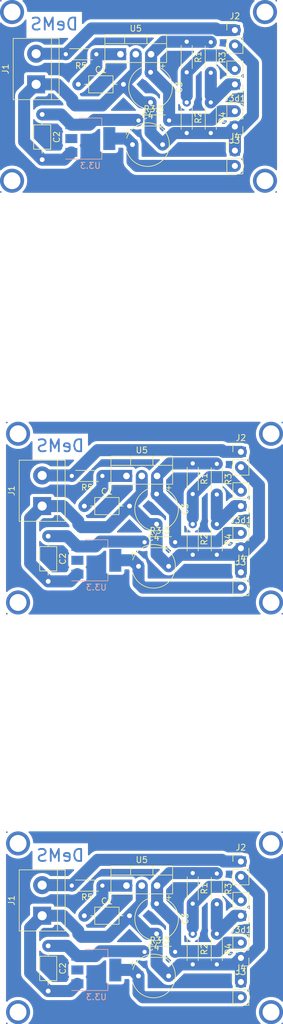
<source format=kicad_pcb>
(kicad_pcb (version 20171130) (host pcbnew 5.1.2-f72e74a~84~ubuntu18.10.1)

  (general
    (thickness 1.6)
    (drawings 3)
    (tracks 222)
    (zones 0)
    (modules 51)
    (nets 9)
  )

  (page A4)
  (layers
    (0 F.Cu signal)
    (31 B.Cu signal)
    (32 B.Adhes user)
    (33 F.Adhes user)
    (34 B.Paste user)
    (35 F.Paste user)
    (36 B.SilkS user)
    (37 F.SilkS user)
    (38 B.Mask user)
    (39 F.Mask user)
    (40 Dwgs.User user)
    (41 Cmts.User user)
    (42 Eco1.User user)
    (43 Eco2.User user)
    (44 Edge.Cuts user)
    (45 Margin user)
    (46 B.CrtYd user)
    (47 F.CrtYd user)
    (48 B.Fab user)
    (49 F.Fab user)
  )

  (setup
    (last_trace_width 2)
    (user_trace_width 2)
    (trace_clearance 0.2)
    (zone_clearance 0.508)
    (zone_45_only no)
    (trace_min 0.2)
    (via_size 0.8)
    (via_drill 0.4)
    (via_min_size 0.4)
    (via_min_drill 0.3)
    (user_via 2 1)
    (uvia_size 0.3)
    (uvia_drill 0.1)
    (uvias_allowed no)
    (uvia_min_size 0.2)
    (uvia_min_drill 0.1)
    (edge_width 0.1)
    (segment_width 0.2)
    (pcb_text_width 0.3)
    (pcb_text_size 1.5 1.5)
    (mod_edge_width 0.15)
    (mod_text_size 1 1)
    (mod_text_width 0.15)
    (pad_size 1.524 1.524)
    (pad_drill 0.762)
    (pad_to_mask_clearance 0)
    (aux_axis_origin 0 0)
    (visible_elements FFFFFF7F)
    (pcbplotparams
      (layerselection 0x010fc_ffffffff)
      (usegerberextensions false)
      (usegerberattributes false)
      (usegerberadvancedattributes false)
      (creategerberjobfile false)
      (excludeedgelayer true)
      (linewidth 0.100000)
      (plotframeref false)
      (viasonmask false)
      (mode 1)
      (useauxorigin false)
      (hpglpennumber 1)
      (hpglpenspeed 20)
      (hpglpendiameter 15.000000)
      (psnegative false)
      (psa4output false)
      (plotreference true)
      (plotvalue true)
      (plotinvisibletext false)
      (padsonsilk false)
      (subtractmaskfromsilk false)
      (outputformat 1)
      (mirror false)
      (drillshape 1)
      (scaleselection 1)
      (outputdirectory ""))
  )

  (net 0 "")
  (net 1 GNDREF)
  (net 2 "Net-(C1-Pad1)")
  (net 3 "Net-(C2-Pad1)")
  (net 4 "Net-(C3-Pad1)")
  (net 5 "Net-(C4-Pad1)")
  (net 6 "Net-(J1-Pad2)")
  (net 7 "Net-(J3d1-Pad2)")
  (net 8 "Net-(J3d1-Pad1)")

  (net_class Default "This is the default net class."
    (clearance 0.2)
    (trace_width 0.25)
    (via_dia 0.8)
    (via_drill 0.4)
    (uvia_dia 0.3)
    (uvia_drill 0.1)
    (add_net GNDREF)
    (add_net "Net-(C1-Pad1)")
    (add_net "Net-(C2-Pad1)")
    (add_net "Net-(C3-Pad1)")
    (add_net "Net-(C4-Pad1)")
    (add_net "Net-(J1-Pad2)")
    (add_net "Net-(J3d1-Pad1)")
    (add_net "Net-(J3d1-Pad2)")
  )

  (net_class netlist ""
    (clearance 0.2)
    (trace_width 0.25)
    (via_dia 0.8)
    (via_drill 0.4)
    (uvia_dia 0.3)
    (uvia_drill 0.1)
  )

  (module Capacitor_THT:CP_Radial_Tantal_D7.0mm_P5.00mm (layer F.Cu) (tedit 5AE50EF0) (tstamp 5CF74650)
    (at 43 181)
    (descr "CP, Radial_Tantal series, Radial, pin pitch=5.00mm, , diameter=7.0mm, Tantal Electrolytic Capacitor, http://cdn-reichelt.de/documents/datenblatt/B300/TANTAL-TB-Serie%23.pdf")
    (tags "CP Radial_Tantal series Radial pin pitch 5.00mm  diameter 7.0mm Tantal Electrolytic Capacitor")
    (path /5CE5C12C)
    (fp_text reference C4 (at 2.5 -4.75) (layer F.SilkS)
      (effects (font (size 1 1) (thickness 0.15)))
    )
    (fp_text value 10uF (at 2.5 4.75) (layer F.Fab)
      (effects (font (size 1 1) (thickness 0.15)))
    )
    (fp_arc (start 2.5 0) (end -0.961329 -1.06) (angle 325.946556) (layer F.SilkS) (width 0.12))
    (fp_circle (center 2.5 0) (end 6 0) (layer F.Fab) (width 0.1))
    (fp_circle (center 2.5 0) (end 6.25 0) (layer F.CrtYd) (width 0.05))
    (fp_line (start -0.495708 -1.5275) (end 0.204292 -1.5275) (layer F.Fab) (width 0.1))
    (fp_line (start -0.145708 -1.8775) (end -0.145708 -1.1775) (layer F.Fab) (width 0.1))
    (fp_line (start -1.374723 -2.035) (end -0.674723 -2.035) (layer F.SilkS) (width 0.12))
    (fp_line (start -1.024723 -2.385) (end -1.024723 -1.685) (layer F.SilkS) (width 0.12))
    (fp_text user %R (at 2.5 0) (layer F.Fab)
      (effects (font (size 1 1) (thickness 0.15)))
    )
    (pad 1 thru_hole rect (at 0 0) (size 1.6 1.6) (drill 0.8) (layers *.Cu *.Mask))
    (pad 2 thru_hole circle (at 5 0) (size 1.6 1.6) (drill 0.8) (layers *.Cu *.Mask))
    (model ${KISYS3DMOD}/Capacitor_THT.3dshapes/CP_Radial_Tantal_D7.0mm_P5.00mm.wrl
      (at (xyz 0 0 0))
      (scale (xyz 1 1 1))
      (rotate (xyz 0 0 0))
    )
  )

  (module TerminalBlock:TerminalBlock_bornier-2_P5.08mm (layer F.Cu) (tedit 59FF03AB) (tstamp 5CF7463B)
    (at 27 171 90)
    (descr "simple 2-pin terminal block, pitch 5.08mm, revamped version of bornier2")
    (tags "terminal block bornier2")
    (path /5CF0DAD3)
    (fp_text reference J1 (at 2.54 -5.08 90) (layer F.SilkS)
      (effects (font (size 1 1) (thickness 0.15)))
    )
    (fp_text value Conn_01x02 (at 2.54 5.08 90) (layer F.Fab)
      (effects (font (size 1 1) (thickness 0.15)))
    )
    (fp_text user %R (at 2.54 0 90) (layer F.Fab)
      (effects (font (size 1 1) (thickness 0.15)))
    )
    (fp_line (start -2.41 2.55) (end 7.49 2.55) (layer F.Fab) (width 0.1))
    (fp_line (start -2.46 -3.75) (end -2.46 3.75) (layer F.Fab) (width 0.1))
    (fp_line (start -2.46 3.75) (end 7.54 3.75) (layer F.Fab) (width 0.1))
    (fp_line (start 7.54 3.75) (end 7.54 -3.75) (layer F.Fab) (width 0.1))
    (fp_line (start 7.54 -3.75) (end -2.46 -3.75) (layer F.Fab) (width 0.1))
    (fp_line (start 7.62 2.54) (end -2.54 2.54) (layer F.SilkS) (width 0.12))
    (fp_line (start 7.62 3.81) (end 7.62 -3.81) (layer F.SilkS) (width 0.12))
    (fp_line (start 7.62 -3.81) (end -2.54 -3.81) (layer F.SilkS) (width 0.12))
    (fp_line (start -2.54 -3.81) (end -2.54 3.81) (layer F.SilkS) (width 0.12))
    (fp_line (start -2.54 3.81) (end 7.62 3.81) (layer F.SilkS) (width 0.12))
    (fp_line (start -2.71 -4) (end 7.79 -4) (layer F.CrtYd) (width 0.05))
    (fp_line (start -2.71 -4) (end -2.71 4) (layer F.CrtYd) (width 0.05))
    (fp_line (start 7.79 4) (end 7.79 -4) (layer F.CrtYd) (width 0.05))
    (fp_line (start 7.79 4) (end -2.71 4) (layer F.CrtYd) (width 0.05))
    (pad 1 thru_hole rect (at 0 0 90) (size 3 3) (drill 1.52) (layers *.Cu *.Mask))
    (pad 2 thru_hole circle (at 5.08 0 90) (size 3 3) (drill 1.52) (layers *.Cu *.Mask))
    (model ${KISYS3DMOD}/TerminalBlock.3dshapes/TerminalBlock_bornier-2_P5.08mm.wrl
      (offset (xyz 2.539999961853027 0 0))
      (scale (xyz 1 1 1))
      (rotate (xyz 0 0 0))
    )
  )

  (module Capacitor_THT:CP_Radial_Tantal_D7.0mm_P5.00mm (layer F.Cu) (tedit 5AE50EF0) (tstamp 5CF7462E)
    (at 46 169 270)
    (descr "CP, Radial_Tantal series, Radial, pin pitch=5.00mm, , diameter=7.0mm, Tantal Electrolytic Capacitor, http://cdn-reichelt.de/documents/datenblatt/B300/TANTAL-TB-Serie%23.pdf")
    (tags "CP Radial_Tantal series Radial pin pitch 5.00mm  diameter 7.0mm Tantal Electrolytic Capacitor")
    (path /5CE5D267)
    (fp_text reference C3 (at 2.5 -4.75 90) (layer F.SilkS)
      (effects (font (size 1 1) (thickness 0.15)))
    )
    (fp_text value 10uF (at 2.5 4.75 90) (layer F.Fab)
      (effects (font (size 1 1) (thickness 0.15)))
    )
    (fp_arc (start 2.5 0) (end -0.961329 -1.06) (angle 325.946556) (layer F.SilkS) (width 0.12))
    (fp_circle (center 2.5 0) (end 6 0) (layer F.Fab) (width 0.1))
    (fp_circle (center 2.5 0) (end 6.25 0) (layer F.CrtYd) (width 0.05))
    (fp_line (start -0.495708 -1.5275) (end 0.204292 -1.5275) (layer F.Fab) (width 0.1))
    (fp_line (start -0.145708 -1.8775) (end -0.145708 -1.1775) (layer F.Fab) (width 0.1))
    (fp_line (start -1.374723 -2.035) (end -0.674723 -2.035) (layer F.SilkS) (width 0.12))
    (fp_line (start -1.024723 -2.385) (end -1.024723 -1.685) (layer F.SilkS) (width 0.12))
    (fp_text user %R (at 2.5 0 90) (layer F.Fab)
      (effects (font (size 1 1) (thickness 0.15)))
    )
    (pad 1 thru_hole rect (at 0 0 270) (size 1.6 1.6) (drill 0.8) (layers *.Cu *.Mask))
    (pad 2 thru_hole circle (at 5 0 270) (size 1.6 1.6) (drill 0.8) (layers *.Cu *.Mask))
    (model ${KISYS3DMOD}/Capacitor_THT.3dshapes/CP_Radial_Tantal_D7.0mm_P5.00mm.wrl
      (at (xyz 0 0 0))
      (scale (xyz 1 1 1))
      (rotate (xyz 0 0 0))
    )
  )

  (module Capacitor_THT:C_Axial_L3.8mm_D2.6mm_P7.50mm_Horizontal (layer F.Cu) (tedit 5AE50EF0) (tstamp 5CF74617)
    (at 28 176 270)
    (descr "C, Axial series, Axial, Horizontal, pin pitch=7.5mm, , length*diameter=3.8*2.6mm^2, http://www.vishay.com/docs/45231/arseries.pdf")
    (tags "C Axial series Axial Horizontal pin pitch 7.5mm  length 3.8mm diameter 2.6mm")
    (path /5CE5B116)
    (fp_text reference C2 (at 3.75 -2.42 90) (layer F.SilkS)
      (effects (font (size 1 1) (thickness 0.15)))
    )
    (fp_text value 0.1uF (at 3.75 2.42 90) (layer F.Fab)
      (effects (font (size 1 1) (thickness 0.15)))
    )
    (fp_line (start 1.85 -1.3) (end 1.85 1.3) (layer F.Fab) (width 0.1))
    (fp_line (start 1.85 1.3) (end 5.65 1.3) (layer F.Fab) (width 0.1))
    (fp_line (start 5.65 1.3) (end 5.65 -1.3) (layer F.Fab) (width 0.1))
    (fp_line (start 5.65 -1.3) (end 1.85 -1.3) (layer F.Fab) (width 0.1))
    (fp_line (start 0 0) (end 1.85 0) (layer F.Fab) (width 0.1))
    (fp_line (start 7.5 0) (end 5.65 0) (layer F.Fab) (width 0.1))
    (fp_line (start 1.73 -1.42) (end 1.73 1.42) (layer F.SilkS) (width 0.12))
    (fp_line (start 1.73 1.42) (end 5.77 1.42) (layer F.SilkS) (width 0.12))
    (fp_line (start 5.77 1.42) (end 5.77 -1.42) (layer F.SilkS) (width 0.12))
    (fp_line (start 5.77 -1.42) (end 1.73 -1.42) (layer F.SilkS) (width 0.12))
    (fp_line (start 1.04 0) (end 1.73 0) (layer F.SilkS) (width 0.12))
    (fp_line (start 6.46 0) (end 5.77 0) (layer F.SilkS) (width 0.12))
    (fp_line (start -1.05 -1.55) (end -1.05 1.55) (layer F.CrtYd) (width 0.05))
    (fp_line (start -1.05 1.55) (end 8.55 1.55) (layer F.CrtYd) (width 0.05))
    (fp_line (start 8.55 1.55) (end 8.55 -1.55) (layer F.CrtYd) (width 0.05))
    (fp_line (start 8.55 -1.55) (end -1.05 -1.55) (layer F.CrtYd) (width 0.05))
    (fp_text user %R (at 3.75 0 90) (layer F.Fab)
      (effects (font (size 0.76 0.76) (thickness 0.114)))
    )
    (pad 1 thru_hole circle (at 0 0 270) (size 1.6 1.6) (drill 0.8) (layers *.Cu *.Mask))
    (pad 2 thru_hole oval (at 7.5 0 270) (size 1.6 1.6) (drill 0.8) (layers *.Cu *.Mask))
    (model ${KISYS3DMOD}/Capacitor_THT.3dshapes/C_Axial_L3.8mm_D2.6mm_P7.50mm_Horizontal.wrl
      (at (xyz 0 0 0))
      (scale (xyz 1 1 1))
      (rotate (xyz 0 0 0))
    )
  )

  (module Connector_PinHeader_2.54mm:PinHeader_1x02_P2.54mm_Vertical (layer F.Cu) (tedit 59FED5CC) (tstamp 5CF74602)
    (at 60 178 180)
    (descr "Through hole straight pin header, 1x02, 2.54mm pitch, single row")
    (tags "Through hole pin header THT 1x02 2.54mm single row")
    (path /5CF18117)
    (fp_text reference J3 (at 0 -2.33) (layer F.SilkS)
      (effects (font (size 1 1) (thickness 0.15)))
    )
    (fp_text value Conn_01x02 (at 0 4.87) (layer F.Fab)
      (effects (font (size 1 1) (thickness 0.15)))
    )
    (fp_line (start -0.635 -1.27) (end 1.27 -1.27) (layer F.Fab) (width 0.1))
    (fp_line (start 1.27 -1.27) (end 1.27 3.81) (layer F.Fab) (width 0.1))
    (fp_line (start 1.27 3.81) (end -1.27 3.81) (layer F.Fab) (width 0.1))
    (fp_line (start -1.27 3.81) (end -1.27 -0.635) (layer F.Fab) (width 0.1))
    (fp_line (start -1.27 -0.635) (end -0.635 -1.27) (layer F.Fab) (width 0.1))
    (fp_line (start -1.33 3.87) (end 1.33 3.87) (layer F.SilkS) (width 0.12))
    (fp_line (start -1.33 1.27) (end -1.33 3.87) (layer F.SilkS) (width 0.12))
    (fp_line (start 1.33 1.27) (end 1.33 3.87) (layer F.SilkS) (width 0.12))
    (fp_line (start -1.33 1.27) (end 1.33 1.27) (layer F.SilkS) (width 0.12))
    (fp_line (start -1.33 0) (end -1.33 -1.33) (layer F.SilkS) (width 0.12))
    (fp_line (start -1.33 -1.33) (end 0 -1.33) (layer F.SilkS) (width 0.12))
    (fp_line (start -1.8 -1.8) (end -1.8 4.35) (layer F.CrtYd) (width 0.05))
    (fp_line (start -1.8 4.35) (end 1.8 4.35) (layer F.CrtYd) (width 0.05))
    (fp_line (start 1.8 4.35) (end 1.8 -1.8) (layer F.CrtYd) (width 0.05))
    (fp_line (start 1.8 -1.8) (end -1.8 -1.8) (layer F.CrtYd) (width 0.05))
    (fp_text user %R (at 0 1.27 90) (layer F.Fab)
      (effects (font (size 1 1) (thickness 0.15)))
    )
    (pad 1 thru_hole rect (at 0 0 180) (size 1.7 1.7) (drill 1) (layers *.Cu *.Mask))
    (pad 2 thru_hole oval (at 0 2.54 180) (size 1.7 1.7) (drill 1) (layers *.Cu *.Mask))
    (model ${KISYS3DMOD}/Connector_PinHeader_2.54mm.3dshapes/PinHeader_1x02_P2.54mm_Vertical.wrl
      (at (xyz 0 0 0))
      (scale (xyz 1 1 1))
      (rotate (xyz 0 0 0))
    )
  )

  (module Connector_PinHeader_2.54mm:PinHeader_1x02_P2.54mm_Vertical (layer F.Cu) (tedit 59FED5CC) (tstamp 5CF745ED)
    (at 60 162)
    (descr "Through hole straight pin header, 1x02, 2.54mm pitch, single row")
    (tags "Through hole pin header THT 1x02 2.54mm single row")
    (path /5CF9A742)
    (fp_text reference J2 (at 0 -2.33) (layer F.SilkS)
      (effects (font (size 1 1) (thickness 0.15)))
    )
    (fp_text value Conn_01x02 (at 0 4.87) (layer F.Fab)
      (effects (font (size 1 1) (thickness 0.15)))
    )
    (fp_line (start -0.635 -1.27) (end 1.27 -1.27) (layer F.Fab) (width 0.1))
    (fp_line (start 1.27 -1.27) (end 1.27 3.81) (layer F.Fab) (width 0.1))
    (fp_line (start 1.27 3.81) (end -1.27 3.81) (layer F.Fab) (width 0.1))
    (fp_line (start -1.27 3.81) (end -1.27 -0.635) (layer F.Fab) (width 0.1))
    (fp_line (start -1.27 -0.635) (end -0.635 -1.27) (layer F.Fab) (width 0.1))
    (fp_line (start -1.33 3.87) (end 1.33 3.87) (layer F.SilkS) (width 0.12))
    (fp_line (start -1.33 1.27) (end -1.33 3.87) (layer F.SilkS) (width 0.12))
    (fp_line (start 1.33 1.27) (end 1.33 3.87) (layer F.SilkS) (width 0.12))
    (fp_line (start -1.33 1.27) (end 1.33 1.27) (layer F.SilkS) (width 0.12))
    (fp_line (start -1.33 0) (end -1.33 -1.33) (layer F.SilkS) (width 0.12))
    (fp_line (start -1.33 -1.33) (end 0 -1.33) (layer F.SilkS) (width 0.12))
    (fp_line (start -1.8 -1.8) (end -1.8 4.35) (layer F.CrtYd) (width 0.05))
    (fp_line (start -1.8 4.35) (end 1.8 4.35) (layer F.CrtYd) (width 0.05))
    (fp_line (start 1.8 4.35) (end 1.8 -1.8) (layer F.CrtYd) (width 0.05))
    (fp_line (start 1.8 -1.8) (end -1.8 -1.8) (layer F.CrtYd) (width 0.05))
    (fp_text user %R (at 0 1.27 90) (layer F.Fab)
      (effects (font (size 1 1) (thickness 0.15)))
    )
    (pad 1 thru_hole rect (at 0 0) (size 1.7 1.7) (drill 1) (layers *.Cu *.Mask))
    (pad 2 thru_hole oval (at 0 2.54) (size 1.7 1.7) (drill 1) (layers *.Cu *.Mask))
    (model ${KISYS3DMOD}/Connector_PinHeader_2.54mm.3dshapes/PinHeader_1x02_P2.54mm_Vertical.wrl
      (at (xyz 0 0 0))
      (scale (xyz 1 1 1))
      (rotate (xyz 0 0 0))
    )
  )

  (module Resistor_THT:R_Axial_DIN0204_L3.6mm_D1.6mm_P5.08mm_Horizontal (layer F.Cu) (tedit 5AE5139B) (tstamp 5CF745D7)
    (at 44 177)
    (descr "Resistor, Axial_DIN0204 series, Axial, Horizontal, pin pitch=5.08mm, 0.167W, length*diameter=3.6*1.6mm^2, http://cdn-reichelt.de/documents/datenblatt/B400/1_4W%23YAG.pdf")
    (tags "Resistor Axial_DIN0204 series Axial Horizontal pin pitch 5.08mm 0.167W length 3.6mm diameter 1.6mm")
    (path /5CF87339)
    (fp_text reference R3.3 (at 2.54 -1.92) (layer F.SilkS)
      (effects (font (size 1 1) (thickness 0.15)))
    )
    (fp_text value 1 (at 2.54 1.92) (layer F.Fab)
      (effects (font (size 1 1) (thickness 0.15)))
    )
    (fp_line (start 0.74 -0.8) (end 0.74 0.8) (layer F.Fab) (width 0.1))
    (fp_line (start 0.74 0.8) (end 4.34 0.8) (layer F.Fab) (width 0.1))
    (fp_line (start 4.34 0.8) (end 4.34 -0.8) (layer F.Fab) (width 0.1))
    (fp_line (start 4.34 -0.8) (end 0.74 -0.8) (layer F.Fab) (width 0.1))
    (fp_line (start 0 0) (end 0.74 0) (layer F.Fab) (width 0.1))
    (fp_line (start 5.08 0) (end 4.34 0) (layer F.Fab) (width 0.1))
    (fp_line (start 0.62 -0.92) (end 4.46 -0.92) (layer F.SilkS) (width 0.12))
    (fp_line (start 0.62 0.92) (end 4.46 0.92) (layer F.SilkS) (width 0.12))
    (fp_line (start -0.95 -1.05) (end -0.95 1.05) (layer F.CrtYd) (width 0.05))
    (fp_line (start -0.95 1.05) (end 6.03 1.05) (layer F.CrtYd) (width 0.05))
    (fp_line (start 6.03 1.05) (end 6.03 -1.05) (layer F.CrtYd) (width 0.05))
    (fp_line (start 6.03 -1.05) (end -0.95 -1.05) (layer F.CrtYd) (width 0.05))
    (fp_text user %R (at 2.54 0) (layer F.Fab)
      (effects (font (size 0.72 0.72) (thickness 0.108)))
    )
    (pad 1 thru_hole circle (at 0 0) (size 1.4 1.4) (drill 0.7) (layers *.Cu *.Mask))
    (pad 2 thru_hole oval (at 5.08 0) (size 1.4 1.4) (drill 0.7) (layers *.Cu *.Mask))
    (model ${KISYS3DMOD}/Resistor_THT.3dshapes/R_Axial_DIN0204_L3.6mm_D1.6mm_P5.08mm_Horizontal.wrl
      (at (xyz 0 0 0))
      (scale (xyz 1 1 1))
      (rotate (xyz 0 0 0))
    )
  )

  (module Capacitor_THT:C_Axial_L3.8mm_D2.6mm_P7.50mm_Horizontal (layer F.Cu) (tedit 5AE50EF0) (tstamp 5CF745B5)
    (at 34 171)
    (descr "C, Axial series, Axial, Horizontal, pin pitch=7.5mm, , length*diameter=3.8*2.6mm^2, http://www.vishay.com/docs/45231/arseries.pdf")
    (tags "C Axial series Axial Horizontal pin pitch 7.5mm  length 3.8mm diameter 2.6mm")
    (path /5CE5CEB5)
    (fp_text reference C1 (at 3.75 -2.42) (layer F.SilkS)
      (effects (font (size 1 1) (thickness 0.15)))
    )
    (fp_text value 0.1uF (at 3.75 2.42) (layer F.Fab)
      (effects (font (size 1 1) (thickness 0.15)))
    )
    (fp_line (start 1.85 -1.3) (end 1.85 1.3) (layer F.Fab) (width 0.1))
    (fp_line (start 1.85 1.3) (end 5.65 1.3) (layer F.Fab) (width 0.1))
    (fp_line (start 5.65 1.3) (end 5.65 -1.3) (layer F.Fab) (width 0.1))
    (fp_line (start 5.65 -1.3) (end 1.85 -1.3) (layer F.Fab) (width 0.1))
    (fp_line (start 0 0) (end 1.85 0) (layer F.Fab) (width 0.1))
    (fp_line (start 7.5 0) (end 5.65 0) (layer F.Fab) (width 0.1))
    (fp_line (start 1.73 -1.42) (end 1.73 1.42) (layer F.SilkS) (width 0.12))
    (fp_line (start 1.73 1.42) (end 5.77 1.42) (layer F.SilkS) (width 0.12))
    (fp_line (start 5.77 1.42) (end 5.77 -1.42) (layer F.SilkS) (width 0.12))
    (fp_line (start 5.77 -1.42) (end 1.73 -1.42) (layer F.SilkS) (width 0.12))
    (fp_line (start 1.04 0) (end 1.73 0) (layer F.SilkS) (width 0.12))
    (fp_line (start 6.46 0) (end 5.77 0) (layer F.SilkS) (width 0.12))
    (fp_line (start -1.05 -1.55) (end -1.05 1.55) (layer F.CrtYd) (width 0.05))
    (fp_line (start -1.05 1.55) (end 8.55 1.55) (layer F.CrtYd) (width 0.05))
    (fp_line (start 8.55 1.55) (end 8.55 -1.55) (layer F.CrtYd) (width 0.05))
    (fp_line (start 8.55 -1.55) (end -1.05 -1.55) (layer F.CrtYd) (width 0.05))
    (fp_text user %R (at 3.75 0) (layer F.Fab)
      (effects (font (size 0.76 0.76) (thickness 0.114)))
    )
    (pad 1 thru_hole circle (at 0 0) (size 1.6 1.6) (drill 0.8) (layers *.Cu *.Mask))
    (pad 2 thru_hole oval (at 7.5 0) (size 1.6 1.6) (drill 0.8) (layers *.Cu *.Mask))
    (model ${KISYS3DMOD}/Capacitor_THT.3dshapes/C_Axial_L3.8mm_D2.6mm_P7.50mm_Horizontal.wrl
      (at (xyz 0 0 0))
      (scale (xyz 1 1 1))
      (rotate (xyz 0 0 0))
    )
  )

  (module Resistor_THT:R_Axial_DIN0204_L3.6mm_D1.6mm_P5.08mm_Horizontal (layer F.Cu) (tedit 5AE5139B) (tstamp 5CF745A3)
    (at 52 163.92 270)
    (descr "Resistor, Axial_DIN0204 series, Axial, Horizontal, pin pitch=5.08mm, 0.167W, length*diameter=3.6*1.6mm^2, http://cdn-reichelt.de/documents/datenblatt/B400/1_4W%23YAG.pdf")
    (tags "Resistor Axial_DIN0204 series Axial Horizontal pin pitch 5.08mm 0.167W length 3.6mm diameter 1.6mm")
    (path /5CF8C004)
    (fp_text reference R1 (at 2.54 -1.92 90) (layer F.SilkS)
      (effects (font (size 1 1) (thickness 0.15)))
    )
    (fp_text value 1k (at 2.54 1.92 90) (layer F.Fab)
      (effects (font (size 1 1) (thickness 0.15)))
    )
    (fp_line (start 0.74 -0.8) (end 0.74 0.8) (layer F.Fab) (width 0.1))
    (fp_line (start 0.74 0.8) (end 4.34 0.8) (layer F.Fab) (width 0.1))
    (fp_line (start 4.34 0.8) (end 4.34 -0.8) (layer F.Fab) (width 0.1))
    (fp_line (start 4.34 -0.8) (end 0.74 -0.8) (layer F.Fab) (width 0.1))
    (fp_line (start 0 0) (end 0.74 0) (layer F.Fab) (width 0.1))
    (fp_line (start 5.08 0) (end 4.34 0) (layer F.Fab) (width 0.1))
    (fp_line (start 0.62 -0.92) (end 4.46 -0.92) (layer F.SilkS) (width 0.12))
    (fp_line (start 0.62 0.92) (end 4.46 0.92) (layer F.SilkS) (width 0.12))
    (fp_line (start -0.95 -1.05) (end -0.95 1.05) (layer F.CrtYd) (width 0.05))
    (fp_line (start -0.95 1.05) (end 6.03 1.05) (layer F.CrtYd) (width 0.05))
    (fp_line (start 6.03 1.05) (end 6.03 -1.05) (layer F.CrtYd) (width 0.05))
    (fp_line (start 6.03 -1.05) (end -0.95 -1.05) (layer F.CrtYd) (width 0.05))
    (fp_text user %R (at 2.54 0 90) (layer F.Fab)
      (effects (font (size 0.72 0.72) (thickness 0.108)))
    )
    (pad 1 thru_hole circle (at 0 0 270) (size 1.4 1.4) (drill 0.7) (layers *.Cu *.Mask))
    (pad 2 thru_hole oval (at 5.08 0 270) (size 1.4 1.4) (drill 0.7) (layers *.Cu *.Mask))
    (model ${KISYS3DMOD}/Resistor_THT.3dshapes/R_Axial_DIN0204_L3.6mm_D1.6mm_P5.08mm_Horizontal.wrl
      (at (xyz 0 0 0))
      (scale (xyz 1 1 1))
      (rotate (xyz 0 0 0))
    )
  )

  (module Connector_PinHeader_2.54mm:PinHeader_1x02_P2.54mm_Vertical (layer F.Cu) (tedit 59FED5CC) (tstamp 5CF74584)
    (at 60 182)
    (descr "Through hole straight pin header, 1x02, 2.54mm pitch, single row")
    (tags "Through hole pin header THT 1x02 2.54mm single row")
    (path /5CF18CBB)
    (fp_text reference J4 (at 0 -2.33) (layer F.SilkS)
      (effects (font (size 1 1) (thickness 0.15)))
    )
    (fp_text value Conn_01x02 (at 0 4.87) (layer F.Fab)
      (effects (font (size 1 1) (thickness 0.15)))
    )
    (fp_line (start -0.635 -1.27) (end 1.27 -1.27) (layer F.Fab) (width 0.1))
    (fp_line (start 1.27 -1.27) (end 1.27 3.81) (layer F.Fab) (width 0.1))
    (fp_line (start 1.27 3.81) (end -1.27 3.81) (layer F.Fab) (width 0.1))
    (fp_line (start -1.27 3.81) (end -1.27 -0.635) (layer F.Fab) (width 0.1))
    (fp_line (start -1.27 -0.635) (end -0.635 -1.27) (layer F.Fab) (width 0.1))
    (fp_line (start -1.33 3.87) (end 1.33 3.87) (layer F.SilkS) (width 0.12))
    (fp_line (start -1.33 1.27) (end -1.33 3.87) (layer F.SilkS) (width 0.12))
    (fp_line (start 1.33 1.27) (end 1.33 3.87) (layer F.SilkS) (width 0.12))
    (fp_line (start -1.33 1.27) (end 1.33 1.27) (layer F.SilkS) (width 0.12))
    (fp_line (start -1.33 0) (end -1.33 -1.33) (layer F.SilkS) (width 0.12))
    (fp_line (start -1.33 -1.33) (end 0 -1.33) (layer F.SilkS) (width 0.12))
    (fp_line (start -1.8 -1.8) (end -1.8 4.35) (layer F.CrtYd) (width 0.05))
    (fp_line (start -1.8 4.35) (end 1.8 4.35) (layer F.CrtYd) (width 0.05))
    (fp_line (start 1.8 4.35) (end 1.8 -1.8) (layer F.CrtYd) (width 0.05))
    (fp_line (start 1.8 -1.8) (end -1.8 -1.8) (layer F.CrtYd) (width 0.05))
    (fp_text user %R (at 0 1.27 90) (layer F.Fab)
      (effects (font (size 1 1) (thickness 0.15)))
    )
    (pad 1 thru_hole rect (at 0 0) (size 1.7 1.7) (drill 1) (layers *.Cu *.Mask))
    (pad 2 thru_hole oval (at 0 2.54) (size 1.7 1.7) (drill 1) (layers *.Cu *.Mask))
    (model ${KISYS3DMOD}/Connector_PinHeader_2.54mm.3dshapes/PinHeader_1x02_P2.54mm_Vertical.wrl
      (at (xyz 0 0 0))
      (scale (xyz 1 1 1))
      (rotate (xyz 0 0 0))
    )
  )

  (module Connector_PinHeader_2.54mm:PinHeader_1x02_P2.54mm_Vertical (layer F.Cu) (tedit 59FED5CC) (tstamp 5CF74548)
    (at 60 171 180)
    (descr "Through hole straight pin header, 1x02, 2.54mm pitch, single row")
    (tags "Through hole pin header THT 1x02 2.54mm single row")
    (path /5CF921A8)
    (fp_text reference J3d1 (at 0 -2.33) (layer F.SilkS)
      (effects (font (size 1 1) (thickness 0.15)))
    )
    (fp_text value Conn_01x02 (at 0 4.87) (layer F.Fab)
      (effects (font (size 1 1) (thickness 0.15)))
    )
    (fp_line (start -0.635 -1.27) (end 1.27 -1.27) (layer F.Fab) (width 0.1))
    (fp_line (start 1.27 -1.27) (end 1.27 3.81) (layer F.Fab) (width 0.1))
    (fp_line (start 1.27 3.81) (end -1.27 3.81) (layer F.Fab) (width 0.1))
    (fp_line (start -1.27 3.81) (end -1.27 -0.635) (layer F.Fab) (width 0.1))
    (fp_line (start -1.27 -0.635) (end -0.635 -1.27) (layer F.Fab) (width 0.1))
    (fp_line (start -1.33 3.87) (end 1.33 3.87) (layer F.SilkS) (width 0.12))
    (fp_line (start -1.33 1.27) (end -1.33 3.87) (layer F.SilkS) (width 0.12))
    (fp_line (start 1.33 1.27) (end 1.33 3.87) (layer F.SilkS) (width 0.12))
    (fp_line (start -1.33 1.27) (end 1.33 1.27) (layer F.SilkS) (width 0.12))
    (fp_line (start -1.33 0) (end -1.33 -1.33) (layer F.SilkS) (width 0.12))
    (fp_line (start -1.33 -1.33) (end 0 -1.33) (layer F.SilkS) (width 0.12))
    (fp_line (start -1.8 -1.8) (end -1.8 4.35) (layer F.CrtYd) (width 0.05))
    (fp_line (start -1.8 4.35) (end 1.8 4.35) (layer F.CrtYd) (width 0.05))
    (fp_line (start 1.8 4.35) (end 1.8 -1.8) (layer F.CrtYd) (width 0.05))
    (fp_line (start 1.8 -1.8) (end -1.8 -1.8) (layer F.CrtYd) (width 0.05))
    (fp_text user %R (at 0 1.27 180) (layer F.Fab)
      (effects (font (size 1 1) (thickness 0.15)))
    )
    (pad 1 thru_hole rect (at 0 0 180) (size 1.7 1.7) (drill 1) (layers *.Cu *.Mask))
    (pad 2 thru_hole oval (at 0 2.54 180) (size 1.7 1.7) (drill 1) (layers *.Cu *.Mask))
    (model ${KISYS3DMOD}/Connector_PinHeader_2.54mm.3dshapes/PinHeader_1x02_P2.54mm_Vertical.wrl
      (at (xyz 0 0 0))
      (scale (xyz 1 1 1))
      (rotate (xyz 0 0 0))
    )
  )

  (module Resistor_THT:R_Axial_DIN0204_L3.6mm_D1.6mm_P5.08mm_Horizontal (layer F.Cu) (tedit 5AE5139B) (tstamp 5CF74536)
    (at 56 164 270)
    (descr "Resistor, Axial_DIN0204 series, Axial, Horizontal, pin pitch=5.08mm, 0.167W, length*diameter=3.6*1.6mm^2, http://cdn-reichelt.de/documents/datenblatt/B400/1_4W%23YAG.pdf")
    (tags "Resistor Axial_DIN0204 series Axial Horizontal pin pitch 5.08mm 0.167W length 3.6mm diameter 1.6mm")
    (path /5CF8C743)
    (fp_text reference R3 (at 2.54 -1.92 90) (layer F.SilkS)
      (effects (font (size 1 1) (thickness 0.15)))
    )
    (fp_text value 1.5k (at 2.54 1.92 90) (layer F.Fab)
      (effects (font (size 1 1) (thickness 0.15)))
    )
    (fp_line (start 0.74 -0.8) (end 0.74 0.8) (layer F.Fab) (width 0.1))
    (fp_line (start 0.74 0.8) (end 4.34 0.8) (layer F.Fab) (width 0.1))
    (fp_line (start 4.34 0.8) (end 4.34 -0.8) (layer F.Fab) (width 0.1))
    (fp_line (start 4.34 -0.8) (end 0.74 -0.8) (layer F.Fab) (width 0.1))
    (fp_line (start 0 0) (end 0.74 0) (layer F.Fab) (width 0.1))
    (fp_line (start 5.08 0) (end 4.34 0) (layer F.Fab) (width 0.1))
    (fp_line (start 0.62 -0.92) (end 4.46 -0.92) (layer F.SilkS) (width 0.12))
    (fp_line (start 0.62 0.92) (end 4.46 0.92) (layer F.SilkS) (width 0.12))
    (fp_line (start -0.95 -1.05) (end -0.95 1.05) (layer F.CrtYd) (width 0.05))
    (fp_line (start -0.95 1.05) (end 6.03 1.05) (layer F.CrtYd) (width 0.05))
    (fp_line (start 6.03 1.05) (end 6.03 -1.05) (layer F.CrtYd) (width 0.05))
    (fp_line (start 6.03 -1.05) (end -0.95 -1.05) (layer F.CrtYd) (width 0.05))
    (fp_text user %R (at 2.54 0 90) (layer F.Fab)
      (effects (font (size 0.72 0.72) (thickness 0.108)))
    )
    (pad 1 thru_hole circle (at 0 0 270) (size 1.4 1.4) (drill 0.7) (layers *.Cu *.Mask))
    (pad 2 thru_hole oval (at 5.08 0 270) (size 1.4 1.4) (drill 0.7) (layers *.Cu *.Mask))
    (model ${KISYS3DMOD}/Resistor_THT.3dshapes/R_Axial_DIN0204_L3.6mm_D1.6mm_P5.08mm_Horizontal.wrl
      (at (xyz 0 0 0))
      (scale (xyz 1 1 1))
      (rotate (xyz 0 0 0))
    )
  )

  (module Package_TO_SOT_THT:TO-220-3_Vertical (layer F.Cu) (tedit 5AC8BA0D) (tstamp 5CF7451D)
    (at 41 166)
    (descr "TO-220-3, Vertical, RM 2.54mm, see https://www.vishay.com/docs/66542/to-220-1.pdf")
    (tags "TO-220-3 Vertical RM 2.54mm")
    (path /5CE59235)
    (fp_text reference U5 (at 2.54 -4.27) (layer F.SilkS)
      (effects (font (size 1 1) (thickness 0.15)))
    )
    (fp_text value L7805 (at 2.54 2.5 180) (layer F.Fab)
      (effects (font (size 1 1) (thickness 0.15)))
    )
    (fp_line (start -2.46 -3.15) (end -2.46 1.25) (layer F.Fab) (width 0.1))
    (fp_line (start -2.46 1.25) (end 7.54 1.25) (layer F.Fab) (width 0.1))
    (fp_line (start 7.54 1.25) (end 7.54 -3.15) (layer F.Fab) (width 0.1))
    (fp_line (start 7.54 -3.15) (end -2.46 -3.15) (layer F.Fab) (width 0.1))
    (fp_line (start -2.46 -1.88) (end 7.54 -1.88) (layer F.Fab) (width 0.1))
    (fp_line (start 0.69 -3.15) (end 0.69 -1.88) (layer F.Fab) (width 0.1))
    (fp_line (start 4.39 -3.15) (end 4.39 -1.88) (layer F.Fab) (width 0.1))
    (fp_line (start -2.58 -3.27) (end 7.66 -3.27) (layer F.SilkS) (width 0.12))
    (fp_line (start -2.58 1.371) (end 7.66 1.371) (layer F.SilkS) (width 0.12))
    (fp_line (start -2.58 -3.27) (end -2.58 1.371) (layer F.SilkS) (width 0.12))
    (fp_line (start 7.66 -3.27) (end 7.66 1.371) (layer F.SilkS) (width 0.12))
    (fp_line (start -2.58 -1.76) (end 7.66 -1.76) (layer F.SilkS) (width 0.12))
    (fp_line (start 0.69 -3.27) (end 0.69 -1.76) (layer F.SilkS) (width 0.12))
    (fp_line (start 4.391 -3.27) (end 4.391 -1.76) (layer F.SilkS) (width 0.12))
    (fp_line (start -2.71 -3.4) (end -2.71 1.51) (layer F.CrtYd) (width 0.05))
    (fp_line (start -2.71 1.51) (end 7.79 1.51) (layer F.CrtYd) (width 0.05))
    (fp_line (start 7.79 1.51) (end 7.79 -3.4) (layer F.CrtYd) (width 0.05))
    (fp_line (start 7.79 -3.4) (end -2.71 -3.4) (layer F.CrtYd) (width 0.05))
    (fp_text user %R (at 2.54 -4.27) (layer F.Fab)
      (effects (font (size 1 1) (thickness 0.15)))
    )
    (pad 1 thru_hole rect (at 0 0) (size 1.905 2) (drill 1.1) (layers *.Cu *.Mask))
    (pad 2 thru_hole oval (at 2.54 0) (size 1.905 2) (drill 1.1) (layers *.Cu *.Mask))
    (pad 3 thru_hole oval (at 5.08 0) (size 1.905 2) (drill 1.1) (layers *.Cu *.Mask))
    (model ${KISYS3DMOD}/Package_TO_SOT_THT.3dshapes/TO-220-3_Vertical.wrl
      (at (xyz 0 0 0))
      (scale (xyz 1 1 1))
      (rotate (xyz 0 0 0))
    )
  )

  (module Resistor_THT:R_Axial_DIN0204_L3.6mm_D1.6mm_P5.08mm_Horizontal (layer F.Cu) (tedit 5AE5139B) (tstamp 5CF7450B)
    (at 56 174 270)
    (descr "Resistor, Axial_DIN0204 series, Axial, Horizontal, pin pitch=5.08mm, 0.167W, length*diameter=3.6*1.6mm^2, http://cdn-reichelt.de/documents/datenblatt/B400/1_4W%23YAG.pdf")
    (tags "Resistor Axial_DIN0204 series Axial Horizontal pin pitch 5.08mm 0.167W length 3.6mm diameter 1.6mm")
    (path /5CF8D0FF)
    (fp_text reference R4 (at 2.54 -1.92 90) (layer F.SilkS)
      (effects (font (size 1 1) (thickness 0.15)))
    )
    (fp_text value 1k (at 2.54 1.92 90) (layer F.Fab)
      (effects (font (size 1 1) (thickness 0.15)))
    )
    (fp_line (start 0.74 -0.8) (end 0.74 0.8) (layer F.Fab) (width 0.1))
    (fp_line (start 0.74 0.8) (end 4.34 0.8) (layer F.Fab) (width 0.1))
    (fp_line (start 4.34 0.8) (end 4.34 -0.8) (layer F.Fab) (width 0.1))
    (fp_line (start 4.34 -0.8) (end 0.74 -0.8) (layer F.Fab) (width 0.1))
    (fp_line (start 0 0) (end 0.74 0) (layer F.Fab) (width 0.1))
    (fp_line (start 5.08 0) (end 4.34 0) (layer F.Fab) (width 0.1))
    (fp_line (start 0.62 -0.92) (end 4.46 -0.92) (layer F.SilkS) (width 0.12))
    (fp_line (start 0.62 0.92) (end 4.46 0.92) (layer F.SilkS) (width 0.12))
    (fp_line (start -0.95 -1.05) (end -0.95 1.05) (layer F.CrtYd) (width 0.05))
    (fp_line (start -0.95 1.05) (end 6.03 1.05) (layer F.CrtYd) (width 0.05))
    (fp_line (start 6.03 1.05) (end 6.03 -1.05) (layer F.CrtYd) (width 0.05))
    (fp_line (start 6.03 -1.05) (end -0.95 -1.05) (layer F.CrtYd) (width 0.05))
    (fp_text user %R (at 2.54 0 90) (layer F.Fab)
      (effects (font (size 0.72 0.72) (thickness 0.108)))
    )
    (pad 1 thru_hole circle (at 0 0 270) (size 1.4 1.4) (drill 0.7) (layers *.Cu *.Mask))
    (pad 2 thru_hole oval (at 5.08 0 270) (size 1.4 1.4) (drill 0.7) (layers *.Cu *.Mask))
    (model ${KISYS3DMOD}/Resistor_THT.3dshapes/R_Axial_DIN0204_L3.6mm_D1.6mm_P5.08mm_Horizontal.wrl
      (at (xyz 0 0 0))
      (scale (xyz 1 1 1))
      (rotate (xyz 0 0 0))
    )
  )

  (module Resistor_THT:R_Axial_DIN0204_L3.6mm_D1.6mm_P5.08mm_Horizontal (layer F.Cu) (tedit 5AE5139B) (tstamp 5CF744F9)
    (at 52 174 270)
    (descr "Resistor, Axial_DIN0204 series, Axial, Horizontal, pin pitch=5.08mm, 0.167W, length*diameter=3.6*1.6mm^2, http://cdn-reichelt.de/documents/datenblatt/B400/1_4W%23YAG.pdf")
    (tags "Resistor Axial_DIN0204 series Axial Horizontal pin pitch 5.08mm 0.167W length 3.6mm diameter 1.6mm")
    (path /5CF8CC24)
    (fp_text reference R2 (at 2.54 -1.92 90) (layer F.SilkS)
      (effects (font (size 1 1) (thickness 0.15)))
    )
    (fp_text value 1k (at 2.54 1.92 90) (layer F.Fab)
      (effects (font (size 1 1) (thickness 0.15)))
    )
    (fp_line (start 0.74 -0.8) (end 0.74 0.8) (layer F.Fab) (width 0.1))
    (fp_line (start 0.74 0.8) (end 4.34 0.8) (layer F.Fab) (width 0.1))
    (fp_line (start 4.34 0.8) (end 4.34 -0.8) (layer F.Fab) (width 0.1))
    (fp_line (start 4.34 -0.8) (end 0.74 -0.8) (layer F.Fab) (width 0.1))
    (fp_line (start 0 0) (end 0.74 0) (layer F.Fab) (width 0.1))
    (fp_line (start 5.08 0) (end 4.34 0) (layer F.Fab) (width 0.1))
    (fp_line (start 0.62 -0.92) (end 4.46 -0.92) (layer F.SilkS) (width 0.12))
    (fp_line (start 0.62 0.92) (end 4.46 0.92) (layer F.SilkS) (width 0.12))
    (fp_line (start -0.95 -1.05) (end -0.95 1.05) (layer F.CrtYd) (width 0.05))
    (fp_line (start -0.95 1.05) (end 6.03 1.05) (layer F.CrtYd) (width 0.05))
    (fp_line (start 6.03 1.05) (end 6.03 -1.05) (layer F.CrtYd) (width 0.05))
    (fp_line (start 6.03 -1.05) (end -0.95 -1.05) (layer F.CrtYd) (width 0.05))
    (fp_text user %R (at 2.54 0 90) (layer F.Fab)
      (effects (font (size 0.72 0.72) (thickness 0.108)))
    )
    (pad 1 thru_hole circle (at 0 0 270) (size 1.4 1.4) (drill 0.7) (layers *.Cu *.Mask))
    (pad 2 thru_hole oval (at 5.08 0 270) (size 1.4 1.4) (drill 0.7) (layers *.Cu *.Mask))
    (model ${KISYS3DMOD}/Resistor_THT.3dshapes/R_Axial_DIN0204_L3.6mm_D1.6mm_P5.08mm_Horizontal.wrl
      (at (xyz 0 0 0))
      (scale (xyz 1 1 1))
      (rotate (xyz 0 0 0))
    )
  )

  (module Package_TO_SOT_SMD:SOT-223-3_TabPin2 (layer B.Cu) (tedit 5A02FF57) (tstamp 5CF744E4)
    (at 36 180)
    (descr "module CMS SOT223 4 pins")
    (tags "CMS SOT")
    (path /5CE5987C)
    (attr smd)
    (fp_text reference U3.3 (at 0 4.5) (layer B.SilkS)
      (effects (font (size 1 1) (thickness 0.15)) (justify mirror))
    )
    (fp_text value AMS1117-3.3 (at 0 -4.5) (layer B.Fab)
      (effects (font (size 1 1) (thickness 0.15)) (justify mirror))
    )
    (fp_text user %R (at 0 0 -90) (layer B.Fab)
      (effects (font (size 0.8 0.8) (thickness 0.12)) (justify mirror))
    )
    (fp_line (start 1.91 -3.41) (end 1.91 -2.15) (layer B.SilkS) (width 0.12))
    (fp_line (start 1.91 3.41) (end 1.91 2.15) (layer B.SilkS) (width 0.12))
    (fp_line (start 4.4 3.6) (end -4.4 3.6) (layer B.CrtYd) (width 0.05))
    (fp_line (start 4.4 -3.6) (end 4.4 3.6) (layer B.CrtYd) (width 0.05))
    (fp_line (start -4.4 -3.6) (end 4.4 -3.6) (layer B.CrtYd) (width 0.05))
    (fp_line (start -4.4 3.6) (end -4.4 -3.6) (layer B.CrtYd) (width 0.05))
    (fp_line (start -1.85 2.35) (end -0.85 3.35) (layer B.Fab) (width 0.1))
    (fp_line (start -1.85 2.35) (end -1.85 -3.35) (layer B.Fab) (width 0.1))
    (fp_line (start -1.85 -3.41) (end 1.91 -3.41) (layer B.SilkS) (width 0.12))
    (fp_line (start -0.85 3.35) (end 1.85 3.35) (layer B.Fab) (width 0.1))
    (fp_line (start -4.1 3.41) (end 1.91 3.41) (layer B.SilkS) (width 0.12))
    (fp_line (start -1.85 -3.35) (end 1.85 -3.35) (layer B.Fab) (width 0.1))
    (fp_line (start 1.85 3.35) (end 1.85 -3.35) (layer B.Fab) (width 0.1))
    (pad 2 smd rect (at 3.15 0) (size 2 3.8) (layers B.Cu B.Paste B.Mask))
    (pad 2 smd rect (at -3.15 0) (size 2 1.5) (layers B.Cu B.Paste B.Mask))
    (pad 3 smd rect (at -3.15 -2.3) (size 2 1.5) (layers B.Cu B.Paste B.Mask))
    (pad 1 smd rect (at -3.15 2.3) (size 2 1.5) (layers B.Cu B.Paste B.Mask))
    (model ${KISYS3DMOD}/Package_TO_SOT_SMD.3dshapes/SOT-223.wrl
      (at (xyz 0 0 0))
      (scale (xyz 1 1 1))
      (rotate (xyz 0 0 0))
    )
  )

  (module Resistor_THT:R_Axial_DIN0204_L3.6mm_D1.6mm_P5.08mm_Horizontal (layer F.Cu) (tedit 5AE5139B) (tstamp 5CF744D2)
    (at 37 166 180)
    (descr "Resistor, Axial_DIN0204 series, Axial, Horizontal, pin pitch=5.08mm, 0.167W, length*diameter=3.6*1.6mm^2, http://cdn-reichelt.de/documents/datenblatt/B400/1_4W%23YAG.pdf")
    (tags "Resistor Axial_DIN0204 series Axial Horizontal pin pitch 5.08mm 0.167W length 3.6mm diameter 1.6mm")
    (path /5CF7AE09)
    (fp_text reference R5 (at 2.54 -1.92) (layer F.SilkS)
      (effects (font (size 1 1) (thickness 0.15)))
    )
    (fp_text value 1 (at 2.54 1.92) (layer F.Fab)
      (effects (font (size 1 1) (thickness 0.15)))
    )
    (fp_line (start 0.74 -0.8) (end 0.74 0.8) (layer F.Fab) (width 0.1))
    (fp_line (start 0.74 0.8) (end 4.34 0.8) (layer F.Fab) (width 0.1))
    (fp_line (start 4.34 0.8) (end 4.34 -0.8) (layer F.Fab) (width 0.1))
    (fp_line (start 4.34 -0.8) (end 0.74 -0.8) (layer F.Fab) (width 0.1))
    (fp_line (start 0 0) (end 0.74 0) (layer F.Fab) (width 0.1))
    (fp_line (start 5.08 0) (end 4.34 0) (layer F.Fab) (width 0.1))
    (fp_line (start 0.62 -0.92) (end 4.46 -0.92) (layer F.SilkS) (width 0.12))
    (fp_line (start 0.62 0.92) (end 4.46 0.92) (layer F.SilkS) (width 0.12))
    (fp_line (start -0.95 -1.05) (end -0.95 1.05) (layer F.CrtYd) (width 0.05))
    (fp_line (start -0.95 1.05) (end 6.03 1.05) (layer F.CrtYd) (width 0.05))
    (fp_line (start 6.03 1.05) (end 6.03 -1.05) (layer F.CrtYd) (width 0.05))
    (fp_line (start 6.03 -1.05) (end -0.95 -1.05) (layer F.CrtYd) (width 0.05))
    (fp_text user %R (at 2.674999 0) (layer F.Fab)
      (effects (font (size 0.72 0.72) (thickness 0.108)))
    )
    (pad 1 thru_hole circle (at 0 0 180) (size 1.4 1.4) (drill 0.7) (layers *.Cu *.Mask))
    (pad 2 thru_hole oval (at 5.08 0 180) (size 1.4 1.4) (drill 0.7) (layers *.Cu *.Mask))
    (model ${KISYS3DMOD}/Resistor_THT.3dshapes/R_Axial_DIN0204_L3.6mm_D1.6mm_P5.08mm_Horizontal.wrl
      (at (xyz 0 0 0))
      (scale (xyz 1 1 1))
      (rotate (xyz 0 0 0))
    )
  )

  (module Capacitor_THT:CP_Radial_Tantal_D7.0mm_P5.00mm (layer F.Cu) (tedit 5AE50EF0) (tstamp 5CF74650)
    (at 43 113)
    (descr "CP, Radial_Tantal series, Radial, pin pitch=5.00mm, , diameter=7.0mm, Tantal Electrolytic Capacitor, http://cdn-reichelt.de/documents/datenblatt/B300/TANTAL-TB-Serie%23.pdf")
    (tags "CP Radial_Tantal series Radial pin pitch 5.00mm  diameter 7.0mm Tantal Electrolytic Capacitor")
    (path /5CE5C12C)
    (fp_text reference C4 (at 2.5 -4.75) (layer F.SilkS)
      (effects (font (size 1 1) (thickness 0.15)))
    )
    (fp_text value 10uF (at 2.5 4.75) (layer F.Fab)
      (effects (font (size 1 1) (thickness 0.15)))
    )
    (fp_arc (start 2.5 0) (end -0.961329 -1.06) (angle 325.946556) (layer F.SilkS) (width 0.12))
    (fp_circle (center 2.5 0) (end 6 0) (layer F.Fab) (width 0.1))
    (fp_circle (center 2.5 0) (end 6.25 0) (layer F.CrtYd) (width 0.05))
    (fp_line (start -0.495708 -1.5275) (end 0.204292 -1.5275) (layer F.Fab) (width 0.1))
    (fp_line (start -0.145708 -1.8775) (end -0.145708 -1.1775) (layer F.Fab) (width 0.1))
    (fp_line (start -1.374723 -2.035) (end -0.674723 -2.035) (layer F.SilkS) (width 0.12))
    (fp_line (start -1.024723 -2.385) (end -1.024723 -1.685) (layer F.SilkS) (width 0.12))
    (fp_text user %R (at 2.5 0) (layer F.Fab)
      (effects (font (size 1 1) (thickness 0.15)))
    )
    (pad 1 thru_hole rect (at 0 0) (size 1.6 1.6) (drill 0.8) (layers *.Cu *.Mask))
    (pad 2 thru_hole circle (at 5 0) (size 1.6 1.6) (drill 0.8) (layers *.Cu *.Mask))
    (model ${KISYS3DMOD}/Capacitor_THT.3dshapes/CP_Radial_Tantal_D7.0mm_P5.00mm.wrl
      (at (xyz 0 0 0))
      (scale (xyz 1 1 1))
      (rotate (xyz 0 0 0))
    )
  )

  (module TerminalBlock:TerminalBlock_bornier-2_P5.08mm (layer F.Cu) (tedit 59FF03AB) (tstamp 5CF7463B)
    (at 27 103 90)
    (descr "simple 2-pin terminal block, pitch 5.08mm, revamped version of bornier2")
    (tags "terminal block bornier2")
    (path /5CF0DAD3)
    (fp_text reference J1 (at 2.54 -5.08 90) (layer F.SilkS)
      (effects (font (size 1 1) (thickness 0.15)))
    )
    (fp_text value Conn_01x02 (at 2.54 5.08 90) (layer F.Fab)
      (effects (font (size 1 1) (thickness 0.15)))
    )
    (fp_text user %R (at 2.54 0 90) (layer F.Fab)
      (effects (font (size 1 1) (thickness 0.15)))
    )
    (fp_line (start -2.41 2.55) (end 7.49 2.55) (layer F.Fab) (width 0.1))
    (fp_line (start -2.46 -3.75) (end -2.46 3.75) (layer F.Fab) (width 0.1))
    (fp_line (start -2.46 3.75) (end 7.54 3.75) (layer F.Fab) (width 0.1))
    (fp_line (start 7.54 3.75) (end 7.54 -3.75) (layer F.Fab) (width 0.1))
    (fp_line (start 7.54 -3.75) (end -2.46 -3.75) (layer F.Fab) (width 0.1))
    (fp_line (start 7.62 2.54) (end -2.54 2.54) (layer F.SilkS) (width 0.12))
    (fp_line (start 7.62 3.81) (end 7.62 -3.81) (layer F.SilkS) (width 0.12))
    (fp_line (start 7.62 -3.81) (end -2.54 -3.81) (layer F.SilkS) (width 0.12))
    (fp_line (start -2.54 -3.81) (end -2.54 3.81) (layer F.SilkS) (width 0.12))
    (fp_line (start -2.54 3.81) (end 7.62 3.81) (layer F.SilkS) (width 0.12))
    (fp_line (start -2.71 -4) (end 7.79 -4) (layer F.CrtYd) (width 0.05))
    (fp_line (start -2.71 -4) (end -2.71 4) (layer F.CrtYd) (width 0.05))
    (fp_line (start 7.79 4) (end 7.79 -4) (layer F.CrtYd) (width 0.05))
    (fp_line (start 7.79 4) (end -2.71 4) (layer F.CrtYd) (width 0.05))
    (pad 1 thru_hole rect (at 0 0 90) (size 3 3) (drill 1.52) (layers *.Cu *.Mask))
    (pad 2 thru_hole circle (at 5.08 0 90) (size 3 3) (drill 1.52) (layers *.Cu *.Mask))
    (model ${KISYS3DMOD}/TerminalBlock.3dshapes/TerminalBlock_bornier-2_P5.08mm.wrl
      (offset (xyz 2.539999961853027 0 0))
      (scale (xyz 1 1 1))
      (rotate (xyz 0 0 0))
    )
  )

  (module Capacitor_THT:CP_Radial_Tantal_D7.0mm_P5.00mm (layer F.Cu) (tedit 5AE50EF0) (tstamp 5CF7462E)
    (at 46 101 270)
    (descr "CP, Radial_Tantal series, Radial, pin pitch=5.00mm, , diameter=7.0mm, Tantal Electrolytic Capacitor, http://cdn-reichelt.de/documents/datenblatt/B300/TANTAL-TB-Serie%23.pdf")
    (tags "CP Radial_Tantal series Radial pin pitch 5.00mm  diameter 7.0mm Tantal Electrolytic Capacitor")
    (path /5CE5D267)
    (fp_text reference C3 (at 2.5 -4.75 90) (layer F.SilkS)
      (effects (font (size 1 1) (thickness 0.15)))
    )
    (fp_text value 10uF (at 2.5 4.75 90) (layer F.Fab)
      (effects (font (size 1 1) (thickness 0.15)))
    )
    (fp_arc (start 2.5 0) (end -0.961329 -1.06) (angle 325.946556) (layer F.SilkS) (width 0.12))
    (fp_circle (center 2.5 0) (end 6 0) (layer F.Fab) (width 0.1))
    (fp_circle (center 2.5 0) (end 6.25 0) (layer F.CrtYd) (width 0.05))
    (fp_line (start -0.495708 -1.5275) (end 0.204292 -1.5275) (layer F.Fab) (width 0.1))
    (fp_line (start -0.145708 -1.8775) (end -0.145708 -1.1775) (layer F.Fab) (width 0.1))
    (fp_line (start -1.374723 -2.035) (end -0.674723 -2.035) (layer F.SilkS) (width 0.12))
    (fp_line (start -1.024723 -2.385) (end -1.024723 -1.685) (layer F.SilkS) (width 0.12))
    (fp_text user %R (at 2.5 0 90) (layer F.Fab)
      (effects (font (size 1 1) (thickness 0.15)))
    )
    (pad 1 thru_hole rect (at 0 0 270) (size 1.6 1.6) (drill 0.8) (layers *.Cu *.Mask))
    (pad 2 thru_hole circle (at 5 0 270) (size 1.6 1.6) (drill 0.8) (layers *.Cu *.Mask))
    (model ${KISYS3DMOD}/Capacitor_THT.3dshapes/CP_Radial_Tantal_D7.0mm_P5.00mm.wrl
      (at (xyz 0 0 0))
      (scale (xyz 1 1 1))
      (rotate (xyz 0 0 0))
    )
  )

  (module Capacitor_THT:C_Axial_L3.8mm_D2.6mm_P7.50mm_Horizontal (layer F.Cu) (tedit 5AE50EF0) (tstamp 5CF74617)
    (at 28 108 270)
    (descr "C, Axial series, Axial, Horizontal, pin pitch=7.5mm, , length*diameter=3.8*2.6mm^2, http://www.vishay.com/docs/45231/arseries.pdf")
    (tags "C Axial series Axial Horizontal pin pitch 7.5mm  length 3.8mm diameter 2.6mm")
    (path /5CE5B116)
    (fp_text reference C2 (at 3.75 -2.42 90) (layer F.SilkS)
      (effects (font (size 1 1) (thickness 0.15)))
    )
    (fp_text value 0.1uF (at 3.75 2.42 90) (layer F.Fab)
      (effects (font (size 1 1) (thickness 0.15)))
    )
    (fp_line (start 1.85 -1.3) (end 1.85 1.3) (layer F.Fab) (width 0.1))
    (fp_line (start 1.85 1.3) (end 5.65 1.3) (layer F.Fab) (width 0.1))
    (fp_line (start 5.65 1.3) (end 5.65 -1.3) (layer F.Fab) (width 0.1))
    (fp_line (start 5.65 -1.3) (end 1.85 -1.3) (layer F.Fab) (width 0.1))
    (fp_line (start 0 0) (end 1.85 0) (layer F.Fab) (width 0.1))
    (fp_line (start 7.5 0) (end 5.65 0) (layer F.Fab) (width 0.1))
    (fp_line (start 1.73 -1.42) (end 1.73 1.42) (layer F.SilkS) (width 0.12))
    (fp_line (start 1.73 1.42) (end 5.77 1.42) (layer F.SilkS) (width 0.12))
    (fp_line (start 5.77 1.42) (end 5.77 -1.42) (layer F.SilkS) (width 0.12))
    (fp_line (start 5.77 -1.42) (end 1.73 -1.42) (layer F.SilkS) (width 0.12))
    (fp_line (start 1.04 0) (end 1.73 0) (layer F.SilkS) (width 0.12))
    (fp_line (start 6.46 0) (end 5.77 0) (layer F.SilkS) (width 0.12))
    (fp_line (start -1.05 -1.55) (end -1.05 1.55) (layer F.CrtYd) (width 0.05))
    (fp_line (start -1.05 1.55) (end 8.55 1.55) (layer F.CrtYd) (width 0.05))
    (fp_line (start 8.55 1.55) (end 8.55 -1.55) (layer F.CrtYd) (width 0.05))
    (fp_line (start 8.55 -1.55) (end -1.05 -1.55) (layer F.CrtYd) (width 0.05))
    (fp_text user %R (at 3.75 0 90) (layer F.Fab)
      (effects (font (size 0.76 0.76) (thickness 0.114)))
    )
    (pad 1 thru_hole circle (at 0 0 270) (size 1.6 1.6) (drill 0.8) (layers *.Cu *.Mask))
    (pad 2 thru_hole oval (at 7.5 0 270) (size 1.6 1.6) (drill 0.8) (layers *.Cu *.Mask))
    (model ${KISYS3DMOD}/Capacitor_THT.3dshapes/C_Axial_L3.8mm_D2.6mm_P7.50mm_Horizontal.wrl
      (at (xyz 0 0 0))
      (scale (xyz 1 1 1))
      (rotate (xyz 0 0 0))
    )
  )

  (module Connector_PinHeader_2.54mm:PinHeader_1x02_P2.54mm_Vertical (layer F.Cu) (tedit 59FED5CC) (tstamp 5CF74602)
    (at 60 110 180)
    (descr "Through hole straight pin header, 1x02, 2.54mm pitch, single row")
    (tags "Through hole pin header THT 1x02 2.54mm single row")
    (path /5CF18117)
    (fp_text reference J3 (at 0 -2.33) (layer F.SilkS)
      (effects (font (size 1 1) (thickness 0.15)))
    )
    (fp_text value Conn_01x02 (at 0 4.87) (layer F.Fab)
      (effects (font (size 1 1) (thickness 0.15)))
    )
    (fp_line (start -0.635 -1.27) (end 1.27 -1.27) (layer F.Fab) (width 0.1))
    (fp_line (start 1.27 -1.27) (end 1.27 3.81) (layer F.Fab) (width 0.1))
    (fp_line (start 1.27 3.81) (end -1.27 3.81) (layer F.Fab) (width 0.1))
    (fp_line (start -1.27 3.81) (end -1.27 -0.635) (layer F.Fab) (width 0.1))
    (fp_line (start -1.27 -0.635) (end -0.635 -1.27) (layer F.Fab) (width 0.1))
    (fp_line (start -1.33 3.87) (end 1.33 3.87) (layer F.SilkS) (width 0.12))
    (fp_line (start -1.33 1.27) (end -1.33 3.87) (layer F.SilkS) (width 0.12))
    (fp_line (start 1.33 1.27) (end 1.33 3.87) (layer F.SilkS) (width 0.12))
    (fp_line (start -1.33 1.27) (end 1.33 1.27) (layer F.SilkS) (width 0.12))
    (fp_line (start -1.33 0) (end -1.33 -1.33) (layer F.SilkS) (width 0.12))
    (fp_line (start -1.33 -1.33) (end 0 -1.33) (layer F.SilkS) (width 0.12))
    (fp_line (start -1.8 -1.8) (end -1.8 4.35) (layer F.CrtYd) (width 0.05))
    (fp_line (start -1.8 4.35) (end 1.8 4.35) (layer F.CrtYd) (width 0.05))
    (fp_line (start 1.8 4.35) (end 1.8 -1.8) (layer F.CrtYd) (width 0.05))
    (fp_line (start 1.8 -1.8) (end -1.8 -1.8) (layer F.CrtYd) (width 0.05))
    (fp_text user %R (at 0 1.27 90) (layer F.Fab)
      (effects (font (size 1 1) (thickness 0.15)))
    )
    (pad 1 thru_hole rect (at 0 0 180) (size 1.7 1.7) (drill 1) (layers *.Cu *.Mask))
    (pad 2 thru_hole oval (at 0 2.54 180) (size 1.7 1.7) (drill 1) (layers *.Cu *.Mask))
    (model ${KISYS3DMOD}/Connector_PinHeader_2.54mm.3dshapes/PinHeader_1x02_P2.54mm_Vertical.wrl
      (at (xyz 0 0 0))
      (scale (xyz 1 1 1))
      (rotate (xyz 0 0 0))
    )
  )

  (module Connector_PinHeader_2.54mm:PinHeader_1x02_P2.54mm_Vertical (layer F.Cu) (tedit 59FED5CC) (tstamp 5CF745ED)
    (at 60 94)
    (descr "Through hole straight pin header, 1x02, 2.54mm pitch, single row")
    (tags "Through hole pin header THT 1x02 2.54mm single row")
    (path /5CF9A742)
    (fp_text reference J2 (at 0 -2.33) (layer F.SilkS)
      (effects (font (size 1 1) (thickness 0.15)))
    )
    (fp_text value Conn_01x02 (at 0 4.87) (layer F.Fab)
      (effects (font (size 1 1) (thickness 0.15)))
    )
    (fp_line (start -0.635 -1.27) (end 1.27 -1.27) (layer F.Fab) (width 0.1))
    (fp_line (start 1.27 -1.27) (end 1.27 3.81) (layer F.Fab) (width 0.1))
    (fp_line (start 1.27 3.81) (end -1.27 3.81) (layer F.Fab) (width 0.1))
    (fp_line (start -1.27 3.81) (end -1.27 -0.635) (layer F.Fab) (width 0.1))
    (fp_line (start -1.27 -0.635) (end -0.635 -1.27) (layer F.Fab) (width 0.1))
    (fp_line (start -1.33 3.87) (end 1.33 3.87) (layer F.SilkS) (width 0.12))
    (fp_line (start -1.33 1.27) (end -1.33 3.87) (layer F.SilkS) (width 0.12))
    (fp_line (start 1.33 1.27) (end 1.33 3.87) (layer F.SilkS) (width 0.12))
    (fp_line (start -1.33 1.27) (end 1.33 1.27) (layer F.SilkS) (width 0.12))
    (fp_line (start -1.33 0) (end -1.33 -1.33) (layer F.SilkS) (width 0.12))
    (fp_line (start -1.33 -1.33) (end 0 -1.33) (layer F.SilkS) (width 0.12))
    (fp_line (start -1.8 -1.8) (end -1.8 4.35) (layer F.CrtYd) (width 0.05))
    (fp_line (start -1.8 4.35) (end 1.8 4.35) (layer F.CrtYd) (width 0.05))
    (fp_line (start 1.8 4.35) (end 1.8 -1.8) (layer F.CrtYd) (width 0.05))
    (fp_line (start 1.8 -1.8) (end -1.8 -1.8) (layer F.CrtYd) (width 0.05))
    (fp_text user %R (at 0 1.27 90) (layer F.Fab)
      (effects (font (size 1 1) (thickness 0.15)))
    )
    (pad 1 thru_hole rect (at 0 0) (size 1.7 1.7) (drill 1) (layers *.Cu *.Mask))
    (pad 2 thru_hole oval (at 0 2.54) (size 1.7 1.7) (drill 1) (layers *.Cu *.Mask))
    (model ${KISYS3DMOD}/Connector_PinHeader_2.54mm.3dshapes/PinHeader_1x02_P2.54mm_Vertical.wrl
      (at (xyz 0 0 0))
      (scale (xyz 1 1 1))
      (rotate (xyz 0 0 0))
    )
  )

  (module Resistor_THT:R_Axial_DIN0204_L3.6mm_D1.6mm_P5.08mm_Horizontal (layer F.Cu) (tedit 5AE5139B) (tstamp 5CF745D7)
    (at 44 109)
    (descr "Resistor, Axial_DIN0204 series, Axial, Horizontal, pin pitch=5.08mm, 0.167W, length*diameter=3.6*1.6mm^2, http://cdn-reichelt.de/documents/datenblatt/B400/1_4W%23YAG.pdf")
    (tags "Resistor Axial_DIN0204 series Axial Horizontal pin pitch 5.08mm 0.167W length 3.6mm diameter 1.6mm")
    (path /5CF87339)
    (fp_text reference R3.3 (at 2.54 -1.92) (layer F.SilkS)
      (effects (font (size 1 1) (thickness 0.15)))
    )
    (fp_text value 1 (at 2.54 1.92) (layer F.Fab)
      (effects (font (size 1 1) (thickness 0.15)))
    )
    (fp_line (start 0.74 -0.8) (end 0.74 0.8) (layer F.Fab) (width 0.1))
    (fp_line (start 0.74 0.8) (end 4.34 0.8) (layer F.Fab) (width 0.1))
    (fp_line (start 4.34 0.8) (end 4.34 -0.8) (layer F.Fab) (width 0.1))
    (fp_line (start 4.34 -0.8) (end 0.74 -0.8) (layer F.Fab) (width 0.1))
    (fp_line (start 0 0) (end 0.74 0) (layer F.Fab) (width 0.1))
    (fp_line (start 5.08 0) (end 4.34 0) (layer F.Fab) (width 0.1))
    (fp_line (start 0.62 -0.92) (end 4.46 -0.92) (layer F.SilkS) (width 0.12))
    (fp_line (start 0.62 0.92) (end 4.46 0.92) (layer F.SilkS) (width 0.12))
    (fp_line (start -0.95 -1.05) (end -0.95 1.05) (layer F.CrtYd) (width 0.05))
    (fp_line (start -0.95 1.05) (end 6.03 1.05) (layer F.CrtYd) (width 0.05))
    (fp_line (start 6.03 1.05) (end 6.03 -1.05) (layer F.CrtYd) (width 0.05))
    (fp_line (start 6.03 -1.05) (end -0.95 -1.05) (layer F.CrtYd) (width 0.05))
    (fp_text user %R (at 2.54 0) (layer F.Fab)
      (effects (font (size 0.72 0.72) (thickness 0.108)))
    )
    (pad 1 thru_hole circle (at 0 0) (size 1.4 1.4) (drill 0.7) (layers *.Cu *.Mask))
    (pad 2 thru_hole oval (at 5.08 0) (size 1.4 1.4) (drill 0.7) (layers *.Cu *.Mask))
    (model ${KISYS3DMOD}/Resistor_THT.3dshapes/R_Axial_DIN0204_L3.6mm_D1.6mm_P5.08mm_Horizontal.wrl
      (at (xyz 0 0 0))
      (scale (xyz 1 1 1))
      (rotate (xyz 0 0 0))
    )
  )

  (module Capacitor_THT:C_Axial_L3.8mm_D2.6mm_P7.50mm_Horizontal (layer F.Cu) (tedit 5AE50EF0) (tstamp 5CF745B5)
    (at 34 103)
    (descr "C, Axial series, Axial, Horizontal, pin pitch=7.5mm, , length*diameter=3.8*2.6mm^2, http://www.vishay.com/docs/45231/arseries.pdf")
    (tags "C Axial series Axial Horizontal pin pitch 7.5mm  length 3.8mm diameter 2.6mm")
    (path /5CE5CEB5)
    (fp_text reference C1 (at 3.75 -2.42) (layer F.SilkS)
      (effects (font (size 1 1) (thickness 0.15)))
    )
    (fp_text value 0.1uF (at 3.75 2.42) (layer F.Fab)
      (effects (font (size 1 1) (thickness 0.15)))
    )
    (fp_line (start 1.85 -1.3) (end 1.85 1.3) (layer F.Fab) (width 0.1))
    (fp_line (start 1.85 1.3) (end 5.65 1.3) (layer F.Fab) (width 0.1))
    (fp_line (start 5.65 1.3) (end 5.65 -1.3) (layer F.Fab) (width 0.1))
    (fp_line (start 5.65 -1.3) (end 1.85 -1.3) (layer F.Fab) (width 0.1))
    (fp_line (start 0 0) (end 1.85 0) (layer F.Fab) (width 0.1))
    (fp_line (start 7.5 0) (end 5.65 0) (layer F.Fab) (width 0.1))
    (fp_line (start 1.73 -1.42) (end 1.73 1.42) (layer F.SilkS) (width 0.12))
    (fp_line (start 1.73 1.42) (end 5.77 1.42) (layer F.SilkS) (width 0.12))
    (fp_line (start 5.77 1.42) (end 5.77 -1.42) (layer F.SilkS) (width 0.12))
    (fp_line (start 5.77 -1.42) (end 1.73 -1.42) (layer F.SilkS) (width 0.12))
    (fp_line (start 1.04 0) (end 1.73 0) (layer F.SilkS) (width 0.12))
    (fp_line (start 6.46 0) (end 5.77 0) (layer F.SilkS) (width 0.12))
    (fp_line (start -1.05 -1.55) (end -1.05 1.55) (layer F.CrtYd) (width 0.05))
    (fp_line (start -1.05 1.55) (end 8.55 1.55) (layer F.CrtYd) (width 0.05))
    (fp_line (start 8.55 1.55) (end 8.55 -1.55) (layer F.CrtYd) (width 0.05))
    (fp_line (start 8.55 -1.55) (end -1.05 -1.55) (layer F.CrtYd) (width 0.05))
    (fp_text user %R (at 3.75 0) (layer F.Fab)
      (effects (font (size 0.76 0.76) (thickness 0.114)))
    )
    (pad 1 thru_hole circle (at 0 0) (size 1.6 1.6) (drill 0.8) (layers *.Cu *.Mask))
    (pad 2 thru_hole oval (at 7.5 0) (size 1.6 1.6) (drill 0.8) (layers *.Cu *.Mask))
    (model ${KISYS3DMOD}/Capacitor_THT.3dshapes/C_Axial_L3.8mm_D2.6mm_P7.50mm_Horizontal.wrl
      (at (xyz 0 0 0))
      (scale (xyz 1 1 1))
      (rotate (xyz 0 0 0))
    )
  )

  (module Resistor_THT:R_Axial_DIN0204_L3.6mm_D1.6mm_P5.08mm_Horizontal (layer F.Cu) (tedit 5AE5139B) (tstamp 5CF745A3)
    (at 52 95.92 270)
    (descr "Resistor, Axial_DIN0204 series, Axial, Horizontal, pin pitch=5.08mm, 0.167W, length*diameter=3.6*1.6mm^2, http://cdn-reichelt.de/documents/datenblatt/B400/1_4W%23YAG.pdf")
    (tags "Resistor Axial_DIN0204 series Axial Horizontal pin pitch 5.08mm 0.167W length 3.6mm diameter 1.6mm")
    (path /5CF8C004)
    (fp_text reference R1 (at 2.54 -1.92 90) (layer F.SilkS)
      (effects (font (size 1 1) (thickness 0.15)))
    )
    (fp_text value 1k (at 2.54 1.92 90) (layer F.Fab)
      (effects (font (size 1 1) (thickness 0.15)))
    )
    (fp_line (start 0.74 -0.8) (end 0.74 0.8) (layer F.Fab) (width 0.1))
    (fp_line (start 0.74 0.8) (end 4.34 0.8) (layer F.Fab) (width 0.1))
    (fp_line (start 4.34 0.8) (end 4.34 -0.8) (layer F.Fab) (width 0.1))
    (fp_line (start 4.34 -0.8) (end 0.74 -0.8) (layer F.Fab) (width 0.1))
    (fp_line (start 0 0) (end 0.74 0) (layer F.Fab) (width 0.1))
    (fp_line (start 5.08 0) (end 4.34 0) (layer F.Fab) (width 0.1))
    (fp_line (start 0.62 -0.92) (end 4.46 -0.92) (layer F.SilkS) (width 0.12))
    (fp_line (start 0.62 0.92) (end 4.46 0.92) (layer F.SilkS) (width 0.12))
    (fp_line (start -0.95 -1.05) (end -0.95 1.05) (layer F.CrtYd) (width 0.05))
    (fp_line (start -0.95 1.05) (end 6.03 1.05) (layer F.CrtYd) (width 0.05))
    (fp_line (start 6.03 1.05) (end 6.03 -1.05) (layer F.CrtYd) (width 0.05))
    (fp_line (start 6.03 -1.05) (end -0.95 -1.05) (layer F.CrtYd) (width 0.05))
    (fp_text user %R (at 2.54 0 90) (layer F.Fab)
      (effects (font (size 0.72 0.72) (thickness 0.108)))
    )
    (pad 1 thru_hole circle (at 0 0 270) (size 1.4 1.4) (drill 0.7) (layers *.Cu *.Mask))
    (pad 2 thru_hole oval (at 5.08 0 270) (size 1.4 1.4) (drill 0.7) (layers *.Cu *.Mask))
    (model ${KISYS3DMOD}/Resistor_THT.3dshapes/R_Axial_DIN0204_L3.6mm_D1.6mm_P5.08mm_Horizontal.wrl
      (at (xyz 0 0 0))
      (scale (xyz 1 1 1))
      (rotate (xyz 0 0 0))
    )
  )

  (module Connector_PinHeader_2.54mm:PinHeader_1x02_P2.54mm_Vertical (layer F.Cu) (tedit 59FED5CC) (tstamp 5CF74584)
    (at 60 114)
    (descr "Through hole straight pin header, 1x02, 2.54mm pitch, single row")
    (tags "Through hole pin header THT 1x02 2.54mm single row")
    (path /5CF18CBB)
    (fp_text reference J4 (at 0 -2.33) (layer F.SilkS)
      (effects (font (size 1 1) (thickness 0.15)))
    )
    (fp_text value Conn_01x02 (at 0 4.87) (layer F.Fab)
      (effects (font (size 1 1) (thickness 0.15)))
    )
    (fp_line (start -0.635 -1.27) (end 1.27 -1.27) (layer F.Fab) (width 0.1))
    (fp_line (start 1.27 -1.27) (end 1.27 3.81) (layer F.Fab) (width 0.1))
    (fp_line (start 1.27 3.81) (end -1.27 3.81) (layer F.Fab) (width 0.1))
    (fp_line (start -1.27 3.81) (end -1.27 -0.635) (layer F.Fab) (width 0.1))
    (fp_line (start -1.27 -0.635) (end -0.635 -1.27) (layer F.Fab) (width 0.1))
    (fp_line (start -1.33 3.87) (end 1.33 3.87) (layer F.SilkS) (width 0.12))
    (fp_line (start -1.33 1.27) (end -1.33 3.87) (layer F.SilkS) (width 0.12))
    (fp_line (start 1.33 1.27) (end 1.33 3.87) (layer F.SilkS) (width 0.12))
    (fp_line (start -1.33 1.27) (end 1.33 1.27) (layer F.SilkS) (width 0.12))
    (fp_line (start -1.33 0) (end -1.33 -1.33) (layer F.SilkS) (width 0.12))
    (fp_line (start -1.33 -1.33) (end 0 -1.33) (layer F.SilkS) (width 0.12))
    (fp_line (start -1.8 -1.8) (end -1.8 4.35) (layer F.CrtYd) (width 0.05))
    (fp_line (start -1.8 4.35) (end 1.8 4.35) (layer F.CrtYd) (width 0.05))
    (fp_line (start 1.8 4.35) (end 1.8 -1.8) (layer F.CrtYd) (width 0.05))
    (fp_line (start 1.8 -1.8) (end -1.8 -1.8) (layer F.CrtYd) (width 0.05))
    (fp_text user %R (at 0 1.27 90) (layer F.Fab)
      (effects (font (size 1 1) (thickness 0.15)))
    )
    (pad 1 thru_hole rect (at 0 0) (size 1.7 1.7) (drill 1) (layers *.Cu *.Mask))
    (pad 2 thru_hole oval (at 0 2.54) (size 1.7 1.7) (drill 1) (layers *.Cu *.Mask))
    (model ${KISYS3DMOD}/Connector_PinHeader_2.54mm.3dshapes/PinHeader_1x02_P2.54mm_Vertical.wrl
      (at (xyz 0 0 0))
      (scale (xyz 1 1 1))
      (rotate (xyz 0 0 0))
    )
  )

  (module Connector_PinHeader_2.54mm:PinHeader_1x02_P2.54mm_Vertical (layer F.Cu) (tedit 59FED5CC) (tstamp 5CF74548)
    (at 60 103 180)
    (descr "Through hole straight pin header, 1x02, 2.54mm pitch, single row")
    (tags "Through hole pin header THT 1x02 2.54mm single row")
    (path /5CF921A8)
    (fp_text reference J3d1 (at 0 -2.33) (layer F.SilkS)
      (effects (font (size 1 1) (thickness 0.15)))
    )
    (fp_text value Conn_01x02 (at 0 4.87) (layer F.Fab)
      (effects (font (size 1 1) (thickness 0.15)))
    )
    (fp_line (start -0.635 -1.27) (end 1.27 -1.27) (layer F.Fab) (width 0.1))
    (fp_line (start 1.27 -1.27) (end 1.27 3.81) (layer F.Fab) (width 0.1))
    (fp_line (start 1.27 3.81) (end -1.27 3.81) (layer F.Fab) (width 0.1))
    (fp_line (start -1.27 3.81) (end -1.27 -0.635) (layer F.Fab) (width 0.1))
    (fp_line (start -1.27 -0.635) (end -0.635 -1.27) (layer F.Fab) (width 0.1))
    (fp_line (start -1.33 3.87) (end 1.33 3.87) (layer F.SilkS) (width 0.12))
    (fp_line (start -1.33 1.27) (end -1.33 3.87) (layer F.SilkS) (width 0.12))
    (fp_line (start 1.33 1.27) (end 1.33 3.87) (layer F.SilkS) (width 0.12))
    (fp_line (start -1.33 1.27) (end 1.33 1.27) (layer F.SilkS) (width 0.12))
    (fp_line (start -1.33 0) (end -1.33 -1.33) (layer F.SilkS) (width 0.12))
    (fp_line (start -1.33 -1.33) (end 0 -1.33) (layer F.SilkS) (width 0.12))
    (fp_line (start -1.8 -1.8) (end -1.8 4.35) (layer F.CrtYd) (width 0.05))
    (fp_line (start -1.8 4.35) (end 1.8 4.35) (layer F.CrtYd) (width 0.05))
    (fp_line (start 1.8 4.35) (end 1.8 -1.8) (layer F.CrtYd) (width 0.05))
    (fp_line (start 1.8 -1.8) (end -1.8 -1.8) (layer F.CrtYd) (width 0.05))
    (fp_text user %R (at 0 1.27 180) (layer F.Fab)
      (effects (font (size 1 1) (thickness 0.15)))
    )
    (pad 1 thru_hole rect (at 0 0 180) (size 1.7 1.7) (drill 1) (layers *.Cu *.Mask))
    (pad 2 thru_hole oval (at 0 2.54 180) (size 1.7 1.7) (drill 1) (layers *.Cu *.Mask))
    (model ${KISYS3DMOD}/Connector_PinHeader_2.54mm.3dshapes/PinHeader_1x02_P2.54mm_Vertical.wrl
      (at (xyz 0 0 0))
      (scale (xyz 1 1 1))
      (rotate (xyz 0 0 0))
    )
  )

  (module Resistor_THT:R_Axial_DIN0204_L3.6mm_D1.6mm_P5.08mm_Horizontal (layer F.Cu) (tedit 5AE5139B) (tstamp 5CF74536)
    (at 56 96 270)
    (descr "Resistor, Axial_DIN0204 series, Axial, Horizontal, pin pitch=5.08mm, 0.167W, length*diameter=3.6*1.6mm^2, http://cdn-reichelt.de/documents/datenblatt/B400/1_4W%23YAG.pdf")
    (tags "Resistor Axial_DIN0204 series Axial Horizontal pin pitch 5.08mm 0.167W length 3.6mm diameter 1.6mm")
    (path /5CF8C743)
    (fp_text reference R3 (at 2.54 -1.92 90) (layer F.SilkS)
      (effects (font (size 1 1) (thickness 0.15)))
    )
    (fp_text value 1.5k (at 2.54 1.92 90) (layer F.Fab)
      (effects (font (size 1 1) (thickness 0.15)))
    )
    (fp_line (start 0.74 -0.8) (end 0.74 0.8) (layer F.Fab) (width 0.1))
    (fp_line (start 0.74 0.8) (end 4.34 0.8) (layer F.Fab) (width 0.1))
    (fp_line (start 4.34 0.8) (end 4.34 -0.8) (layer F.Fab) (width 0.1))
    (fp_line (start 4.34 -0.8) (end 0.74 -0.8) (layer F.Fab) (width 0.1))
    (fp_line (start 0 0) (end 0.74 0) (layer F.Fab) (width 0.1))
    (fp_line (start 5.08 0) (end 4.34 0) (layer F.Fab) (width 0.1))
    (fp_line (start 0.62 -0.92) (end 4.46 -0.92) (layer F.SilkS) (width 0.12))
    (fp_line (start 0.62 0.92) (end 4.46 0.92) (layer F.SilkS) (width 0.12))
    (fp_line (start -0.95 -1.05) (end -0.95 1.05) (layer F.CrtYd) (width 0.05))
    (fp_line (start -0.95 1.05) (end 6.03 1.05) (layer F.CrtYd) (width 0.05))
    (fp_line (start 6.03 1.05) (end 6.03 -1.05) (layer F.CrtYd) (width 0.05))
    (fp_line (start 6.03 -1.05) (end -0.95 -1.05) (layer F.CrtYd) (width 0.05))
    (fp_text user %R (at 2.54 0 90) (layer F.Fab)
      (effects (font (size 0.72 0.72) (thickness 0.108)))
    )
    (pad 1 thru_hole circle (at 0 0 270) (size 1.4 1.4) (drill 0.7) (layers *.Cu *.Mask))
    (pad 2 thru_hole oval (at 5.08 0 270) (size 1.4 1.4) (drill 0.7) (layers *.Cu *.Mask))
    (model ${KISYS3DMOD}/Resistor_THT.3dshapes/R_Axial_DIN0204_L3.6mm_D1.6mm_P5.08mm_Horizontal.wrl
      (at (xyz 0 0 0))
      (scale (xyz 1 1 1))
      (rotate (xyz 0 0 0))
    )
  )

  (module Package_TO_SOT_THT:TO-220-3_Vertical (layer F.Cu) (tedit 5AC8BA0D) (tstamp 5CF7451D)
    (at 41 98)
    (descr "TO-220-3, Vertical, RM 2.54mm, see https://www.vishay.com/docs/66542/to-220-1.pdf")
    (tags "TO-220-3 Vertical RM 2.54mm")
    (path /5CE59235)
    (fp_text reference U5 (at 2.54 -4.27) (layer F.SilkS)
      (effects (font (size 1 1) (thickness 0.15)))
    )
    (fp_text value L7805 (at 2.54 2.5 180) (layer F.Fab)
      (effects (font (size 1 1) (thickness 0.15)))
    )
    (fp_line (start -2.46 -3.15) (end -2.46 1.25) (layer F.Fab) (width 0.1))
    (fp_line (start -2.46 1.25) (end 7.54 1.25) (layer F.Fab) (width 0.1))
    (fp_line (start 7.54 1.25) (end 7.54 -3.15) (layer F.Fab) (width 0.1))
    (fp_line (start 7.54 -3.15) (end -2.46 -3.15) (layer F.Fab) (width 0.1))
    (fp_line (start -2.46 -1.88) (end 7.54 -1.88) (layer F.Fab) (width 0.1))
    (fp_line (start 0.69 -3.15) (end 0.69 -1.88) (layer F.Fab) (width 0.1))
    (fp_line (start 4.39 -3.15) (end 4.39 -1.88) (layer F.Fab) (width 0.1))
    (fp_line (start -2.58 -3.27) (end 7.66 -3.27) (layer F.SilkS) (width 0.12))
    (fp_line (start -2.58 1.371) (end 7.66 1.371) (layer F.SilkS) (width 0.12))
    (fp_line (start -2.58 -3.27) (end -2.58 1.371) (layer F.SilkS) (width 0.12))
    (fp_line (start 7.66 -3.27) (end 7.66 1.371) (layer F.SilkS) (width 0.12))
    (fp_line (start -2.58 -1.76) (end 7.66 -1.76) (layer F.SilkS) (width 0.12))
    (fp_line (start 0.69 -3.27) (end 0.69 -1.76) (layer F.SilkS) (width 0.12))
    (fp_line (start 4.391 -3.27) (end 4.391 -1.76) (layer F.SilkS) (width 0.12))
    (fp_line (start -2.71 -3.4) (end -2.71 1.51) (layer F.CrtYd) (width 0.05))
    (fp_line (start -2.71 1.51) (end 7.79 1.51) (layer F.CrtYd) (width 0.05))
    (fp_line (start 7.79 1.51) (end 7.79 -3.4) (layer F.CrtYd) (width 0.05))
    (fp_line (start 7.79 -3.4) (end -2.71 -3.4) (layer F.CrtYd) (width 0.05))
    (fp_text user %R (at 2.54 -4.27) (layer F.Fab)
      (effects (font (size 1 1) (thickness 0.15)))
    )
    (pad 1 thru_hole rect (at 0 0) (size 1.905 2) (drill 1.1) (layers *.Cu *.Mask))
    (pad 2 thru_hole oval (at 2.54 0) (size 1.905 2) (drill 1.1) (layers *.Cu *.Mask))
    (pad 3 thru_hole oval (at 5.08 0) (size 1.905 2) (drill 1.1) (layers *.Cu *.Mask))
    (model ${KISYS3DMOD}/Package_TO_SOT_THT.3dshapes/TO-220-3_Vertical.wrl
      (at (xyz 0 0 0))
      (scale (xyz 1 1 1))
      (rotate (xyz 0 0 0))
    )
  )

  (module Resistor_THT:R_Axial_DIN0204_L3.6mm_D1.6mm_P5.08mm_Horizontal (layer F.Cu) (tedit 5AE5139B) (tstamp 5CF7450B)
    (at 56 106 270)
    (descr "Resistor, Axial_DIN0204 series, Axial, Horizontal, pin pitch=5.08mm, 0.167W, length*diameter=3.6*1.6mm^2, http://cdn-reichelt.de/documents/datenblatt/B400/1_4W%23YAG.pdf")
    (tags "Resistor Axial_DIN0204 series Axial Horizontal pin pitch 5.08mm 0.167W length 3.6mm diameter 1.6mm")
    (path /5CF8D0FF)
    (fp_text reference R4 (at 2.54 -1.92 90) (layer F.SilkS)
      (effects (font (size 1 1) (thickness 0.15)))
    )
    (fp_text value 1k (at 2.54 1.92 90) (layer F.Fab)
      (effects (font (size 1 1) (thickness 0.15)))
    )
    (fp_line (start 0.74 -0.8) (end 0.74 0.8) (layer F.Fab) (width 0.1))
    (fp_line (start 0.74 0.8) (end 4.34 0.8) (layer F.Fab) (width 0.1))
    (fp_line (start 4.34 0.8) (end 4.34 -0.8) (layer F.Fab) (width 0.1))
    (fp_line (start 4.34 -0.8) (end 0.74 -0.8) (layer F.Fab) (width 0.1))
    (fp_line (start 0 0) (end 0.74 0) (layer F.Fab) (width 0.1))
    (fp_line (start 5.08 0) (end 4.34 0) (layer F.Fab) (width 0.1))
    (fp_line (start 0.62 -0.92) (end 4.46 -0.92) (layer F.SilkS) (width 0.12))
    (fp_line (start 0.62 0.92) (end 4.46 0.92) (layer F.SilkS) (width 0.12))
    (fp_line (start -0.95 -1.05) (end -0.95 1.05) (layer F.CrtYd) (width 0.05))
    (fp_line (start -0.95 1.05) (end 6.03 1.05) (layer F.CrtYd) (width 0.05))
    (fp_line (start 6.03 1.05) (end 6.03 -1.05) (layer F.CrtYd) (width 0.05))
    (fp_line (start 6.03 -1.05) (end -0.95 -1.05) (layer F.CrtYd) (width 0.05))
    (fp_text user %R (at 2.54 0 90) (layer F.Fab)
      (effects (font (size 0.72 0.72) (thickness 0.108)))
    )
    (pad 1 thru_hole circle (at 0 0 270) (size 1.4 1.4) (drill 0.7) (layers *.Cu *.Mask))
    (pad 2 thru_hole oval (at 5.08 0 270) (size 1.4 1.4) (drill 0.7) (layers *.Cu *.Mask))
    (model ${KISYS3DMOD}/Resistor_THT.3dshapes/R_Axial_DIN0204_L3.6mm_D1.6mm_P5.08mm_Horizontal.wrl
      (at (xyz 0 0 0))
      (scale (xyz 1 1 1))
      (rotate (xyz 0 0 0))
    )
  )

  (module Resistor_THT:R_Axial_DIN0204_L3.6mm_D1.6mm_P5.08mm_Horizontal (layer F.Cu) (tedit 5AE5139B) (tstamp 5CF744F9)
    (at 52 106 270)
    (descr "Resistor, Axial_DIN0204 series, Axial, Horizontal, pin pitch=5.08mm, 0.167W, length*diameter=3.6*1.6mm^2, http://cdn-reichelt.de/documents/datenblatt/B400/1_4W%23YAG.pdf")
    (tags "Resistor Axial_DIN0204 series Axial Horizontal pin pitch 5.08mm 0.167W length 3.6mm diameter 1.6mm")
    (path /5CF8CC24)
    (fp_text reference R2 (at 2.54 -1.92 90) (layer F.SilkS)
      (effects (font (size 1 1) (thickness 0.15)))
    )
    (fp_text value 1k (at 2.54 1.92 90) (layer F.Fab)
      (effects (font (size 1 1) (thickness 0.15)))
    )
    (fp_line (start 0.74 -0.8) (end 0.74 0.8) (layer F.Fab) (width 0.1))
    (fp_line (start 0.74 0.8) (end 4.34 0.8) (layer F.Fab) (width 0.1))
    (fp_line (start 4.34 0.8) (end 4.34 -0.8) (layer F.Fab) (width 0.1))
    (fp_line (start 4.34 -0.8) (end 0.74 -0.8) (layer F.Fab) (width 0.1))
    (fp_line (start 0 0) (end 0.74 0) (layer F.Fab) (width 0.1))
    (fp_line (start 5.08 0) (end 4.34 0) (layer F.Fab) (width 0.1))
    (fp_line (start 0.62 -0.92) (end 4.46 -0.92) (layer F.SilkS) (width 0.12))
    (fp_line (start 0.62 0.92) (end 4.46 0.92) (layer F.SilkS) (width 0.12))
    (fp_line (start -0.95 -1.05) (end -0.95 1.05) (layer F.CrtYd) (width 0.05))
    (fp_line (start -0.95 1.05) (end 6.03 1.05) (layer F.CrtYd) (width 0.05))
    (fp_line (start 6.03 1.05) (end 6.03 -1.05) (layer F.CrtYd) (width 0.05))
    (fp_line (start 6.03 -1.05) (end -0.95 -1.05) (layer F.CrtYd) (width 0.05))
    (fp_text user %R (at 2.54 0 90) (layer F.Fab)
      (effects (font (size 0.72 0.72) (thickness 0.108)))
    )
    (pad 1 thru_hole circle (at 0 0 270) (size 1.4 1.4) (drill 0.7) (layers *.Cu *.Mask))
    (pad 2 thru_hole oval (at 5.08 0 270) (size 1.4 1.4) (drill 0.7) (layers *.Cu *.Mask))
    (model ${KISYS3DMOD}/Resistor_THT.3dshapes/R_Axial_DIN0204_L3.6mm_D1.6mm_P5.08mm_Horizontal.wrl
      (at (xyz 0 0 0))
      (scale (xyz 1 1 1))
      (rotate (xyz 0 0 0))
    )
  )

  (module Package_TO_SOT_SMD:SOT-223-3_TabPin2 (layer B.Cu) (tedit 5A02FF57) (tstamp 5CF744E4)
    (at 36 112)
    (descr "module CMS SOT223 4 pins")
    (tags "CMS SOT")
    (path /5CE5987C)
    (attr smd)
    (fp_text reference U3.3 (at 0 4.5) (layer B.SilkS)
      (effects (font (size 1 1) (thickness 0.15)) (justify mirror))
    )
    (fp_text value AMS1117-3.3 (at 0 -4.5) (layer B.Fab)
      (effects (font (size 1 1) (thickness 0.15)) (justify mirror))
    )
    (fp_text user %R (at 0 0 -90) (layer B.Fab)
      (effects (font (size 0.8 0.8) (thickness 0.12)) (justify mirror))
    )
    (fp_line (start 1.91 -3.41) (end 1.91 -2.15) (layer B.SilkS) (width 0.12))
    (fp_line (start 1.91 3.41) (end 1.91 2.15) (layer B.SilkS) (width 0.12))
    (fp_line (start 4.4 3.6) (end -4.4 3.6) (layer B.CrtYd) (width 0.05))
    (fp_line (start 4.4 -3.6) (end 4.4 3.6) (layer B.CrtYd) (width 0.05))
    (fp_line (start -4.4 -3.6) (end 4.4 -3.6) (layer B.CrtYd) (width 0.05))
    (fp_line (start -4.4 3.6) (end -4.4 -3.6) (layer B.CrtYd) (width 0.05))
    (fp_line (start -1.85 2.35) (end -0.85 3.35) (layer B.Fab) (width 0.1))
    (fp_line (start -1.85 2.35) (end -1.85 -3.35) (layer B.Fab) (width 0.1))
    (fp_line (start -1.85 -3.41) (end 1.91 -3.41) (layer B.SilkS) (width 0.12))
    (fp_line (start -0.85 3.35) (end 1.85 3.35) (layer B.Fab) (width 0.1))
    (fp_line (start -4.1 3.41) (end 1.91 3.41) (layer B.SilkS) (width 0.12))
    (fp_line (start -1.85 -3.35) (end 1.85 -3.35) (layer B.Fab) (width 0.1))
    (fp_line (start 1.85 3.35) (end 1.85 -3.35) (layer B.Fab) (width 0.1))
    (pad 2 smd rect (at 3.15 0) (size 2 3.8) (layers B.Cu B.Paste B.Mask))
    (pad 2 smd rect (at -3.15 0) (size 2 1.5) (layers B.Cu B.Paste B.Mask))
    (pad 3 smd rect (at -3.15 -2.3) (size 2 1.5) (layers B.Cu B.Paste B.Mask))
    (pad 1 smd rect (at -3.15 2.3) (size 2 1.5) (layers B.Cu B.Paste B.Mask))
    (model ${KISYS3DMOD}/Package_TO_SOT_SMD.3dshapes/SOT-223.wrl
      (at (xyz 0 0 0))
      (scale (xyz 1 1 1))
      (rotate (xyz 0 0 0))
    )
  )

  (module Resistor_THT:R_Axial_DIN0204_L3.6mm_D1.6mm_P5.08mm_Horizontal (layer F.Cu) (tedit 5AE5139B) (tstamp 5CF744D2)
    (at 37 98 180)
    (descr "Resistor, Axial_DIN0204 series, Axial, Horizontal, pin pitch=5.08mm, 0.167W, length*diameter=3.6*1.6mm^2, http://cdn-reichelt.de/documents/datenblatt/B400/1_4W%23YAG.pdf")
    (tags "Resistor Axial_DIN0204 series Axial Horizontal pin pitch 5.08mm 0.167W length 3.6mm diameter 1.6mm")
    (path /5CF7AE09)
    (fp_text reference R5 (at 2.54 -1.92) (layer F.SilkS)
      (effects (font (size 1 1) (thickness 0.15)))
    )
    (fp_text value 1 (at 2.54 1.92) (layer F.Fab)
      (effects (font (size 1 1) (thickness 0.15)))
    )
    (fp_line (start 0.74 -0.8) (end 0.74 0.8) (layer F.Fab) (width 0.1))
    (fp_line (start 0.74 0.8) (end 4.34 0.8) (layer F.Fab) (width 0.1))
    (fp_line (start 4.34 0.8) (end 4.34 -0.8) (layer F.Fab) (width 0.1))
    (fp_line (start 4.34 -0.8) (end 0.74 -0.8) (layer F.Fab) (width 0.1))
    (fp_line (start 0 0) (end 0.74 0) (layer F.Fab) (width 0.1))
    (fp_line (start 5.08 0) (end 4.34 0) (layer F.Fab) (width 0.1))
    (fp_line (start 0.62 -0.92) (end 4.46 -0.92) (layer F.SilkS) (width 0.12))
    (fp_line (start 0.62 0.92) (end 4.46 0.92) (layer F.SilkS) (width 0.12))
    (fp_line (start -0.95 -1.05) (end -0.95 1.05) (layer F.CrtYd) (width 0.05))
    (fp_line (start -0.95 1.05) (end 6.03 1.05) (layer F.CrtYd) (width 0.05))
    (fp_line (start 6.03 1.05) (end 6.03 -1.05) (layer F.CrtYd) (width 0.05))
    (fp_line (start 6.03 -1.05) (end -0.95 -1.05) (layer F.CrtYd) (width 0.05))
    (fp_text user %R (at 2.674999 0) (layer F.Fab)
      (effects (font (size 0.72 0.72) (thickness 0.108)))
    )
    (pad 1 thru_hole circle (at 0 0 180) (size 1.4 1.4) (drill 0.7) (layers *.Cu *.Mask))
    (pad 2 thru_hole oval (at 5.08 0 180) (size 1.4 1.4) (drill 0.7) (layers *.Cu *.Mask))
    (model ${KISYS3DMOD}/Resistor_THT.3dshapes/R_Axial_DIN0204_L3.6mm_D1.6mm_P5.08mm_Horizontal.wrl
      (at (xyz 0 0 0))
      (scale (xyz 1 1 1))
      (rotate (xyz 0 0 0))
    )
  )

  (module Resistor_THT:R_Axial_DIN0204_L3.6mm_D1.6mm_P5.08mm_Horizontal (layer F.Cu) (tedit 5AE5139B) (tstamp 5CF745C8)
    (at 43 39)
    (descr "Resistor, Axial_DIN0204 series, Axial, Horizontal, pin pitch=5.08mm, 0.167W, length*diameter=3.6*1.6mm^2, http://cdn-reichelt.de/documents/datenblatt/B400/1_4W%23YAG.pdf")
    (tags "Resistor Axial_DIN0204 series Axial Horizontal pin pitch 5.08mm 0.167W length 3.6mm diameter 1.6mm")
    (path /5CF87339)
    (fp_text reference R3.3 (at 2.54 -1.92) (layer F.SilkS)
      (effects (font (size 1 1) (thickness 0.15)))
    )
    (fp_text value 1 (at 2.54 1.92) (layer F.Fab)
      (effects (font (size 1 1) (thickness 0.15)))
    )
    (fp_text user %R (at 2.54 0) (layer F.Fab)
      (effects (font (size 0.72 0.72) (thickness 0.108)))
    )
    (fp_line (start 6.03 -1.05) (end -0.95 -1.05) (layer F.CrtYd) (width 0.05))
    (fp_line (start 6.03 1.05) (end 6.03 -1.05) (layer F.CrtYd) (width 0.05))
    (fp_line (start -0.95 1.05) (end 6.03 1.05) (layer F.CrtYd) (width 0.05))
    (fp_line (start -0.95 -1.05) (end -0.95 1.05) (layer F.CrtYd) (width 0.05))
    (fp_line (start 0.62 0.92) (end 4.46 0.92) (layer F.SilkS) (width 0.12))
    (fp_line (start 0.62 -0.92) (end 4.46 -0.92) (layer F.SilkS) (width 0.12))
    (fp_line (start 5.08 0) (end 4.34 0) (layer F.Fab) (width 0.1))
    (fp_line (start 0 0) (end 0.74 0) (layer F.Fab) (width 0.1))
    (fp_line (start 4.34 -0.8) (end 0.74 -0.8) (layer F.Fab) (width 0.1))
    (fp_line (start 4.34 0.8) (end 4.34 -0.8) (layer F.Fab) (width 0.1))
    (fp_line (start 0.74 0.8) (end 4.34 0.8) (layer F.Fab) (width 0.1))
    (fp_line (start 0.74 -0.8) (end 0.74 0.8) (layer F.Fab) (width 0.1))
    (pad 2 thru_hole oval (at 5.08 0) (size 1.4 1.4) (drill 0.7) (layers *.Cu *.Mask)
      (net 4 "Net-(C3-Pad1)"))
    (pad 1 thru_hole circle (at 0 0) (size 1.4 1.4) (drill 0.7) (layers *.Cu *.Mask)
      (net 3 "Net-(C2-Pad1)"))
    (model ${KISYS3DMOD}/Resistor_THT.3dshapes/R_Axial_DIN0204_L3.6mm_D1.6mm_P5.08mm_Horizontal.wrl
      (at (xyz 0 0 0))
      (scale (xyz 1 1 1))
      (rotate (xyz 0 0 0))
    )
  )

  (module Package_TO_SOT_THT:TO-220-3_Vertical (layer F.Cu) (tedit 5AC8BA0D) (tstamp 5CF7461E)
    (at 40 28)
    (descr "TO-220-3, Vertical, RM 2.54mm, see https://www.vishay.com/docs/66542/to-220-1.pdf")
    (tags "TO-220-3 Vertical RM 2.54mm")
    (path /5CE59235)
    (fp_text reference U5 (at 2.54 -4.27) (layer F.SilkS)
      (effects (font (size 1 1) (thickness 0.15)))
    )
    (fp_text value L7805 (at 2.54 2.5 180) (layer F.Fab)
      (effects (font (size 1 1) (thickness 0.15)))
    )
    (fp_text user %R (at 2.54 -4.27) (layer F.Fab)
      (effects (font (size 1 1) (thickness 0.15)))
    )
    (fp_line (start 7.79 -3.4) (end -2.71 -3.4) (layer F.CrtYd) (width 0.05))
    (fp_line (start 7.79 1.51) (end 7.79 -3.4) (layer F.CrtYd) (width 0.05))
    (fp_line (start -2.71 1.51) (end 7.79 1.51) (layer F.CrtYd) (width 0.05))
    (fp_line (start -2.71 -3.4) (end -2.71 1.51) (layer F.CrtYd) (width 0.05))
    (fp_line (start 4.391 -3.27) (end 4.391 -1.76) (layer F.SilkS) (width 0.12))
    (fp_line (start 0.69 -3.27) (end 0.69 -1.76) (layer F.SilkS) (width 0.12))
    (fp_line (start -2.58 -1.76) (end 7.66 -1.76) (layer F.SilkS) (width 0.12))
    (fp_line (start 7.66 -3.27) (end 7.66 1.371) (layer F.SilkS) (width 0.12))
    (fp_line (start -2.58 -3.27) (end -2.58 1.371) (layer F.SilkS) (width 0.12))
    (fp_line (start -2.58 1.371) (end 7.66 1.371) (layer F.SilkS) (width 0.12))
    (fp_line (start -2.58 -3.27) (end 7.66 -3.27) (layer F.SilkS) (width 0.12))
    (fp_line (start 4.39 -3.15) (end 4.39 -1.88) (layer F.Fab) (width 0.1))
    (fp_line (start 0.69 -3.15) (end 0.69 -1.88) (layer F.Fab) (width 0.1))
    (fp_line (start -2.46 -1.88) (end 7.54 -1.88) (layer F.Fab) (width 0.1))
    (fp_line (start 7.54 -3.15) (end -2.46 -3.15) (layer F.Fab) (width 0.1))
    (fp_line (start 7.54 1.25) (end 7.54 -3.15) (layer F.Fab) (width 0.1))
    (fp_line (start -2.46 1.25) (end 7.54 1.25) (layer F.Fab) (width 0.1))
    (fp_line (start -2.46 -3.15) (end -2.46 1.25) (layer F.Fab) (width 0.1))
    (pad 3 thru_hole oval (at 5.08 0) (size 1.905 2) (drill 1.1) (layers *.Cu *.Mask)
      (net 4 "Net-(C3-Pad1)"))
    (pad 2 thru_hole oval (at 2.54 0) (size 1.905 2) (drill 1.1) (layers *.Cu *.Mask)
      (net 1 GNDREF))
    (pad 1 thru_hole rect (at 0 0) (size 1.905 2) (drill 1.1) (layers *.Cu *.Mask)
      (net 2 "Net-(C1-Pad1)"))
    (model ${KISYS3DMOD}/Package_TO_SOT_THT.3dshapes/TO-220-3_Vertical.wrl
      (at (xyz 0 0 0))
      (scale (xyz 1 1 1))
      (rotate (xyz 0 0 0))
    )
  )

  (module Package_TO_SOT_SMD:SOT-223-3_TabPin2 (layer B.Cu) (tedit 5A02FF57) (tstamp 5CF74604)
    (at 35 42)
    (descr "module CMS SOT223 4 pins")
    (tags "CMS SOT")
    (path /5CE5987C)
    (attr smd)
    (fp_text reference U3.3 (at 0 4.5) (layer B.SilkS)
      (effects (font (size 1 1) (thickness 0.15)) (justify mirror))
    )
    (fp_text value AMS1117-3.3 (at 0 -4.5) (layer B.Fab)
      (effects (font (size 1 1) (thickness 0.15)) (justify mirror))
    )
    (fp_line (start 1.85 3.35) (end 1.85 -3.35) (layer B.Fab) (width 0.1))
    (fp_line (start -1.85 -3.35) (end 1.85 -3.35) (layer B.Fab) (width 0.1))
    (fp_line (start -4.1 3.41) (end 1.91 3.41) (layer B.SilkS) (width 0.12))
    (fp_line (start -0.85 3.35) (end 1.85 3.35) (layer B.Fab) (width 0.1))
    (fp_line (start -1.85 -3.41) (end 1.91 -3.41) (layer B.SilkS) (width 0.12))
    (fp_line (start -1.85 2.35) (end -1.85 -3.35) (layer B.Fab) (width 0.1))
    (fp_line (start -1.85 2.35) (end -0.85 3.35) (layer B.Fab) (width 0.1))
    (fp_line (start -4.4 3.6) (end -4.4 -3.6) (layer B.CrtYd) (width 0.05))
    (fp_line (start -4.4 -3.6) (end 4.4 -3.6) (layer B.CrtYd) (width 0.05))
    (fp_line (start 4.4 -3.6) (end 4.4 3.6) (layer B.CrtYd) (width 0.05))
    (fp_line (start 4.4 3.6) (end -4.4 3.6) (layer B.CrtYd) (width 0.05))
    (fp_line (start 1.91 3.41) (end 1.91 2.15) (layer B.SilkS) (width 0.12))
    (fp_line (start 1.91 -3.41) (end 1.91 -2.15) (layer B.SilkS) (width 0.12))
    (fp_text user %R (at 0 0 -90) (layer B.Fab)
      (effects (font (size 0.8 0.8) (thickness 0.12)) (justify mirror))
    )
    (pad 1 smd rect (at -3.15 2.3) (size 2 1.5) (layers B.Cu B.Paste B.Mask)
      (net 1 GNDREF))
    (pad 3 smd rect (at -3.15 -2.3) (size 2 1.5) (layers B.Cu B.Paste B.Mask)
      (net 3 "Net-(C2-Pad1)"))
    (pad 2 smd rect (at -3.15 0) (size 2 1.5) (layers B.Cu B.Paste B.Mask)
      (net 5 "Net-(C4-Pad1)"))
    (pad 2 smd rect (at 3.15 0) (size 2 3.8) (layers B.Cu B.Paste B.Mask)
      (net 5 "Net-(C4-Pad1)"))
    (model ${KISYS3DMOD}/Package_TO_SOT_SMD.3dshapes/SOT-223.wrl
      (at (xyz 0 0 0))
      (scale (xyz 1 1 1))
      (rotate (xyz 0 0 0))
    )
  )

  (module Resistor_THT:R_Axial_DIN0204_L3.6mm_D1.6mm_P5.08mm_Horizontal (layer F.Cu) (tedit 5AE5139B) (tstamp 5CF745EE)
    (at 36 28 180)
    (descr "Resistor, Axial_DIN0204 series, Axial, Horizontal, pin pitch=5.08mm, 0.167W, length*diameter=3.6*1.6mm^2, http://cdn-reichelt.de/documents/datenblatt/B400/1_4W%23YAG.pdf")
    (tags "Resistor Axial_DIN0204 series Axial Horizontal pin pitch 5.08mm 0.167W length 3.6mm diameter 1.6mm")
    (path /5CF7AE09)
    (fp_text reference R5 (at 2.54 -1.92) (layer F.SilkS)
      (effects (font (size 1 1) (thickness 0.15)))
    )
    (fp_text value 1 (at 2.54 1.92) (layer F.Fab)
      (effects (font (size 1 1) (thickness 0.15)))
    )
    (fp_text user %R (at 2.674999 0) (layer F.Fab)
      (effects (font (size 0.72 0.72) (thickness 0.108)))
    )
    (fp_line (start 6.03 -1.05) (end -0.95 -1.05) (layer F.CrtYd) (width 0.05))
    (fp_line (start 6.03 1.05) (end 6.03 -1.05) (layer F.CrtYd) (width 0.05))
    (fp_line (start -0.95 1.05) (end 6.03 1.05) (layer F.CrtYd) (width 0.05))
    (fp_line (start -0.95 -1.05) (end -0.95 1.05) (layer F.CrtYd) (width 0.05))
    (fp_line (start 0.62 0.92) (end 4.46 0.92) (layer F.SilkS) (width 0.12))
    (fp_line (start 0.62 -0.92) (end 4.46 -0.92) (layer F.SilkS) (width 0.12))
    (fp_line (start 5.08 0) (end 4.34 0) (layer F.Fab) (width 0.1))
    (fp_line (start 0 0) (end 0.74 0) (layer F.Fab) (width 0.1))
    (fp_line (start 4.34 -0.8) (end 0.74 -0.8) (layer F.Fab) (width 0.1))
    (fp_line (start 4.34 0.8) (end 4.34 -0.8) (layer F.Fab) (width 0.1))
    (fp_line (start 0.74 0.8) (end 4.34 0.8) (layer F.Fab) (width 0.1))
    (fp_line (start 0.74 -0.8) (end 0.74 0.8) (layer F.Fab) (width 0.1))
    (pad 2 thru_hole oval (at 5.08 0 180) (size 1.4 1.4) (drill 0.7) (layers *.Cu *.Mask)
      (net 6 "Net-(J1-Pad2)"))
    (pad 1 thru_hole circle (at 0 0 180) (size 1.4 1.4) (drill 0.7) (layers *.Cu *.Mask)
      (net 2 "Net-(C1-Pad1)"))
    (model ${KISYS3DMOD}/Resistor_THT.3dshapes/R_Axial_DIN0204_L3.6mm_D1.6mm_P5.08mm_Horizontal.wrl
      (at (xyz 0 0 0))
      (scale (xyz 1 1 1))
      (rotate (xyz 0 0 0))
    )
  )

  (module Resistor_THT:R_Axial_DIN0204_L3.6mm_D1.6mm_P5.08mm_Horizontal (layer F.Cu) (tedit 5AE5139B) (tstamp 5CF745DB)
    (at 55 36 270)
    (descr "Resistor, Axial_DIN0204 series, Axial, Horizontal, pin pitch=5.08mm, 0.167W, length*diameter=3.6*1.6mm^2, http://cdn-reichelt.de/documents/datenblatt/B400/1_4W%23YAG.pdf")
    (tags "Resistor Axial_DIN0204 series Axial Horizontal pin pitch 5.08mm 0.167W length 3.6mm diameter 1.6mm")
    (path /5CF8D0FF)
    (fp_text reference R4 (at 2.54 -1.92 90) (layer F.SilkS)
      (effects (font (size 1 1) (thickness 0.15)))
    )
    (fp_text value 1k (at 2.54 1.92 90) (layer F.Fab)
      (effects (font (size 1 1) (thickness 0.15)))
    )
    (fp_text user %R (at 2.54 0 90) (layer F.Fab)
      (effects (font (size 0.72 0.72) (thickness 0.108)))
    )
    (fp_line (start 6.03 -1.05) (end -0.95 -1.05) (layer F.CrtYd) (width 0.05))
    (fp_line (start 6.03 1.05) (end 6.03 -1.05) (layer F.CrtYd) (width 0.05))
    (fp_line (start -0.95 1.05) (end 6.03 1.05) (layer F.CrtYd) (width 0.05))
    (fp_line (start -0.95 -1.05) (end -0.95 1.05) (layer F.CrtYd) (width 0.05))
    (fp_line (start 0.62 0.92) (end 4.46 0.92) (layer F.SilkS) (width 0.12))
    (fp_line (start 0.62 -0.92) (end 4.46 -0.92) (layer F.SilkS) (width 0.12))
    (fp_line (start 5.08 0) (end 4.34 0) (layer F.Fab) (width 0.1))
    (fp_line (start 0 0) (end 0.74 0) (layer F.Fab) (width 0.1))
    (fp_line (start 4.34 -0.8) (end 0.74 -0.8) (layer F.Fab) (width 0.1))
    (fp_line (start 4.34 0.8) (end 4.34 -0.8) (layer F.Fab) (width 0.1))
    (fp_line (start 0.74 0.8) (end 4.34 0.8) (layer F.Fab) (width 0.1))
    (fp_line (start 0.74 -0.8) (end 0.74 0.8) (layer F.Fab) (width 0.1))
    (pad 2 thru_hole oval (at 5.08 0 270) (size 1.4 1.4) (drill 0.7) (layers *.Cu *.Mask)
      (net 1 GNDREF))
    (pad 1 thru_hole circle (at 0 0 270) (size 1.4 1.4) (drill 0.7) (layers *.Cu *.Mask)
      (net 8 "Net-(J3d1-Pad1)"))
    (model ${KISYS3DMOD}/Resistor_THT.3dshapes/R_Axial_DIN0204_L3.6mm_D1.6mm_P5.08mm_Horizontal.wrl
      (at (xyz 0 0 0))
      (scale (xyz 1 1 1))
      (rotate (xyz 0 0 0))
    )
  )

  (module Resistor_THT:R_Axial_DIN0204_L3.6mm_D1.6mm_P5.08mm_Horizontal (layer F.Cu) (tedit 5AE5139B) (tstamp 5CF745B5)
    (at 55 26 270)
    (descr "Resistor, Axial_DIN0204 series, Axial, Horizontal, pin pitch=5.08mm, 0.167W, length*diameter=3.6*1.6mm^2, http://cdn-reichelt.de/documents/datenblatt/B400/1_4W%23YAG.pdf")
    (tags "Resistor Axial_DIN0204 series Axial Horizontal pin pitch 5.08mm 0.167W length 3.6mm diameter 1.6mm")
    (path /5CF8C743)
    (fp_text reference R3 (at 2.54 -1.92 90) (layer F.SilkS)
      (effects (font (size 1 1) (thickness 0.15)))
    )
    (fp_text value 1.5k (at 2.54 1.92 90) (layer F.Fab)
      (effects (font (size 1 1) (thickness 0.15)))
    )
    (fp_text user %R (at 2.54 0 90) (layer F.Fab)
      (effects (font (size 0.72 0.72) (thickness 0.108)))
    )
    (fp_line (start 6.03 -1.05) (end -0.95 -1.05) (layer F.CrtYd) (width 0.05))
    (fp_line (start 6.03 1.05) (end 6.03 -1.05) (layer F.CrtYd) (width 0.05))
    (fp_line (start -0.95 1.05) (end 6.03 1.05) (layer F.CrtYd) (width 0.05))
    (fp_line (start -0.95 -1.05) (end -0.95 1.05) (layer F.CrtYd) (width 0.05))
    (fp_line (start 0.62 0.92) (end 4.46 0.92) (layer F.SilkS) (width 0.12))
    (fp_line (start 0.62 -0.92) (end 4.46 -0.92) (layer F.SilkS) (width 0.12))
    (fp_line (start 5.08 0) (end 4.34 0) (layer F.Fab) (width 0.1))
    (fp_line (start 0 0) (end 0.74 0) (layer F.Fab) (width 0.1))
    (fp_line (start 4.34 -0.8) (end 0.74 -0.8) (layer F.Fab) (width 0.1))
    (fp_line (start 4.34 0.8) (end 4.34 -0.8) (layer F.Fab) (width 0.1))
    (fp_line (start 0.74 0.8) (end 4.34 0.8) (layer F.Fab) (width 0.1))
    (fp_line (start 0.74 -0.8) (end 0.74 0.8) (layer F.Fab) (width 0.1))
    (pad 2 thru_hole oval (at 5.08 0 270) (size 1.4 1.4) (drill 0.7) (layers *.Cu *.Mask)
      (net 8 "Net-(J3d1-Pad1)"))
    (pad 1 thru_hole circle (at 0 0 270) (size 1.4 1.4) (drill 0.7) (layers *.Cu *.Mask)
      (net 4 "Net-(C3-Pad1)"))
    (model ${KISYS3DMOD}/Resistor_THT.3dshapes/R_Axial_DIN0204_L3.6mm_D1.6mm_P5.08mm_Horizontal.wrl
      (at (xyz 0 0 0))
      (scale (xyz 1 1 1))
      (rotate (xyz 0 0 0))
    )
  )

  (module Resistor_THT:R_Axial_DIN0204_L3.6mm_D1.6mm_P5.08mm_Horizontal (layer F.Cu) (tedit 5AE5139B) (tstamp 5CF745A2)
    (at 51 36 270)
    (descr "Resistor, Axial_DIN0204 series, Axial, Horizontal, pin pitch=5.08mm, 0.167W, length*diameter=3.6*1.6mm^2, http://cdn-reichelt.de/documents/datenblatt/B400/1_4W%23YAG.pdf")
    (tags "Resistor Axial_DIN0204 series Axial Horizontal pin pitch 5.08mm 0.167W length 3.6mm diameter 1.6mm")
    (path /5CF8CC24)
    (fp_text reference R2 (at 2.54 -1.92 90) (layer F.SilkS)
      (effects (font (size 1 1) (thickness 0.15)))
    )
    (fp_text value 1k (at 2.54 1.92 90) (layer F.Fab)
      (effects (font (size 1 1) (thickness 0.15)))
    )
    (fp_text user %R (at 2.54 0 90) (layer F.Fab)
      (effects (font (size 0.72 0.72) (thickness 0.108)))
    )
    (fp_line (start 6.03 -1.05) (end -0.95 -1.05) (layer F.CrtYd) (width 0.05))
    (fp_line (start 6.03 1.05) (end 6.03 -1.05) (layer F.CrtYd) (width 0.05))
    (fp_line (start -0.95 1.05) (end 6.03 1.05) (layer F.CrtYd) (width 0.05))
    (fp_line (start -0.95 -1.05) (end -0.95 1.05) (layer F.CrtYd) (width 0.05))
    (fp_line (start 0.62 0.92) (end 4.46 0.92) (layer F.SilkS) (width 0.12))
    (fp_line (start 0.62 -0.92) (end 4.46 -0.92) (layer F.SilkS) (width 0.12))
    (fp_line (start 5.08 0) (end 4.34 0) (layer F.Fab) (width 0.1))
    (fp_line (start 0 0) (end 0.74 0) (layer F.Fab) (width 0.1))
    (fp_line (start 4.34 -0.8) (end 0.74 -0.8) (layer F.Fab) (width 0.1))
    (fp_line (start 4.34 0.8) (end 4.34 -0.8) (layer F.Fab) (width 0.1))
    (fp_line (start 0.74 0.8) (end 4.34 0.8) (layer F.Fab) (width 0.1))
    (fp_line (start 0.74 -0.8) (end 0.74 0.8) (layer F.Fab) (width 0.1))
    (pad 2 thru_hole oval (at 5.08 0 270) (size 1.4 1.4) (drill 0.7) (layers *.Cu *.Mask)
      (net 1 GNDREF))
    (pad 1 thru_hole circle (at 0 0 270) (size 1.4 1.4) (drill 0.7) (layers *.Cu *.Mask)
      (net 7 "Net-(J3d1-Pad2)"))
    (model ${KISYS3DMOD}/Resistor_THT.3dshapes/R_Axial_DIN0204_L3.6mm_D1.6mm_P5.08mm_Horizontal.wrl
      (at (xyz 0 0 0))
      (scale (xyz 1 1 1))
      (rotate (xyz 0 0 0))
    )
  )

  (module Resistor_THT:R_Axial_DIN0204_L3.6mm_D1.6mm_P5.08mm_Horizontal (layer F.Cu) (tedit 5AE5139B) (tstamp 5CF7458F)
    (at 51 25.92 270)
    (descr "Resistor, Axial_DIN0204 series, Axial, Horizontal, pin pitch=5.08mm, 0.167W, length*diameter=3.6*1.6mm^2, http://cdn-reichelt.de/documents/datenblatt/B400/1_4W%23YAG.pdf")
    (tags "Resistor Axial_DIN0204 series Axial Horizontal pin pitch 5.08mm 0.167W length 3.6mm diameter 1.6mm")
    (path /5CF8C004)
    (fp_text reference R1 (at 2.54 -1.92 90) (layer F.SilkS)
      (effects (font (size 1 1) (thickness 0.15)))
    )
    (fp_text value 1k (at 2.54 1.92 90) (layer F.Fab)
      (effects (font (size 1 1) (thickness 0.15)))
    )
    (fp_text user %R (at 2.54 0 90) (layer F.Fab)
      (effects (font (size 0.72 0.72) (thickness 0.108)))
    )
    (fp_line (start 6.03 -1.05) (end -0.95 -1.05) (layer F.CrtYd) (width 0.05))
    (fp_line (start 6.03 1.05) (end 6.03 -1.05) (layer F.CrtYd) (width 0.05))
    (fp_line (start -0.95 1.05) (end 6.03 1.05) (layer F.CrtYd) (width 0.05))
    (fp_line (start -0.95 -1.05) (end -0.95 1.05) (layer F.CrtYd) (width 0.05))
    (fp_line (start 0.62 0.92) (end 4.46 0.92) (layer F.SilkS) (width 0.12))
    (fp_line (start 0.62 -0.92) (end 4.46 -0.92) (layer F.SilkS) (width 0.12))
    (fp_line (start 5.08 0) (end 4.34 0) (layer F.Fab) (width 0.1))
    (fp_line (start 0 0) (end 0.74 0) (layer F.Fab) (width 0.1))
    (fp_line (start 4.34 -0.8) (end 0.74 -0.8) (layer F.Fab) (width 0.1))
    (fp_line (start 4.34 0.8) (end 4.34 -0.8) (layer F.Fab) (width 0.1))
    (fp_line (start 0.74 0.8) (end 4.34 0.8) (layer F.Fab) (width 0.1))
    (fp_line (start 0.74 -0.8) (end 0.74 0.8) (layer F.Fab) (width 0.1))
    (pad 2 thru_hole oval (at 5.08 0 270) (size 1.4 1.4) (drill 0.7) (layers *.Cu *.Mask)
      (net 7 "Net-(J3d1-Pad2)"))
    (pad 1 thru_hole circle (at 0 0 270) (size 1.4 1.4) (drill 0.7) (layers *.Cu *.Mask)
      (net 4 "Net-(C3-Pad1)"))
    (model ${KISYS3DMOD}/Resistor_THT.3dshapes/R_Axial_DIN0204_L3.6mm_D1.6mm_P5.08mm_Horizontal.wrl
      (at (xyz 0 0 0))
      (scale (xyz 1 1 1))
      (rotate (xyz 0 0 0))
    )
  )

  (module Connector_PinHeader_2.54mm:PinHeader_1x02_P2.54mm_Vertical (layer F.Cu) (tedit 59FED5CC) (tstamp 5CF7457C)
    (at 59 33 180)
    (descr "Through hole straight pin header, 1x02, 2.54mm pitch, single row")
    (tags "Through hole pin header THT 1x02 2.54mm single row")
    (path /5CF921A8)
    (fp_text reference J3d1 (at 0 -2.33) (layer F.SilkS)
      (effects (font (size 1 1) (thickness 0.15)))
    )
    (fp_text value Conn_01x02 (at 0 4.87) (layer F.Fab)
      (effects (font (size 1 1) (thickness 0.15)))
    )
    (fp_text user %R (at 0 1.27 180) (layer F.Fab)
      (effects (font (size 1 1) (thickness 0.15)))
    )
    (fp_line (start 1.8 -1.8) (end -1.8 -1.8) (layer F.CrtYd) (width 0.05))
    (fp_line (start 1.8 4.35) (end 1.8 -1.8) (layer F.CrtYd) (width 0.05))
    (fp_line (start -1.8 4.35) (end 1.8 4.35) (layer F.CrtYd) (width 0.05))
    (fp_line (start -1.8 -1.8) (end -1.8 4.35) (layer F.CrtYd) (width 0.05))
    (fp_line (start -1.33 -1.33) (end 0 -1.33) (layer F.SilkS) (width 0.12))
    (fp_line (start -1.33 0) (end -1.33 -1.33) (layer F.SilkS) (width 0.12))
    (fp_line (start -1.33 1.27) (end 1.33 1.27) (layer F.SilkS) (width 0.12))
    (fp_line (start 1.33 1.27) (end 1.33 3.87) (layer F.SilkS) (width 0.12))
    (fp_line (start -1.33 1.27) (end -1.33 3.87) (layer F.SilkS) (width 0.12))
    (fp_line (start -1.33 3.87) (end 1.33 3.87) (layer F.SilkS) (width 0.12))
    (fp_line (start -1.27 -0.635) (end -0.635 -1.27) (layer F.Fab) (width 0.1))
    (fp_line (start -1.27 3.81) (end -1.27 -0.635) (layer F.Fab) (width 0.1))
    (fp_line (start 1.27 3.81) (end -1.27 3.81) (layer F.Fab) (width 0.1))
    (fp_line (start 1.27 -1.27) (end 1.27 3.81) (layer F.Fab) (width 0.1))
    (fp_line (start -0.635 -1.27) (end 1.27 -1.27) (layer F.Fab) (width 0.1))
    (pad 2 thru_hole oval (at 0 2.54 180) (size 1.7 1.7) (drill 1) (layers *.Cu *.Mask)
      (net 7 "Net-(J3d1-Pad2)"))
    (pad 1 thru_hole rect (at 0 0 180) (size 1.7 1.7) (drill 1) (layers *.Cu *.Mask)
      (net 8 "Net-(J3d1-Pad1)"))
    (model ${KISYS3DMOD}/Connector_PinHeader_2.54mm.3dshapes/PinHeader_1x02_P2.54mm_Vertical.wrl
      (at (xyz 0 0 0))
      (scale (xyz 1 1 1))
      (rotate (xyz 0 0 0))
    )
  )

  (module Connector_PinHeader_2.54mm:PinHeader_1x02_P2.54mm_Vertical (layer F.Cu) (tedit 59FED5CC) (tstamp 5CF74566)
    (at 59 44)
    (descr "Through hole straight pin header, 1x02, 2.54mm pitch, single row")
    (tags "Through hole pin header THT 1x02 2.54mm single row")
    (path /5CF18CBB)
    (fp_text reference J4 (at 0 -2.33) (layer F.SilkS)
      (effects (font (size 1 1) (thickness 0.15)))
    )
    (fp_text value Conn_01x02 (at 0 4.87) (layer F.Fab)
      (effects (font (size 1 1) (thickness 0.15)))
    )
    (fp_text user %R (at 0 1.27 90) (layer F.Fab)
      (effects (font (size 1 1) (thickness 0.15)))
    )
    (fp_line (start 1.8 -1.8) (end -1.8 -1.8) (layer F.CrtYd) (width 0.05))
    (fp_line (start 1.8 4.35) (end 1.8 -1.8) (layer F.CrtYd) (width 0.05))
    (fp_line (start -1.8 4.35) (end 1.8 4.35) (layer F.CrtYd) (width 0.05))
    (fp_line (start -1.8 -1.8) (end -1.8 4.35) (layer F.CrtYd) (width 0.05))
    (fp_line (start -1.33 -1.33) (end 0 -1.33) (layer F.SilkS) (width 0.12))
    (fp_line (start -1.33 0) (end -1.33 -1.33) (layer F.SilkS) (width 0.12))
    (fp_line (start -1.33 1.27) (end 1.33 1.27) (layer F.SilkS) (width 0.12))
    (fp_line (start 1.33 1.27) (end 1.33 3.87) (layer F.SilkS) (width 0.12))
    (fp_line (start -1.33 1.27) (end -1.33 3.87) (layer F.SilkS) (width 0.12))
    (fp_line (start -1.33 3.87) (end 1.33 3.87) (layer F.SilkS) (width 0.12))
    (fp_line (start -1.27 -0.635) (end -0.635 -1.27) (layer F.Fab) (width 0.1))
    (fp_line (start -1.27 3.81) (end -1.27 -0.635) (layer F.Fab) (width 0.1))
    (fp_line (start 1.27 3.81) (end -1.27 3.81) (layer F.Fab) (width 0.1))
    (fp_line (start 1.27 -1.27) (end 1.27 3.81) (layer F.Fab) (width 0.1))
    (fp_line (start -0.635 -1.27) (end 1.27 -1.27) (layer F.Fab) (width 0.1))
    (pad 2 thru_hole oval (at 0 2.54) (size 1.7 1.7) (drill 1) (layers *.Cu *.Mask)
      (net 5 "Net-(C4-Pad1)"))
    (pad 1 thru_hole rect (at 0 0) (size 1.7 1.7) (drill 1) (layers *.Cu *.Mask)
      (net 1 GNDREF))
    (model ${KISYS3DMOD}/Connector_PinHeader_2.54mm.3dshapes/PinHeader_1x02_P2.54mm_Vertical.wrl
      (at (xyz 0 0 0))
      (scale (xyz 1 1 1))
      (rotate (xyz 0 0 0))
    )
  )

  (module Connector_PinHeader_2.54mm:PinHeader_1x02_P2.54mm_Vertical (layer F.Cu) (tedit 59FED5CC) (tstamp 5CF74550)
    (at 59 40 180)
    (descr "Through hole straight pin header, 1x02, 2.54mm pitch, single row")
    (tags "Through hole pin header THT 1x02 2.54mm single row")
    (path /5CF18117)
    (fp_text reference J3 (at 0 -2.33) (layer F.SilkS)
      (effects (font (size 1 1) (thickness 0.15)))
    )
    (fp_text value Conn_01x02 (at 0 4.87) (layer F.Fab)
      (effects (font (size 1 1) (thickness 0.15)))
    )
    (fp_text user %R (at 0 1.27 90) (layer F.Fab)
      (effects (font (size 1 1) (thickness 0.15)))
    )
    (fp_line (start 1.8 -1.8) (end -1.8 -1.8) (layer F.CrtYd) (width 0.05))
    (fp_line (start 1.8 4.35) (end 1.8 -1.8) (layer F.CrtYd) (width 0.05))
    (fp_line (start -1.8 4.35) (end 1.8 4.35) (layer F.CrtYd) (width 0.05))
    (fp_line (start -1.8 -1.8) (end -1.8 4.35) (layer F.CrtYd) (width 0.05))
    (fp_line (start -1.33 -1.33) (end 0 -1.33) (layer F.SilkS) (width 0.12))
    (fp_line (start -1.33 0) (end -1.33 -1.33) (layer F.SilkS) (width 0.12))
    (fp_line (start -1.33 1.27) (end 1.33 1.27) (layer F.SilkS) (width 0.12))
    (fp_line (start 1.33 1.27) (end 1.33 3.87) (layer F.SilkS) (width 0.12))
    (fp_line (start -1.33 1.27) (end -1.33 3.87) (layer F.SilkS) (width 0.12))
    (fp_line (start -1.33 3.87) (end 1.33 3.87) (layer F.SilkS) (width 0.12))
    (fp_line (start -1.27 -0.635) (end -0.635 -1.27) (layer F.Fab) (width 0.1))
    (fp_line (start -1.27 3.81) (end -1.27 -0.635) (layer F.Fab) (width 0.1))
    (fp_line (start 1.27 3.81) (end -1.27 3.81) (layer F.Fab) (width 0.1))
    (fp_line (start 1.27 -1.27) (end 1.27 3.81) (layer F.Fab) (width 0.1))
    (fp_line (start -0.635 -1.27) (end 1.27 -1.27) (layer F.Fab) (width 0.1))
    (pad 2 thru_hole oval (at 0 2.54 180) (size 1.7 1.7) (drill 1) (layers *.Cu *.Mask)
      (net 4 "Net-(C3-Pad1)"))
    (pad 1 thru_hole rect (at 0 0 180) (size 1.7 1.7) (drill 1) (layers *.Cu *.Mask)
      (net 1 GNDREF))
    (model ${KISYS3DMOD}/Connector_PinHeader_2.54mm.3dshapes/PinHeader_1x02_P2.54mm_Vertical.wrl
      (at (xyz 0 0 0))
      (scale (xyz 1 1 1))
      (rotate (xyz 0 0 0))
    )
  )

  (module Connector_PinHeader_2.54mm:PinHeader_1x02_P2.54mm_Vertical (layer F.Cu) (tedit 59FED5CC) (tstamp 5CF7453A)
    (at 59 24)
    (descr "Through hole straight pin header, 1x02, 2.54mm pitch, single row")
    (tags "Through hole pin header THT 1x02 2.54mm single row")
    (path /5CF9A742)
    (fp_text reference J2 (at 0 -2.33) (layer F.SilkS)
      (effects (font (size 1 1) (thickness 0.15)))
    )
    (fp_text value Conn_01x02 (at 0 4.87) (layer F.Fab)
      (effects (font (size 1 1) (thickness 0.15)))
    )
    (fp_text user %R (at 0 1.27 90) (layer F.Fab)
      (effects (font (size 1 1) (thickness 0.15)))
    )
    (fp_line (start 1.8 -1.8) (end -1.8 -1.8) (layer F.CrtYd) (width 0.05))
    (fp_line (start 1.8 4.35) (end 1.8 -1.8) (layer F.CrtYd) (width 0.05))
    (fp_line (start -1.8 4.35) (end 1.8 4.35) (layer F.CrtYd) (width 0.05))
    (fp_line (start -1.8 -1.8) (end -1.8 4.35) (layer F.CrtYd) (width 0.05))
    (fp_line (start -1.33 -1.33) (end 0 -1.33) (layer F.SilkS) (width 0.12))
    (fp_line (start -1.33 0) (end -1.33 -1.33) (layer F.SilkS) (width 0.12))
    (fp_line (start -1.33 1.27) (end 1.33 1.27) (layer F.SilkS) (width 0.12))
    (fp_line (start 1.33 1.27) (end 1.33 3.87) (layer F.SilkS) (width 0.12))
    (fp_line (start -1.33 1.27) (end -1.33 3.87) (layer F.SilkS) (width 0.12))
    (fp_line (start -1.33 3.87) (end 1.33 3.87) (layer F.SilkS) (width 0.12))
    (fp_line (start -1.27 -0.635) (end -0.635 -1.27) (layer F.Fab) (width 0.1))
    (fp_line (start -1.27 3.81) (end -1.27 -0.635) (layer F.Fab) (width 0.1))
    (fp_line (start 1.27 3.81) (end -1.27 3.81) (layer F.Fab) (width 0.1))
    (fp_line (start 1.27 -1.27) (end 1.27 3.81) (layer F.Fab) (width 0.1))
    (fp_line (start -0.635 -1.27) (end 1.27 -1.27) (layer F.Fab) (width 0.1))
    (pad 2 thru_hole oval (at 0 2.54) (size 1.7 1.7) (drill 1) (layers *.Cu *.Mask)
      (net 1 GNDREF))
    (pad 1 thru_hole rect (at 0 0) (size 1.7 1.7) (drill 1) (layers *.Cu *.Mask)
      (net 6 "Net-(J1-Pad2)"))
    (model ${KISYS3DMOD}/Connector_PinHeader_2.54mm.3dshapes/PinHeader_1x02_P2.54mm_Vertical.wrl
      (at (xyz 0 0 0))
      (scale (xyz 1 1 1))
      (rotate (xyz 0 0 0))
    )
  )

  (module TerminalBlock:TerminalBlock_bornier-2_P5.08mm (layer F.Cu) (tedit 59FF03AB) (tstamp 5CF74524)
    (at 26 33 90)
    (descr "simple 2-pin terminal block, pitch 5.08mm, revamped version of bornier2")
    (tags "terminal block bornier2")
    (path /5CF0DAD3)
    (fp_text reference J1 (at 2.54 -5.08 90) (layer F.SilkS)
      (effects (font (size 1 1) (thickness 0.15)))
    )
    (fp_text value Conn_01x02 (at 2.54 5.08 90) (layer F.Fab)
      (effects (font (size 1 1) (thickness 0.15)))
    )
    (fp_line (start 7.79 4) (end -2.71 4) (layer F.CrtYd) (width 0.05))
    (fp_line (start 7.79 4) (end 7.79 -4) (layer F.CrtYd) (width 0.05))
    (fp_line (start -2.71 -4) (end -2.71 4) (layer F.CrtYd) (width 0.05))
    (fp_line (start -2.71 -4) (end 7.79 -4) (layer F.CrtYd) (width 0.05))
    (fp_line (start -2.54 3.81) (end 7.62 3.81) (layer F.SilkS) (width 0.12))
    (fp_line (start -2.54 -3.81) (end -2.54 3.81) (layer F.SilkS) (width 0.12))
    (fp_line (start 7.62 -3.81) (end -2.54 -3.81) (layer F.SilkS) (width 0.12))
    (fp_line (start 7.62 3.81) (end 7.62 -3.81) (layer F.SilkS) (width 0.12))
    (fp_line (start 7.62 2.54) (end -2.54 2.54) (layer F.SilkS) (width 0.12))
    (fp_line (start 7.54 -3.75) (end -2.46 -3.75) (layer F.Fab) (width 0.1))
    (fp_line (start 7.54 3.75) (end 7.54 -3.75) (layer F.Fab) (width 0.1))
    (fp_line (start -2.46 3.75) (end 7.54 3.75) (layer F.Fab) (width 0.1))
    (fp_line (start -2.46 -3.75) (end -2.46 3.75) (layer F.Fab) (width 0.1))
    (fp_line (start -2.41 2.55) (end 7.49 2.55) (layer F.Fab) (width 0.1))
    (fp_text user %R (at 2.54 0 90) (layer F.Fab)
      (effects (font (size 1 1) (thickness 0.15)))
    )
    (pad 2 thru_hole circle (at 5.08 0 90) (size 3 3) (drill 1.52) (layers *.Cu *.Mask)
      (net 6 "Net-(J1-Pad2)"))
    (pad 1 thru_hole rect (at 0 0 90) (size 3 3) (drill 1.52) (layers *.Cu *.Mask)
      (net 1 GNDREF))
    (model ${KISYS3DMOD}/TerminalBlock.3dshapes/TerminalBlock_bornier-2_P5.08mm.wrl
      (offset (xyz 2.539999961853027 0 0))
      (scale (xyz 1 1 1))
      (rotate (xyz 0 0 0))
    )
  )

  (module Capacitor_THT:CP_Radial_Tantal_D7.0mm_P5.00mm (layer F.Cu) (tedit 5AE50EF0) (tstamp 5CF7450F)
    (at 42 43)
    (descr "CP, Radial_Tantal series, Radial, pin pitch=5.00mm, , diameter=7.0mm, Tantal Electrolytic Capacitor, http://cdn-reichelt.de/documents/datenblatt/B300/TANTAL-TB-Serie%23.pdf")
    (tags "CP Radial_Tantal series Radial pin pitch 5.00mm  diameter 7.0mm Tantal Electrolytic Capacitor")
    (path /5CE5C12C)
    (fp_text reference C4 (at 2.5 -4.75) (layer F.SilkS)
      (effects (font (size 1 1) (thickness 0.15)))
    )
    (fp_text value 10uF (at 2.5 4.75) (layer F.Fab)
      (effects (font (size 1 1) (thickness 0.15)))
    )
    (fp_text user %R (at 2.5 0) (layer F.Fab)
      (effects (font (size 1 1) (thickness 0.15)))
    )
    (fp_line (start -1.024723 -2.385) (end -1.024723 -1.685) (layer F.SilkS) (width 0.12))
    (fp_line (start -1.374723 -2.035) (end -0.674723 -2.035) (layer F.SilkS) (width 0.12))
    (fp_line (start -0.145708 -1.8775) (end -0.145708 -1.1775) (layer F.Fab) (width 0.1))
    (fp_line (start -0.495708 -1.5275) (end 0.204292 -1.5275) (layer F.Fab) (width 0.1))
    (fp_circle (center 2.5 0) (end 6.25 0) (layer F.CrtYd) (width 0.05))
    (fp_circle (center 2.5 0) (end 6 0) (layer F.Fab) (width 0.1))
    (fp_arc (start 2.5 0) (end -0.961329 -1.06) (angle 325.946556) (layer F.SilkS) (width 0.12))
    (pad 2 thru_hole circle (at 5 0) (size 1.6 1.6) (drill 0.8) (layers *.Cu *.Mask)
      (net 1 GNDREF))
    (pad 1 thru_hole rect (at 0 0) (size 1.6 1.6) (drill 0.8) (layers *.Cu *.Mask)
      (net 5 "Net-(C4-Pad1)"))
    (model ${KISYS3DMOD}/Capacitor_THT.3dshapes/CP_Radial_Tantal_D7.0mm_P5.00mm.wrl
      (at (xyz 0 0 0))
      (scale (xyz 1 1 1))
      (rotate (xyz 0 0 0))
    )
  )

  (module Capacitor_THT:CP_Radial_Tantal_D7.0mm_P5.00mm (layer F.Cu) (tedit 5AE50EF0) (tstamp 5CF74501)
    (at 45 31 270)
    (descr "CP, Radial_Tantal series, Radial, pin pitch=5.00mm, , diameter=7.0mm, Tantal Electrolytic Capacitor, http://cdn-reichelt.de/documents/datenblatt/B300/TANTAL-TB-Serie%23.pdf")
    (tags "CP Radial_Tantal series Radial pin pitch 5.00mm  diameter 7.0mm Tantal Electrolytic Capacitor")
    (path /5CE5D267)
    (fp_text reference C3 (at 2.5 -4.75 90) (layer F.SilkS)
      (effects (font (size 1 1) (thickness 0.15)))
    )
    (fp_text value 10uF (at 2.5 4.75 90) (layer F.Fab)
      (effects (font (size 1 1) (thickness 0.15)))
    )
    (fp_text user %R (at 2.5 0 90) (layer F.Fab)
      (effects (font (size 1 1) (thickness 0.15)))
    )
    (fp_line (start -1.024723 -2.385) (end -1.024723 -1.685) (layer F.SilkS) (width 0.12))
    (fp_line (start -1.374723 -2.035) (end -0.674723 -2.035) (layer F.SilkS) (width 0.12))
    (fp_line (start -0.145708 -1.8775) (end -0.145708 -1.1775) (layer F.Fab) (width 0.1))
    (fp_line (start -0.495708 -1.5275) (end 0.204292 -1.5275) (layer F.Fab) (width 0.1))
    (fp_circle (center 2.5 0) (end 6.25 0) (layer F.CrtYd) (width 0.05))
    (fp_circle (center 2.5 0) (end 6 0) (layer F.Fab) (width 0.1))
    (fp_arc (start 2.5 0) (end -0.961329 -1.06) (angle 325.946556) (layer F.SilkS) (width 0.12))
    (pad 2 thru_hole circle (at 5 0 270) (size 1.6 1.6) (drill 0.8) (layers *.Cu *.Mask)
      (net 1 GNDREF))
    (pad 1 thru_hole rect (at 0 0 270) (size 1.6 1.6) (drill 0.8) (layers *.Cu *.Mask)
      (net 4 "Net-(C3-Pad1)"))
    (model ${KISYS3DMOD}/Capacitor_THT.3dshapes/CP_Radial_Tantal_D7.0mm_P5.00mm.wrl
      (at (xyz 0 0 0))
      (scale (xyz 1 1 1))
      (rotate (xyz 0 0 0))
    )
  )

  (module Capacitor_THT:C_Axial_L3.8mm_D2.6mm_P7.50mm_Horizontal (layer F.Cu) (tedit 5AE50EF0) (tstamp 5CF744F3)
    (at 27 38 270)
    (descr "C, Axial series, Axial, Horizontal, pin pitch=7.5mm, , length*diameter=3.8*2.6mm^2, http://www.vishay.com/docs/45231/arseries.pdf")
    (tags "C Axial series Axial Horizontal pin pitch 7.5mm  length 3.8mm diameter 2.6mm")
    (path /5CE5B116)
    (fp_text reference C2 (at 3.75 -2.42 90) (layer F.SilkS)
      (effects (font (size 1 1) (thickness 0.15)))
    )
    (fp_text value 0.1uF (at 3.75 2.42 90) (layer F.Fab)
      (effects (font (size 1 1) (thickness 0.15)))
    )
    (fp_text user %R (at 3.75 0 90) (layer F.Fab)
      (effects (font (size 0.76 0.76) (thickness 0.114)))
    )
    (fp_line (start 8.55 -1.55) (end -1.05 -1.55) (layer F.CrtYd) (width 0.05))
    (fp_line (start 8.55 1.55) (end 8.55 -1.55) (layer F.CrtYd) (width 0.05))
    (fp_line (start -1.05 1.55) (end 8.55 1.55) (layer F.CrtYd) (width 0.05))
    (fp_line (start -1.05 -1.55) (end -1.05 1.55) (layer F.CrtYd) (width 0.05))
    (fp_line (start 6.46 0) (end 5.77 0) (layer F.SilkS) (width 0.12))
    (fp_line (start 1.04 0) (end 1.73 0) (layer F.SilkS) (width 0.12))
    (fp_line (start 5.77 -1.42) (end 1.73 -1.42) (layer F.SilkS) (width 0.12))
    (fp_line (start 5.77 1.42) (end 5.77 -1.42) (layer F.SilkS) (width 0.12))
    (fp_line (start 1.73 1.42) (end 5.77 1.42) (layer F.SilkS) (width 0.12))
    (fp_line (start 1.73 -1.42) (end 1.73 1.42) (layer F.SilkS) (width 0.12))
    (fp_line (start 7.5 0) (end 5.65 0) (layer F.Fab) (width 0.1))
    (fp_line (start 0 0) (end 1.85 0) (layer F.Fab) (width 0.1))
    (fp_line (start 5.65 -1.3) (end 1.85 -1.3) (layer F.Fab) (width 0.1))
    (fp_line (start 5.65 1.3) (end 5.65 -1.3) (layer F.Fab) (width 0.1))
    (fp_line (start 1.85 1.3) (end 5.65 1.3) (layer F.Fab) (width 0.1))
    (fp_line (start 1.85 -1.3) (end 1.85 1.3) (layer F.Fab) (width 0.1))
    (pad 2 thru_hole oval (at 7.5 0 270) (size 1.6 1.6) (drill 0.8) (layers *.Cu *.Mask)
      (net 1 GNDREF))
    (pad 1 thru_hole circle (at 0 0 270) (size 1.6 1.6) (drill 0.8) (layers *.Cu *.Mask)
      (net 3 "Net-(C2-Pad1)"))
    (model ${KISYS3DMOD}/Capacitor_THT.3dshapes/C_Axial_L3.8mm_D2.6mm_P7.50mm_Horizontal.wrl
      (at (xyz 0 0 0))
      (scale (xyz 1 1 1))
      (rotate (xyz 0 0 0))
    )
  )

  (module Capacitor_THT:C_Axial_L3.8mm_D2.6mm_P7.50mm_Horizontal (layer F.Cu) (tedit 5AE50EF0) (tstamp 5CF744DC)
    (at 33 33)
    (descr "C, Axial series, Axial, Horizontal, pin pitch=7.5mm, , length*diameter=3.8*2.6mm^2, http://www.vishay.com/docs/45231/arseries.pdf")
    (tags "C Axial series Axial Horizontal pin pitch 7.5mm  length 3.8mm diameter 2.6mm")
    (path /5CE5CEB5)
    (fp_text reference C1 (at 3.75 -2.42) (layer F.SilkS)
      (effects (font (size 1 1) (thickness 0.15)))
    )
    (fp_text value 0.1uF (at 3.75 2.42) (layer F.Fab)
      (effects (font (size 1 1) (thickness 0.15)))
    )
    (fp_text user %R (at 3.75 0) (layer F.Fab)
      (effects (font (size 0.76 0.76) (thickness 0.114)))
    )
    (fp_line (start 8.55 -1.55) (end -1.05 -1.55) (layer F.CrtYd) (width 0.05))
    (fp_line (start 8.55 1.55) (end 8.55 -1.55) (layer F.CrtYd) (width 0.05))
    (fp_line (start -1.05 1.55) (end 8.55 1.55) (layer F.CrtYd) (width 0.05))
    (fp_line (start -1.05 -1.55) (end -1.05 1.55) (layer F.CrtYd) (width 0.05))
    (fp_line (start 6.46 0) (end 5.77 0) (layer F.SilkS) (width 0.12))
    (fp_line (start 1.04 0) (end 1.73 0) (layer F.SilkS) (width 0.12))
    (fp_line (start 5.77 -1.42) (end 1.73 -1.42) (layer F.SilkS) (width 0.12))
    (fp_line (start 5.77 1.42) (end 5.77 -1.42) (layer F.SilkS) (width 0.12))
    (fp_line (start 1.73 1.42) (end 5.77 1.42) (layer F.SilkS) (width 0.12))
    (fp_line (start 1.73 -1.42) (end 1.73 1.42) (layer F.SilkS) (width 0.12))
    (fp_line (start 7.5 0) (end 5.65 0) (layer F.Fab) (width 0.1))
    (fp_line (start 0 0) (end 1.85 0) (layer F.Fab) (width 0.1))
    (fp_line (start 5.65 -1.3) (end 1.85 -1.3) (layer F.Fab) (width 0.1))
    (fp_line (start 5.65 1.3) (end 5.65 -1.3) (layer F.Fab) (width 0.1))
    (fp_line (start 1.85 1.3) (end 5.65 1.3) (layer F.Fab) (width 0.1))
    (fp_line (start 1.85 -1.3) (end 1.85 1.3) (layer F.Fab) (width 0.1))
    (pad 2 thru_hole oval (at 7.5 0) (size 1.6 1.6) (drill 0.8) (layers *.Cu *.Mask)
      (net 1 GNDREF))
    (pad 1 thru_hole circle (at 0 0) (size 1.6 1.6) (drill 0.8) (layers *.Cu *.Mask)
      (net 2 "Net-(C1-Pad1)"))
    (model ${KISYS3DMOD}/Capacitor_THT.3dshapes/C_Axial_L3.8mm_D2.6mm_P7.50mm_Horizontal.wrl
      (at (xyz 0 0 0))
      (scale (xyz 1 1 1))
      (rotate (xyz 0 0 0))
    )
  )

  (gr_text DeMS (at 30 161) (layer B.Cu) (tstamp 5CF744D1)
    (effects (font (size 2 2) (thickness 0.3)) (justify mirror))
  )
  (gr_text DeMS (at 30 93) (layer B.Cu) (tstamp 5CF744D1)
    (effects (font (size 2 2) (thickness 0.3)) (justify mirror))
  )
  (gr_text DeMS (at 29 23) (layer B.Cu)
    (effects (font (size 2 2) (thickness 0.3)) (justify mirror))
  )

  (via (at 64 21.000002) (size 4) (drill 2.8) (layers F.Cu B.Cu) (net 0))
  (via (at 64 49.000002) (size 4) (drill 2.8) (layers F.Cu B.Cu) (net 0) (tstamp 5CF7423D))
  (via (at 22 49.000002) (size 4) (drill 2.8) (layers F.Cu B.Cu) (net 0) (tstamp 5CF7423D))
  (via (at 22 21.000002) (size 4) (drill 2.8) (layers F.Cu B.Cu) (net 0) (tstamp 5CF7423D))
  (via (at 23 91.000002) (size 4) (drill 2.8) (layers F.Cu B.Cu) (net 0) (tstamp 5CF744CF))
  (via (at 65 119.000002) (size 4) (drill 2.8) (layers F.Cu B.Cu) (net 0) (tstamp 5CF7455F))
  (via (at 65 91.000002) (size 4) (drill 2.8) (layers F.Cu B.Cu) (net 0) (tstamp 5CF74569))
  (via (at 23 119.000002) (size 4) (drill 2.8) (layers F.Cu B.Cu) (net 0) (tstamp 5CF7456E))
  (segment (start 60 110) (end 58.92 111.08) (width 2) (layer B.Cu) (net 0) (tstamp 5CF744CE))
  (segment (start 60 96.54) (end 63 99.54) (width 2) (layer B.Cu) (net 0) (tstamp 5CF74562))
  (segment (start 60 111.15) (end 60 114) (width 2) (layer B.Cu) (net 0) (tstamp 5CF74566))
  (segment (start 63 99.54) (end 63 108.15) (width 2) (layer B.Cu) (net 0) (tstamp 5CF74568))
  (segment (start 63 108.15) (end 60 111.15) (width 2) (layer B.Cu) (net 0) (tstamp 5CF7456A))
  (segment (start 60 114) (end 60 110) (width 2) (layer B.Cu) (net 0) (tstamp 5CF7456C))
  (segment (start 38 106.5) (end 33.5 106.5) (width 2) (layer B.Cu) (net 0) (tstamp 5CF7456F))
  (segment (start 30.5 103) (end 27 103) (width 2) (layer B.Cu) (net 0) (tstamp 5CF74570))
  (segment (start 33 105.5) (end 30.5 103) (width 2) (layer B.Cu) (net 0) (tstamp 5CF74571))
  (segment (start 33 106) (end 33 105.5) (width 2) (layer B.Cu) (net 0) (tstamp 5CF74572))
  (segment (start 33.5 106.5) (end 33 106) (width 2) (layer B.Cu) (net 0) (tstamp 5CF74573))
  (segment (start 58.92 111.08) (end 56 111.08) (width 2) (layer B.Cu) (net 0) (tstamp 5CF74574))
  (segment (start 43.54 98) (end 43.54 100.96) (width 2) (layer B.Cu) (net 0) (tstamp 5CF74575))
  (segment (start 44.5 106) (end 41.5 103) (width 2) (layer B.Cu) (net 0) (tstamp 5CF74576))
  (segment (start 56 111.08) (end 52 111.08) (width 2) (layer B.Cu) (net 0) (tstamp 5CF7459F))
  (segment (start 46 111) (end 48 113) (width 2) (layer B.Cu) (net 0) (tstamp 5CF745A0))
  (segment (start 46 106) (end 46 111) (width 2) (layer B.Cu) (net 0) (tstamp 5CF745A1))
  (segment (start 49.92 111.08) (end 48 113) (width 2) (layer B.Cu) (net 0) (tstamp 5CF745CB))
  (segment (start 52 111.08) (end 49.92 111.08) (width 2) (layer B.Cu) (net 0) (tstamp 5CF745CC))
  (segment (start 43.54 100.96) (end 41.5 103) (width 2) (layer B.Cu) (net 0) (tstamp 5CF745D0))
  (segment (start 46 106) (end 44.5 106) (width 2) (layer B.Cu) (net 0) (tstamp 5CF745D1))
  (segment (start 27.200001 114.700001) (end 28 115.5) (width 2) (layer B.Cu) (net 0) (tstamp 5CF745D2))
  (segment (start 25 112.5) (end 27.200001 114.700001) (width 2) (layer B.Cu) (net 0) (tstamp 5CF745D3))
  (segment (start 27 103) (end 25 105) (width 2) (layer B.Cu) (net 0) (tstamp 5CF745D4))
  (segment (start 31.65 115.5) (end 32.85 114.3) (width 2) (layer B.Cu) (net 0) (tstamp 5CF745D5))
  (segment (start 28 115.5) (end 31.65 115.5) (width 2) (layer B.Cu) (net 0) (tstamp 5CF745D6))
  (segment (start 25 105) (end 25 112.5) (width 2) (layer B.Cu) (net 0) (tstamp 5CF7462D))
  (segment (start 41.5 103) (end 38 106.5) (width 2) (layer B.Cu) (net 0) (tstamp 5CF7464F))
  (segment (start 37 100) (end 34 103) (width 2) (layer B.Cu) (net 0) (tstamp 5CF745CD))
  (segment (start 37 98) (end 37 100) (width 2) (layer B.Cu) (net 0) (tstamp 5CF745CE))
  (segment (start 37 98) (end 41 98) (width 2) (layer B.Cu) (net 0) (tstamp 5CF745CF))
  (segment (start 31.15 108) (end 32.85 109.7) (width 2) (layer B.Cu) (net 0) (tstamp 5CF74599))
  (segment (start 28 108) (end 31.15 108) (width 2) (layer B.Cu) (net 0) (tstamp 5CF7459A))
  (segment (start 43.79999 108.899999) (end 43.79999 109) (width 2) (layer B.Cu) (net 0) (tstamp 5CF745E9))
  (segment (start 36.650001 108.899999) (end 43.79999 108.899999) (width 2) (layer B.Cu) (net 0) (tstamp 5CF745EA))
  (segment (start 32.85 109.7) (end 35.85 109.7) (width 2) (layer B.Cu) (net 0) (tstamp 5CF745EB))
  (segment (start 35.85 109.7) (end 36.650001 108.899999) (width 2) (layer B.Cu) (net 0) (tstamp 5CF745EC))
  (segment (start 60 107.46) (end 57.651282 107.46) (width 2) (layer B.Cu) (net 0) (tstamp 5CF7455D))
  (segment (start 56.231292 108.87999) (end 52.911273 108.87999) (width 2) (layer B.Cu) (net 0) (tstamp 5CF7455E))
  (segment (start 52.911273 108.87999) (end 49.08 108.87999) (width 2) (layer B.Cu) (net 0) (tstamp 5CF74560))
  (segment (start 46.08 98) (end 46.08 100.92) (width 2) (layer B.Cu) (net 0) (tstamp 5CF7457D))
  (segment (start 48.16 95.92) (end 46.08 98) (width 2) (layer B.Cu) (net 0) (tstamp 5CF7457E))
  (segment (start 52 95.92) (end 48.16 95.92) (width 2) (layer B.Cu) (net 0) (tstamp 5CF7457F))
  (segment (start 49.08 104.08) (end 49.08 109) (width 2) (layer B.Cu) (net 0) (tstamp 5CF74580))
  (segment (start 46 101) (end 49.08 104.08) (width 2) (layer B.Cu) (net 0) (tstamp 5CF74581))
  (segment (start 55.92 95.92) (end 56 96) (width 2) (layer B.Cu) (net 0) (tstamp 5CF7459B))
  (segment (start 52 95.92) (end 55.92 95.92) (width 2) (layer B.Cu) (net 0) (tstamp 5CF7459C))
  (segment (start 46.08 100.92) (end 46 101) (width 2) (layer B.Cu) (net 0) (tstamp 5CF7459D))
  (segment (start 57.651282 107.46) (end 56.231292 108.87999) (width 2) (layer B.Cu) (net 0) (tstamp 5CF745A2))
  (segment (start 43 115.8) (end 43.74 116.54) (width 2) (layer B.Cu) (net 0) (tstamp 5CF74564))
  (segment (start 58.797919 116.54) (end 60 116.54) (width 2) (layer B.Cu) (net 0) (tstamp 5CF74565))
  (segment (start 43.74 116.54) (end 58.797919 116.54) (width 2) (layer B.Cu) (net 0) (tstamp 5CF74567))
  (segment (start 42 112) (end 43 113) (width 2) (layer B.Cu) (net 0) (tstamp 5CF74578))
  (segment (start 39.15 112) (end 42 112) (width 2) (layer B.Cu) (net 0) (tstamp 5CF74579))
  (segment (start 43 113) (end 43 115.8) (width 2) (layer B.Cu) (net 0) (tstamp 5CF7459E))
  (segment (start 57.111283 94) (end 56.831273 93.71999) (width 2) (layer B.Cu) (net 0) (tstamp 5CF744CD))
  (segment (start 32.619999 97.300001) (end 31.92 98) (width 2) (layer B.Cu) (net 0) (tstamp 5CF74561))
  (segment (start 36.20001 93.71999) (end 32.619999 97.300001) (width 2) (layer B.Cu) (net 0) (tstamp 5CF74563))
  (segment (start 56.831273 93.71999) (end 36.20001 93.71999) (width 2) (layer B.Cu) (net 0) (tstamp 5CF74577))
  (segment (start 31.84 97.92) (end 31.92 98) (width 2) (layer B.Cu) (net 0) (tstamp 5CF7457A))
  (segment (start 27 97.92) (end 31.84 97.92) (width 2) (layer B.Cu) (net 0) (tstamp 5CF7457B))
  (segment (start 60 94) (end 57.111283 94) (width 2) (layer B.Cu) (net 0) (tstamp 5CF74582))
  (segment (start 57.740008 98.200008) (end 58 98.46) (width 2) (layer B.Cu) (net 0) (tstamp 5CF7456B))
  (segment (start 52 101) (end 54.799992 98.200008) (width 2) (layer B.Cu) (net 0) (tstamp 5CF7456D))
  (segment (start 52 101) (end 52 104.92) (width 2) (layer B.Cu) (net 0) (tstamp 5CF7457C))
  (segment (start 54.799992 98.200008) (end 57.740008 98.200008) (width 2) (layer B.Cu) (net 0) (tstamp 5CF74583))
  (segment (start 60 100.46) (end 58 98.46) (width 2) (layer B.Cu) (net 0) (tstamp 5CF7465D))
  (segment (start 56 101.08) (end 56 104.92) (width 2) (layer B.Cu) (net 0) (tstamp 5CF7465E))
  (segment (start 59 103) (end 56 106) (width 2) (layer B.Cu) (net 0) (tstamp 5CF7465F))
  (segment (start 60 103) (end 59 103) (width 2) (layer B.Cu) (net 0) (tstamp 5CF74660))
  (via (at 23 159.000002) (size 4) (drill 2.8) (layers F.Cu B.Cu) (net 0) (tstamp 5CF744CF))
  (via (at 65 187.000002) (size 4) (drill 2.8) (layers F.Cu B.Cu) (net 0) (tstamp 5CF7455F))
  (via (at 65 159.000002) (size 4) (drill 2.8) (layers F.Cu B.Cu) (net 0) (tstamp 5CF74569))
  (via (at 23 187.000002) (size 4) (drill 2.8) (layers F.Cu B.Cu) (net 0) (tstamp 5CF7456E))
  (segment (start 60 178) (end 58.92 179.08) (width 2) (layer B.Cu) (net 0) (tstamp 5CF744CE))
  (segment (start 60 164.54) (end 63 167.54) (width 2) (layer B.Cu) (net 0) (tstamp 5CF74562))
  (segment (start 60 179.15) (end 60 182) (width 2) (layer B.Cu) (net 0) (tstamp 5CF74566))
  (segment (start 63 167.54) (end 63 176.15) (width 2) (layer B.Cu) (net 0) (tstamp 5CF74568))
  (segment (start 63 176.15) (end 60 179.15) (width 2) (layer B.Cu) (net 0) (tstamp 5CF7456A))
  (segment (start 60 182) (end 60 178) (width 2) (layer B.Cu) (net 0) (tstamp 5CF7456C))
  (segment (start 38 174.5) (end 33.5 174.5) (width 2) (layer B.Cu) (net 0) (tstamp 5CF7456F))
  (segment (start 30.5 171) (end 27 171) (width 2) (layer B.Cu) (net 0) (tstamp 5CF74570))
  (segment (start 33 173.5) (end 30.5 171) (width 2) (layer B.Cu) (net 0) (tstamp 5CF74571))
  (segment (start 33 174) (end 33 173.5) (width 2) (layer B.Cu) (net 0) (tstamp 5CF74572))
  (segment (start 33.5 174.5) (end 33 174) (width 2) (layer B.Cu) (net 0) (tstamp 5CF74573))
  (segment (start 58.92 179.08) (end 56 179.08) (width 2) (layer B.Cu) (net 0) (tstamp 5CF74574))
  (segment (start 43.54 166) (end 43.54 168.96) (width 2) (layer B.Cu) (net 0) (tstamp 5CF74575))
  (segment (start 44.5 174) (end 41.5 171) (width 2) (layer B.Cu) (net 0) (tstamp 5CF74576))
  (segment (start 56 179.08) (end 52 179.08) (width 2) (layer B.Cu) (net 0) (tstamp 5CF7459F))
  (segment (start 46 179) (end 48 181) (width 2) (layer B.Cu) (net 0) (tstamp 5CF745A0))
  (segment (start 46 174) (end 46 179) (width 2) (layer B.Cu) (net 0) (tstamp 5CF745A1))
  (segment (start 49.92 179.08) (end 48 181) (width 2) (layer B.Cu) (net 0) (tstamp 5CF745CB))
  (segment (start 52 179.08) (end 49.92 179.08) (width 2) (layer B.Cu) (net 0) (tstamp 5CF745CC))
  (segment (start 43.54 168.96) (end 41.5 171) (width 2) (layer B.Cu) (net 0) (tstamp 5CF745D0))
  (segment (start 46 174) (end 44.5 174) (width 2) (layer B.Cu) (net 0) (tstamp 5CF745D1))
  (segment (start 27.200001 182.700001) (end 28 183.5) (width 2) (layer B.Cu) (net 0) (tstamp 5CF745D2))
  (segment (start 25 180.5) (end 27.200001 182.700001) (width 2) (layer B.Cu) (net 0) (tstamp 5CF745D3))
  (segment (start 27 171) (end 25 173) (width 2) (layer B.Cu) (net 0) (tstamp 5CF745D4))
  (segment (start 31.65 183.5) (end 32.85 182.3) (width 2) (layer B.Cu) (net 0) (tstamp 5CF745D5))
  (segment (start 28 183.5) (end 31.65 183.5) (width 2) (layer B.Cu) (net 0) (tstamp 5CF745D6))
  (segment (start 25 173) (end 25 180.5) (width 2) (layer B.Cu) (net 0) (tstamp 5CF7462D))
  (segment (start 41.5 171) (end 38 174.5) (width 2) (layer B.Cu) (net 0) (tstamp 5CF7464F))
  (segment (start 37 168) (end 34 171) (width 2) (layer B.Cu) (net 0) (tstamp 5CF745CD))
  (segment (start 37 166) (end 37 168) (width 2) (layer B.Cu) (net 0) (tstamp 5CF745CE))
  (segment (start 37 166) (end 41 166) (width 2) (layer B.Cu) (net 0) (tstamp 5CF745CF))
  (segment (start 31.15 176) (end 32.85 177.7) (width 2) (layer B.Cu) (net 0) (tstamp 5CF74599))
  (segment (start 28 176) (end 31.15 176) (width 2) (layer B.Cu) (net 0) (tstamp 5CF7459A))
  (segment (start 43.79999 176.899999) (end 43.79999 177) (width 2) (layer B.Cu) (net 0) (tstamp 5CF745E9))
  (segment (start 36.650001 176.899999) (end 43.79999 176.899999) (width 2) (layer B.Cu) (net 0) (tstamp 5CF745EA))
  (segment (start 32.85 177.7) (end 35.85 177.7) (width 2) (layer B.Cu) (net 0) (tstamp 5CF745EB))
  (segment (start 35.85 177.7) (end 36.650001 176.899999) (width 2) (layer B.Cu) (net 0) (tstamp 5CF745EC))
  (segment (start 60 175.46) (end 57.651282 175.46) (width 2) (layer B.Cu) (net 0) (tstamp 5CF7455D))
  (segment (start 56.231292 176.87999) (end 52.911273 176.87999) (width 2) (layer B.Cu) (net 0) (tstamp 5CF7455E))
  (segment (start 52.911273 176.87999) (end 49.08 176.87999) (width 2) (layer B.Cu) (net 0) (tstamp 5CF74560))
  (segment (start 46.08 166) (end 46.08 168.92) (width 2) (layer B.Cu) (net 0) (tstamp 5CF7457D))
  (segment (start 48.16 163.92) (end 46.08 166) (width 2) (layer B.Cu) (net 0) (tstamp 5CF7457E))
  (segment (start 52 163.92) (end 48.16 163.92) (width 2) (layer B.Cu) (net 0) (tstamp 5CF7457F))
  (segment (start 49.08 172.08) (end 49.08 177) (width 2) (layer B.Cu) (net 0) (tstamp 5CF74580))
  (segment (start 46 169) (end 49.08 172.08) (width 2) (layer B.Cu) (net 0) (tstamp 5CF74581))
  (segment (start 55.92 163.92) (end 56 164) (width 2) (layer B.Cu) (net 0) (tstamp 5CF7459B))
  (segment (start 52 163.92) (end 55.92 163.92) (width 2) (layer B.Cu) (net 0) (tstamp 5CF7459C))
  (segment (start 46.08 168.92) (end 46 169) (width 2) (layer B.Cu) (net 0) (tstamp 5CF7459D))
  (segment (start 57.651282 175.46) (end 56.231292 176.87999) (width 2) (layer B.Cu) (net 0) (tstamp 5CF745A2))
  (segment (start 43 183.8) (end 43.74 184.54) (width 2) (layer B.Cu) (net 0) (tstamp 5CF74564))
  (segment (start 58.797919 184.54) (end 60 184.54) (width 2) (layer B.Cu) (net 0) (tstamp 5CF74565))
  (segment (start 43.74 184.54) (end 58.797919 184.54) (width 2) (layer B.Cu) (net 0) (tstamp 5CF74567))
  (segment (start 42 180) (end 43 181) (width 2) (layer B.Cu) (net 0) (tstamp 5CF74578))
  (segment (start 39.15 180) (end 42 180) (width 2) (layer B.Cu) (net 0) (tstamp 5CF74579))
  (segment (start 43 181) (end 43 183.8) (width 2) (layer B.Cu) (net 0) (tstamp 5CF7459E))
  (segment (start 57.111283 162) (end 56.831273 161.71999) (width 2) (layer B.Cu) (net 0) (tstamp 5CF744CD))
  (segment (start 32.619999 165.300001) (end 31.92 166) (width 2) (layer B.Cu) (net 0) (tstamp 5CF74561))
  (segment (start 36.20001 161.71999) (end 32.619999 165.300001) (width 2) (layer B.Cu) (net 0) (tstamp 5CF74563))
  (segment (start 56.831273 161.71999) (end 36.20001 161.71999) (width 2) (layer B.Cu) (net 0) (tstamp 5CF74577))
  (segment (start 31.84 165.92) (end 31.92 166) (width 2) (layer B.Cu) (net 0) (tstamp 5CF7457A))
  (segment (start 27 165.92) (end 31.84 165.92) (width 2) (layer B.Cu) (net 0) (tstamp 5CF7457B))
  (segment (start 60 162) (end 57.111283 162) (width 2) (layer B.Cu) (net 0) (tstamp 5CF74582))
  (segment (start 57.740008 166.200008) (end 58 166.46) (width 2) (layer B.Cu) (net 0) (tstamp 5CF7456B))
  (segment (start 52 169) (end 54.799992 166.200008) (width 2) (layer B.Cu) (net 0) (tstamp 5CF7456D))
  (segment (start 52 169) (end 52 172.92) (width 2) (layer B.Cu) (net 0) (tstamp 5CF7457C))
  (segment (start 54.799992 166.200008) (end 57.740008 166.200008) (width 2) (layer B.Cu) (net 0) (tstamp 5CF74583))
  (segment (start 60 168.46) (end 58 166.46) (width 2) (layer B.Cu) (net 0) (tstamp 5CF7465D))
  (segment (start 56 169.08) (end 56 172.92) (width 2) (layer B.Cu) (net 0) (tstamp 5CF7465E))
  (segment (start 59 171) (end 56 174) (width 2) (layer B.Cu) (net 0) (tstamp 5CF7465F))
  (segment (start 60 171) (end 59 171) (width 2) (layer B.Cu) (net 0) (tstamp 5CF74660))
  (segment (start 42.54 30.96) (end 40.5 33) (width 2) (layer B.Cu) (net 1))
  (segment (start 42.54 28) (end 42.54 30.96) (width 2) (layer B.Cu) (net 1))
  (segment (start 43.5 36) (end 40.5 33) (width 2) (layer B.Cu) (net 1))
  (segment (start 45 36) (end 43.5 36) (width 2) (layer B.Cu) (net 1))
  (segment (start 26.200001 44.700001) (end 27 45.5) (width 2) (layer B.Cu) (net 1))
  (segment (start 24 35) (end 24 42.5) (width 2) (layer B.Cu) (net 1))
  (segment (start 24 42.5) (end 26.200001 44.700001) (width 2) (layer B.Cu) (net 1))
  (segment (start 26 33) (end 24 35) (width 2) (layer B.Cu) (net 1))
  (segment (start 30.65 45.5) (end 31.85 44.3) (width 2) (layer B.Cu) (net 1))
  (segment (start 27 45.5) (end 30.65 45.5) (width 2) (layer B.Cu) (net 1))
  (segment (start 40.5 33) (end 37 36.5) (width 2) (layer B.Cu) (net 1))
  (segment (start 37 36.5) (end 32.5 36.5) (width 2) (layer B.Cu) (net 1))
  (segment (start 29.5 33) (end 26 33) (width 2) (layer B.Cu) (net 1))
  (segment (start 32 35.5) (end 29.5 33) (width 2) (layer B.Cu) (net 1))
  (segment (start 32 36) (end 32 35.5) (width 2) (layer B.Cu) (net 1))
  (segment (start 32.5 36.5) (end 32 36) (width 2) (layer B.Cu) (net 1))
  (segment (start 55 41.08) (end 51 41.08) (width 2) (layer B.Cu) (net 1))
  (segment (start 45 41) (end 47 43) (width 2) (layer B.Cu) (net 1))
  (segment (start 45 36) (end 45 41) (width 2) (layer B.Cu) (net 1))
  (segment (start 48.92 41.08) (end 47 43) (width 2) (layer B.Cu) (net 1))
  (segment (start 51 41.08) (end 48.92 41.08) (width 2) (layer B.Cu) (net 1))
  (segment (start 57.92 41.08) (end 55 41.08) (width 2) (layer B.Cu) (net 1))
  (segment (start 59 40) (end 57.92 41.08) (width 2) (layer B.Cu) (net 1))
  (segment (start 59 44) (end 59 40) (width 2) (layer B.Cu) (net 1))
  (segment (start 62 29.54) (end 62 38.15) (width 2) (layer B.Cu) (net 1))
  (segment (start 59 41.15) (end 59 44) (width 2) (layer B.Cu) (net 1))
  (segment (start 62 38.15) (end 59 41.15) (width 2) (layer B.Cu) (net 1))
  (segment (start 59 26.54) (end 62 29.54) (width 2) (layer B.Cu) (net 1))
  (segment (start 36 30) (end 33 33) (width 2) (layer B.Cu) (net 2))
  (segment (start 36 28) (end 36 30) (width 2) (layer B.Cu) (net 2))
  (segment (start 36 28) (end 40 28) (width 2) (layer B.Cu) (net 2))
  (segment (start 42.79999 38.899999) (end 42.79999 39) (width 2) (layer B.Cu) (net 3))
  (segment (start 35.650001 38.899999) (end 42.79999 38.899999) (width 2) (layer B.Cu) (net 3))
  (segment (start 31.85 39.7) (end 34.85 39.7) (width 2) (layer B.Cu) (net 3))
  (segment (start 34.85 39.7) (end 35.650001 38.899999) (width 2) (layer B.Cu) (net 3))
  (segment (start 30.15 38) (end 31.85 39.7) (width 2) (layer B.Cu) (net 3))
  (segment (start 27 38) (end 30.15 38) (width 2) (layer B.Cu) (net 3))
  (segment (start 54.92 25.92) (end 55 26) (width 2) (layer B.Cu) (net 4))
  (segment (start 51 25.92) (end 54.92 25.92) (width 2) (layer B.Cu) (net 4))
  (segment (start 45.08 30.92) (end 45 31) (width 2) (layer B.Cu) (net 4))
  (segment (start 45.08 28) (end 45.08 30.92) (width 2) (layer B.Cu) (net 4))
  (segment (start 47.16 25.92) (end 45.08 28) (width 2) (layer B.Cu) (net 4))
  (segment (start 51 25.92) (end 47.16 25.92) (width 2) (layer B.Cu) (net 4))
  (segment (start 48.08 34.08) (end 48.08 39) (width 2) (layer B.Cu) (net 4))
  (segment (start 45 31) (end 48.08 34.08) (width 2) (layer B.Cu) (net 4))
  (segment (start 51.911273 38.87999) (end 48.08 38.87999) (width 2) (layer B.Cu) (net 4))
  (segment (start 55.231292 38.87999) (end 51.911273 38.87999) (width 2) (layer B.Cu) (net 4))
  (segment (start 59 37.46) (end 56.651282 37.46) (width 2) (layer B.Cu) (net 4))
  (segment (start 56.651282 37.46) (end 55.231292 38.87999) (width 2) (layer B.Cu) (net 4))
  (segment (start 41 42) (end 42 43) (width 2) (layer B.Cu) (net 5))
  (segment (start 38.15 42) (end 41 42) (width 2) (layer B.Cu) (net 5))
  (segment (start 57.797919 46.54) (end 59 46.54) (width 2) (layer B.Cu) (net 5))
  (segment (start 42 45.8) (end 42.74 46.54) (width 2) (layer B.Cu) (net 5))
  (segment (start 42.74 46.54) (end 57.797919 46.54) (width 2) (layer B.Cu) (net 5))
  (segment (start 42 43) (end 42 45.8) (width 2) (layer B.Cu) (net 5))
  (segment (start 30.84 27.92) (end 30.92 28) (width 2) (layer B.Cu) (net 6))
  (segment (start 26 27.92) (end 30.84 27.92) (width 2) (layer B.Cu) (net 6))
  (segment (start 35.20001 23.71999) (end 31.619999 27.300001) (width 2) (layer B.Cu) (net 6))
  (segment (start 55.831273 23.71999) (end 35.20001 23.71999) (width 2) (layer B.Cu) (net 6))
  (segment (start 31.619999 27.300001) (end 30.92 28) (width 2) (layer B.Cu) (net 6))
  (segment (start 56.111283 24) (end 55.831273 23.71999) (width 2) (layer B.Cu) (net 6))
  (segment (start 59 24) (end 56.111283 24) (width 2) (layer B.Cu) (net 6))
  (segment (start 51 31) (end 51 34.92) (width 2) (layer B.Cu) (net 7))
  (segment (start 59 30.46) (end 57 28.46) (width 2) (layer B.Cu) (net 7))
  (segment (start 56.740008 28.200008) (end 57 28.46) (width 2) (layer B.Cu) (net 7))
  (segment (start 53.799992 28.200008) (end 56.740008 28.200008) (width 2) (layer B.Cu) (net 7))
  (segment (start 51 31) (end 53.799992 28.200008) (width 2) (layer B.Cu) (net 7))
  (segment (start 55 31.08) (end 55 34.92) (width 2) (layer B.Cu) (net 8))
  (segment (start 58 33) (end 55 36) (width 2) (layer B.Cu) (net 8))
  (segment (start 59 33) (end 58 33) (width 2) (layer B.Cu) (net 8))

  (zone (net 0) (net_name "") (layer B.Cu) (tstamp 0) (hatch edge 0.508)
    (connect_pads (clearance 0.508))
    (min_thickness 0.254)
    (fill yes (arc_segments 32) (thermal_gap 0.508) (thermal_bridge_width 0.508))
    (polygon
      (pts
        (xy 20 19) (xy 66 19) (xy 66 51) (xy 20 51)
      )
    )
    (filled_polygon
      (pts
        (xy 61.953262 19.320287) (xy 61.664893 19.751861) (xy 61.466261 20.231401) (xy 61.365 20.740477) (xy 61.365 21.259527)
        (xy 61.466261 21.768603) (xy 61.664893 22.248143) (xy 61.953262 22.679717) (xy 62.320285 23.04674) (xy 62.751859 23.335109)
        (xy 63.231399 23.533741) (xy 63.740475 23.635002) (xy 64.259525 23.635002) (xy 64.768601 23.533741) (xy 65.248141 23.335109)
        (xy 65.679715 23.04674) (xy 65.873 22.853455) (xy 65.873 47.146549) (xy 65.679715 46.953264) (xy 65.248141 46.664895)
        (xy 64.768601 46.466263) (xy 64.259525 46.365002) (xy 63.740475 46.365002) (xy 63.231399 46.466263) (xy 62.751859 46.664895)
        (xy 62.320285 46.953264) (xy 61.953262 47.320287) (xy 61.664893 47.751861) (xy 61.466261 48.231401) (xy 61.365 48.740477)
        (xy 61.365 49.259527) (xy 61.466261 49.768603) (xy 61.664893 50.248143) (xy 61.953262 50.679717) (xy 62.146545 50.873)
        (xy 23.853455 50.873) (xy 24.046738 50.679717) (xy 24.335107 50.248143) (xy 24.533739 49.768603) (xy 24.635 49.259527)
        (xy 24.635 48.740477) (xy 24.533739 48.231401) (xy 24.335107 47.751861) (xy 24.046738 47.320287) (xy 23.679715 46.953264)
        (xy 23.248141 46.664895) (xy 22.768601 46.466263) (xy 22.259525 46.365002) (xy 21.740475 46.365002) (xy 21.231399 46.466263)
        (xy 20.751859 46.664895) (xy 20.320285 46.953264) (xy 20.127 47.146549) (xy 20.127 22.853455) (xy 20.320285 23.04674)
        (xy 20.751859 23.335109) (xy 21.231399 23.533741) (xy 21.740475 23.635002) (xy 22.259525 23.635002) (xy 22.768601 23.533741)
        (xy 23.248141 23.335109) (xy 23.679715 23.04674) (xy 24.046738 22.679717) (xy 24.262619 22.356629) (xy 24.262619 25.42)
        (xy 31.187762 25.42) (xy 30.322762 26.285) (xy 27.384346 26.285) (xy 27.360983 26.261637) (xy 27.011302 26.027988)
        (xy 26.622756 25.867047) (xy 26.210279 25.785) (xy 25.789721 25.785) (xy 25.377244 25.867047) (xy 24.988698 26.027988)
        (xy 24.639017 26.261637) (xy 24.341637 26.559017) (xy 24.107988 26.908698) (xy 23.947047 27.297244) (xy 23.865 27.709721)
        (xy 23.865 28.130279) (xy 23.947047 28.542756) (xy 24.107988 28.931302) (xy 24.341637 29.280983) (xy 24.639017 29.578363)
        (xy 24.988698 29.812012) (xy 25.377244 29.972953) (xy 25.789721 30.055) (xy 26.210279 30.055) (xy 26.622756 29.972953)
        (xy 27.011302 29.812012) (xy 27.360983 29.578363) (xy 27.384346 29.555) (xy 30.413748 29.555) (xy 30.599484 29.611342)
        (xy 30.919999 29.642911) (xy 30.92 29.642911) (xy 31.240516 29.611342) (xy 31.548714 29.517852) (xy 31.832752 29.36603)
        (xy 31.987116 29.239347) (xy 32.081713 29.161713) (xy 32.132916 29.099322) (xy 32.832914 28.399324) (xy 35.877249 25.35499)
        (xy 45.412771 25.35499) (xy 43.980687 26.787075) (xy 43.918286 26.838286) (xy 43.81 26.970234) (xy 43.701714 26.838286)
        (xy 43.452751 26.633969) (xy 43.168714 26.482148) (xy 42.860515 26.388657) (xy 42.54 26.357089) (xy 42.219484 26.388657)
        (xy 41.911285 26.482148) (xy 41.627248 26.633969) (xy 41.522722 26.719751) (xy 41.483037 26.645506) (xy 41.403685 26.548815)
        (xy 41.306994 26.469463) (xy 41.19668 26.410498) (xy 41.076982 26.374188) (xy 40.9525 26.361928) (xy 39.0475 26.361928)
        (xy 39.016308 26.365) (xy 36.080322 26.365) (xy 36 26.357089) (xy 35.919678 26.365) (xy 35.679484 26.388657)
        (xy 35.371285 26.482148) (xy 35.087248 26.633969) (xy 34.838286 26.838286) (xy 34.633969 27.087248) (xy 34.482148 27.371285)
        (xy 34.388657 27.679484) (xy 34.357089 28) (xy 34.365 28.080323) (xy 34.365001 29.32276) (xy 31.787085 31.900677)
        (xy 31.63397 32.087248) (xy 31.482148 32.371286) (xy 31.412645 32.600407) (xy 30.712925 31.900687) (xy 30.661714 31.838286)
        (xy 30.412752 31.633969) (xy 30.128715 31.482148) (xy 29.820516 31.388657) (xy 29.580322 31.365) (xy 29.580319 31.365)
        (xy 29.5 31.357089) (xy 29.419681 31.365) (xy 28.122621 31.365) (xy 28.089502 31.25582) (xy 28.030537 31.145506)
        (xy 27.951185 31.048815) (xy 27.854494 30.969463) (xy 27.74418 30.910498) (xy 27.624482 30.874188) (xy 27.5 30.861928)
        (xy 24.5 30.861928) (xy 24.375518 30.874188) (xy 24.25582 30.910498) (xy 24.145506 30.969463) (xy 24.048815 31.048815)
        (xy 23.969463 31.145506) (xy 23.910498 31.25582) (xy 23.874188 31.375518) (xy 23.861928 31.5) (xy 23.861928 32.825833)
        (xy 22.900687 33.787075) (xy 22.838286 33.838286) (xy 22.633969 34.087249) (xy 22.482148 34.371286) (xy 22.388657 34.679485)
        (xy 22.366872 34.900676) (xy 22.357089 35) (xy 22.365 35.08032) (xy 22.365001 42.419671) (xy 22.357089 42.5)
        (xy 22.388658 42.820516) (xy 22.482148 43.128714) (xy 22.584669 43.320516) (xy 22.63397 43.412752) (xy 22.838287 43.661714)
        (xy 22.900682 43.71292) (xy 25.100677 45.912916) (xy 25.100683 45.912921) (xy 25.787075 46.599313) (xy 25.838286 46.661714)
        (xy 26.087248 46.866031) (xy 26.371285 47.017852) (xy 26.679484 47.111343) (xy 26.919678 47.135) (xy 26.91968 47.135)
        (xy 26.999999 47.142911) (xy 27.080319 47.135) (xy 30.569681 47.135) (xy 30.65 47.142911) (xy 30.730319 47.135)
        (xy 30.730322 47.135) (xy 30.970516 47.111343) (xy 31.278715 47.017852) (xy 31.562752 46.866031) (xy 31.811714 46.661714)
        (xy 31.862924 46.599314) (xy 32.774167 45.688072) (xy 32.85 45.688072) (xy 32.974482 45.675812) (xy 33.09418 45.639502)
        (xy 33.204494 45.580537) (xy 33.301185 45.501185) (xy 33.380537 45.404494) (xy 33.439502 45.29418) (xy 33.475812 45.174482)
        (xy 33.488072 45.05) (xy 33.488072 44.349131) (xy 33.492911 44.300001) (xy 33.488072 44.250871) (xy 33.488072 43.55)
        (xy 33.475812 43.425518) (xy 33.439502 43.30582) (xy 33.380537 43.195506) (xy 33.343191 43.15) (xy 33.380537 43.104494)
        (xy 33.439502 42.99418) (xy 33.475812 42.874482) (xy 33.488072 42.75) (xy 33.488072 41.335) (xy 34.769681 41.335)
        (xy 34.85 41.342911) (xy 34.930319 41.335) (xy 34.930322 41.335) (xy 35.170516 41.311343) (xy 35.478715 41.217852)
        (xy 35.762752 41.066031) (xy 36.011714 40.861714) (xy 36.062925 40.799313) (xy 36.327239 40.534999) (xy 36.511928 40.534999)
        (xy 36.511928 41.950869) (xy 36.507089 42) (xy 36.511928 42.049131) (xy 36.511928 43.9) (xy 36.524188 44.024482)
        (xy 36.560498 44.14418) (xy 36.619463 44.254494) (xy 36.698815 44.351185) (xy 36.795506 44.430537) (xy 36.90582 44.489502)
        (xy 37.025518 44.525812) (xy 37.15 44.538072) (xy 39.15 44.538072) (xy 39.274482 44.525812) (xy 39.39418 44.489502)
        (xy 39.504494 44.430537) (xy 39.601185 44.351185) (xy 39.680537 44.254494) (xy 39.739502 44.14418) (xy 39.775812 44.024482)
        (xy 39.788072 43.9) (xy 39.788072 43.635) (xy 40.322762 43.635) (xy 40.365 43.677239) (xy 40.365001 45.719671)
        (xy 40.357089 45.8) (xy 40.388658 46.120516) (xy 40.482148 46.428714) (xy 40.541632 46.54) (xy 40.63397 46.712752)
        (xy 40.838287 46.961714) (xy 40.900682 47.01292) (xy 41.527075 47.639313) (xy 41.578286 47.701714) (xy 41.827248 47.906031)
        (xy 42.111285 48.057852) (xy 42.419484 48.151343) (xy 42.659678 48.175) (xy 42.65968 48.175) (xy 42.739999 48.182911)
        (xy 42.820319 48.175) (xy 59.080322 48.175) (xy 59.320516 48.151343) (xy 59.628715 48.057852) (xy 59.912752 47.906031)
        (xy 60.161714 47.701714) (xy 60.366031 47.452752) (xy 60.517852 47.168715) (xy 60.611343 46.860516) (xy 60.642911 46.54)
        (xy 60.611343 46.219484) (xy 60.517852 45.911285) (xy 60.366031 45.627248) (xy 60.176042 45.395745) (xy 60.204494 45.380537)
        (xy 60.301185 45.301185) (xy 60.380537 45.204494) (xy 60.439502 45.09418) (xy 60.475812 44.974482) (xy 60.488072 44.85)
        (xy 60.488072 44.684429) (xy 60.517852 44.628715) (xy 60.611343 44.320516) (xy 60.635 44.080322) (xy 60.635 41.827238)
        (xy 63.099324 39.362916) (xy 63.161714 39.311714) (xy 63.366031 39.062752) (xy 63.517852 38.778715) (xy 63.565478 38.621714)
        (xy 63.611343 38.470517) (xy 63.642911 38.15) (xy 63.635 38.069678) (xy 63.635 29.620322) (xy 63.642911 29.54)
        (xy 63.611343 29.219483) (xy 63.517852 28.911285) (xy 63.473721 28.828722) (xy 63.366031 28.627248) (xy 63.161714 28.378286)
        (xy 63.099325 28.327085) (xy 60.17079 25.398552) (xy 60.204494 25.380537) (xy 60.301185 25.301185) (xy 60.380537 25.204494)
        (xy 60.439502 25.09418) (xy 60.475812 24.974482) (xy 60.488072 24.85) (xy 60.488072 24.684429) (xy 60.517852 24.628715)
        (xy 60.611343 24.320516) (xy 60.642911 24) (xy 60.611343 23.679484) (xy 60.517852 23.371285) (xy 60.488072 23.315571)
        (xy 60.488072 23.15) (xy 60.475812 23.025518) (xy 60.439502 22.90582) (xy 60.380537 22.795506) (xy 60.301185 22.698815)
        (xy 60.204494 22.619463) (xy 60.09418 22.560498) (xy 59.974482 22.524188) (xy 59.85 22.511928) (xy 59.684429 22.511928)
        (xy 59.628715 22.482148) (xy 59.320516 22.388657) (xy 59.080322 22.365) (xy 56.757479 22.365) (xy 56.744025 22.353959)
        (xy 56.459988 22.202138) (xy 56.151789 22.108647) (xy 55.911595 22.08499) (xy 55.911592 22.08499) (xy 55.831273 22.077079)
        (xy 55.750954 22.08499) (xy 35.280329 22.08499) (xy 35.200009 22.077079) (xy 35.11969 22.08499) (xy 35.119688 22.08499)
        (xy 34.879494 22.108647) (xy 34.571295 22.202138) (xy 34.287258 22.353959) (xy 34.038296 22.558276) (xy 33.98709 22.620671)
        (xy 33.737381 22.87038) (xy 33.737381 20.85) (xy 24.635 20.85) (xy 24.635 20.740477) (xy 24.533739 20.231401)
        (xy 24.335107 19.751861) (xy 24.046738 19.320287) (xy 23.853451 19.127) (xy 62.146549 19.127)
      )
    )
    (filled_polygon
      (pts
        (xy 65.873 50.873) (xy 65.853455 50.873) (xy 65.873 50.853455)
      )
    )
    (filled_polygon
      (pts
        (xy 20.146545 50.873) (xy 20.127 50.873) (xy 20.127 50.853455)
      )
    )
    (filled_polygon
      (pts
        (xy 42.479475 40.611343) (xy 42.79999 40.642911) (xy 43.120506 40.611343) (xy 43.365001 40.537176) (xy 43.365001 40.919671)
        (xy 43.357089 41) (xy 43.388658 41.320516) (xy 43.482148 41.628714) (xy 43.594167 41.838286) (xy 43.63397 41.912752)
        (xy 43.838287 42.161714) (xy 43.900682 42.21292) (xy 45.787089 44.099327) (xy 45.838287 44.161713) (xy 45.900672 44.212911)
        (xy 45.900676 44.212915) (xy 46.087247 44.36603) (xy 46.214354 44.43397) (xy 46.371286 44.517852) (xy 46.585993 44.582982)
        (xy 46.679483 44.611342) (xy 46.999999 44.642911) (xy 47 44.642911) (xy 47.320516 44.611342) (xy 47.628714 44.517852)
        (xy 47.912752 44.36603) (xy 47.991908 44.301068) (xy 48.161713 44.161713) (xy 48.212916 44.099322) (xy 49.597239 42.715)
        (xy 57.365 42.715) (xy 57.365 44.080321) (xy 57.388657 44.320515) (xy 57.482148 44.628714) (xy 57.511928 44.684428)
        (xy 57.511928 44.85) (xy 57.517345 44.905) (xy 43.635 44.905) (xy 43.635 43.08033) (xy 43.642912 43)
        (xy 43.611343 42.679483) (xy 43.517852 42.371285) (xy 43.490715 42.320516) (xy 43.438072 42.222027) (xy 43.438072 42.2)
        (xy 43.425812 42.075518) (xy 43.389502 41.95582) (xy 43.330537 41.845506) (xy 43.251185 41.748815) (xy 43.154494 41.669463)
        (xy 43.04418 41.610498) (xy 42.924482 41.574188) (xy 42.882269 41.570031) (xy 42.212924 40.900686) (xy 42.161714 40.838286)
        (xy 41.912752 40.633969) (xy 41.727592 40.534999) (xy 42.227802 40.534999)
      )
    )
    (filled_polygon
      (pts
        (xy 25.838286 39.161714) (xy 26.087248 39.366031) (xy 26.371285 39.517852) (xy 26.679484 39.611343) (xy 26.919678 39.635)
        (xy 29.472762 39.635) (xy 30.211928 40.374167) (xy 30.211928 40.45) (xy 30.224188 40.574482) (xy 30.260498 40.69418)
        (xy 30.319463 40.804494) (xy 30.356809 40.85) (xy 30.319463 40.895506) (xy 30.260498 41.00582) (xy 30.224188 41.125518)
        (xy 30.211928 41.25) (xy 30.211928 42.75) (xy 30.224188 42.874482) (xy 30.260498 42.99418) (xy 30.319463 43.104494)
        (xy 30.356809 43.15) (xy 30.319463 43.195506) (xy 30.260498 43.30582) (xy 30.224188 43.425518) (xy 30.211928 43.55)
        (xy 30.211928 43.625833) (xy 29.972762 43.865) (xy 27.677238 43.865) (xy 27.412921 43.600683) (xy 27.412916 43.600677)
        (xy 25.635 41.822762) (xy 25.635 38.914008)
      )
    )
    (filled_polygon
      (pts
        (xy 46.71397 39.912752) (xy 46.918287 40.161714) (xy 47.167249 40.366031) (xy 47.26792 40.419841) (xy 47 40.687761)
        (xy 46.635 40.322762) (xy 46.635 39.76501)
      )
    )
    (filled_polygon
      (pts
        (xy 57.511928 39.15) (xy 57.511928 39.175833) (xy 57.242762 39.445) (xy 56.97852 39.445) (xy 57.328521 39.095)
        (xy 57.517345 39.095)
      )
    )
    (filled_polygon
      (pts
        (xy 42.287083 37.099323) (xy 42.338286 37.161714) (xy 42.46414 37.264999) (xy 38.547239 37.264999) (xy 40.5 35.312239)
      )
    )
    (filled_polygon
      (pts
        (xy 53.365 30.999679) (xy 53.365001 35.000322) (xy 53.388658 35.240516) (xy 53.455237 35.459999) (xy 53.388658 35.679484)
        (xy 53.357089 36) (xy 53.388658 36.320516) (xy 53.482148 36.628714) (xy 53.63397 36.912752) (xy 53.838287 37.161713)
        (xy 53.93976 37.24499) (xy 51.482849 37.24499) (xy 51.632359 37.183061) (xy 51.851013 37.036962) (xy 52.036962 36.851013)
        (xy 52.183061 36.632359) (xy 52.283696 36.389405) (xy 52.335 36.131486) (xy 52.335 35.870564) (xy 52.366031 35.832752)
        (xy 52.517852 35.548715) (xy 52.611343 35.240516) (xy 52.635 35.000322) (xy 52.635 31.677238) (xy 53.370729 30.94151)
      )
    )
    (filled_polygon
      (pts
        (xy 49.716304 36.389405) (xy 49.816939 36.632359) (xy 49.963038 36.851013) (xy 50.148987 37.036962) (xy 50.367641 37.183061)
        (xy 50.517151 37.24499) (xy 49.715 37.24499) (xy 49.715 36.382849)
      )
    )
    (filled_polygon
      (pts
        (xy 30.375588 36.187827) (xy 30.388657 36.320515) (xy 30.407443 36.382445) (xy 30.230322 36.365) (xy 30.230319 36.365)
        (xy 30.15 36.357089) (xy 30.069681 36.365) (xy 26.919678 36.365) (xy 26.679484 36.388657) (xy 26.371285 36.482148)
        (xy 26.087248 36.633969) (xy 25.838286 36.838286) (xy 25.635 37.085992) (xy 25.635 35.677238) (xy 26.174167 35.138072)
        (xy 27.5 35.138072) (xy 27.624482 35.125812) (xy 27.74418 35.089502) (xy 27.854494 35.030537) (xy 27.951185 34.951185)
        (xy 28.030537 34.854494) (xy 28.089502 34.74418) (xy 28.122621 34.635) (xy 28.822762 34.635)
      )
    )
    (filled_polygon
      (pts
        (xy 60.365001 36.545993) (xy 60.161714 36.298286) (xy 59.912752 36.093969) (xy 59.628715 35.942148) (xy 59.320516 35.848657)
        (xy 59.080322 35.825) (xy 57.487239 35.825) (xy 58.67724 34.635) (xy 59.080322 34.635) (xy 59.320516 34.611343)
        (xy 59.628715 34.517852) (xy 59.684429 34.488072) (xy 59.85 34.488072) (xy 59.974482 34.475812) (xy 60.09418 34.439502)
        (xy 60.204494 34.380537) (xy 60.301185 34.301185) (xy 60.365001 34.223425)
      )
    )
    (filled_polygon
      (pts
        (xy 43.669463 32.154494) (xy 43.748815 32.251185) (xy 43.845506 32.330537) (xy 43.95582 32.389502) (xy 44.075518 32.425812)
        (xy 44.117731 32.42997) (xy 46.445 34.757239) (xy 46.445 35.234989) (xy 46.366031 35.087248) (xy 46.161714 34.838286)
        (xy 45.912752 34.633969) (xy 45.628715 34.482148) (xy 45.320516 34.388657) (xy 45.080322 34.365) (xy 45 34.357089)
        (xy 44.919678 34.365) (xy 44.17724 34.365) (xy 42.812239 33) (xy 43.639324 32.172916) (xy 43.667118 32.150106)
      )
    )
    (filled_polygon
      (pts
        (xy 39.0475 29.638072) (xy 40.905001 29.638072) (xy 40.905001 30.28276) (xy 39.400681 31.787081) (xy 39.400676 31.787085)
        (xy 39.400672 31.787089) (xy 39.338287 31.838287) (xy 39.287089 31.900672) (xy 36.322762 34.865) (xy 33.514493 34.865)
        (xy 33.370763 34.5961) (xy 33.628714 34.517852) (xy 33.912752 34.36603) (xy 34.099323 34.212915) (xy 37.099324 31.212916)
        (xy 37.161714 31.161714) (xy 37.366031 30.912752) (xy 37.517852 30.628715) (xy 37.569031 30.46) (xy 37.611343 30.320517)
        (xy 37.642911 30) (xy 37.635 29.919678) (xy 37.635 29.635) (xy 39.016308 29.635)
      )
    )
    (filled_polygon
      (pts
        (xy 49.900686 29.787076) (xy 49.838286 29.838286) (xy 49.633969 30.087249) (xy 49.482148 30.371286) (xy 49.388657 30.679485)
        (xy 49.365904 30.910498) (xy 49.357089 31) (xy 49.365 31.08032) (xy 49.365001 33.068512) (xy 49.241714 32.918286)
        (xy 49.17932 32.867081) (xy 46.715 30.402762) (xy 46.715 28.677238) (xy 47.837239 27.555) (xy 52.13276 27.555)
      )
    )
    (filled_polygon
      (pts
        (xy 57.631096 31.403335) (xy 57.371285 31.482148) (xy 57.087248 31.633969) (xy 56.838286 31.838286) (xy 56.787084 31.900676)
        (xy 56.635 32.05276) (xy 56.635 30.999678) (xy 56.611343 30.759484) (xy 56.517852 30.451285) (xy 56.366031 30.167248)
        (xy 56.23341 30.005648)
      )
    )
    (filled_polygon
      (pts
        (xy 60.365 31.776574) (xy 60.301185 31.698815) (xy 60.204494 31.619463) (xy 60.176041 31.604254) (xy 60.365 31.374007)
      )
    )
    (filled_polygon
      (pts
        (xy 56.074354 29.846592) (xy 56.060239 29.835008) (xy 56.06277 29.835008)
      )
    )
    (filled_polygon
      (pts
        (xy 57.482148 25.911286) (xy 57.388658 26.219484) (xy 57.357089 26.54) (xy 57.371222 26.683492) (xy 57.368723 26.682156)
        (xy 57.060524 26.588665) (xy 56.82033 26.565008) (xy 56.820327 26.565008) (xy 56.740008 26.557097) (xy 56.659689 26.565008)
        (xy 56.537177 26.565008) (xy 56.611342 26.320516) (xy 56.642911 25.999999) (xy 56.611342 25.679484) (xy 56.597848 25.635)
        (xy 57.629826 25.635)
      )
    )
    (filled_polygon
      (pts
        (xy 20.127 19.146549) (xy 20.127 19.127) (xy 20.146549 19.127)
      )
    )
    (filled_polygon
      (pts
        (xy 65.873 19.146549) (xy 65.853451 19.127) (xy 65.873 19.127)
      )
    )
  )
  (zone (net 0) (net_name "") (layer B.Cu) (tstamp 5CF744D0) (hatch edge 0.508)
    (connect_pads (clearance 0.508))
    (min_thickness 0.254)
    (fill yes (arc_segments 32) (thermal_gap 0.508) (thermal_bridge_width 0.508))
    (polygon
      (pts
        (xy 21 89) (xy 67 89) (xy 67 121) (xy 21 121)
      )
    )
    (filled_polygon
      (pts
        (xy 62.953262 89.320287) (xy 62.664893 89.751861) (xy 62.466261 90.231401) (xy 62.365 90.740477) (xy 62.365 91.259527)
        (xy 62.466261 91.768603) (xy 62.664893 92.248143) (xy 62.953262 92.679717) (xy 63.320285 93.04674) (xy 63.751859 93.335109)
        (xy 64.231399 93.533741) (xy 64.740475 93.635002) (xy 65.259525 93.635002) (xy 65.768601 93.533741) (xy 66.248141 93.335109)
        (xy 66.679715 93.04674) (xy 66.873 92.853455) (xy 66.873 117.146549) (xy 66.679715 116.953264) (xy 66.248141 116.664895)
        (xy 65.768601 116.466263) (xy 65.259525 116.365002) (xy 64.740475 116.365002) (xy 64.231399 116.466263) (xy 63.751859 116.664895)
        (xy 63.320285 116.953264) (xy 62.953262 117.320287) (xy 62.664893 117.751861) (xy 62.466261 118.231401) (xy 62.365 118.740477)
        (xy 62.365 119.259527) (xy 62.466261 119.768603) (xy 62.664893 120.248143) (xy 62.953262 120.679717) (xy 63.146545 120.873)
        (xy 24.853455 120.873) (xy 25.046738 120.679717) (xy 25.335107 120.248143) (xy 25.533739 119.768603) (xy 25.635 119.259527)
        (xy 25.635 118.740477) (xy 25.533739 118.231401) (xy 25.335107 117.751861) (xy 25.046738 117.320287) (xy 24.679715 116.953264)
        (xy 24.248141 116.664895) (xy 23.768601 116.466263) (xy 23.259525 116.365002) (xy 22.740475 116.365002) (xy 22.231399 116.466263)
        (xy 21.751859 116.664895) (xy 21.320285 116.953264) (xy 21.127 117.146549) (xy 21.127 92.853455) (xy 21.320285 93.04674)
        (xy 21.751859 93.335109) (xy 22.231399 93.533741) (xy 22.740475 93.635002) (xy 23.259525 93.635002) (xy 23.768601 93.533741)
        (xy 24.248141 93.335109) (xy 24.679715 93.04674) (xy 25.046738 92.679717) (xy 25.262619 92.356629) (xy 25.262619 95.42)
        (xy 32.187762 95.42) (xy 31.322762 96.285) (xy 28.384346 96.285) (xy 28.360983 96.261637) (xy 28.011302 96.027988)
        (xy 27.622756 95.867047) (xy 27.210279 95.785) (xy 26.789721 95.785) (xy 26.377244 95.867047) (xy 25.988698 96.027988)
        (xy 25.639017 96.261637) (xy 25.341637 96.559017) (xy 25.107988 96.908698) (xy 24.947047 97.297244) (xy 24.865 97.709721)
        (xy 24.865 98.130279) (xy 24.947047 98.542756) (xy 25.107988 98.931302) (xy 25.341637 99.280983) (xy 25.639017 99.578363)
        (xy 25.988698 99.812012) (xy 26.377244 99.972953) (xy 26.789721 100.055) (xy 27.210279 100.055) (xy 27.622756 99.972953)
        (xy 28.011302 99.812012) (xy 28.360983 99.578363) (xy 28.384346 99.555) (xy 31.413748 99.555) (xy 31.599484 99.611342)
        (xy 31.919999 99.642911) (xy 31.92 99.642911) (xy 32.240516 99.611342) (xy 32.548714 99.517852) (xy 32.832752 99.36603)
        (xy 32.987116 99.239347) (xy 33.081713 99.161713) (xy 33.132916 99.099322) (xy 33.832914 98.399324) (xy 36.877249 95.35499)
        (xy 46.412771 95.35499) (xy 44.980687 96.787075) (xy 44.918286 96.838286) (xy 44.81 96.970234) (xy 44.701714 96.838286)
        (xy 44.452751 96.633969) (xy 44.168714 96.482148) (xy 43.860515 96.388657) (xy 43.54 96.357089) (xy 43.219484 96.388657)
        (xy 42.911285 96.482148) (xy 42.627248 96.633969) (xy 42.522722 96.719751) (xy 42.483037 96.645506) (xy 42.403685 96.548815)
        (xy 42.306994 96.469463) (xy 42.19668 96.410498) (xy 42.076982 96.374188) (xy 41.9525 96.361928) (xy 40.0475 96.361928)
        (xy 40.016308 96.365) (xy 37.080322 96.365) (xy 37 96.357089) (xy 36.919678 96.365) (xy 36.679484 96.388657)
        (xy 36.371285 96.482148) (xy 36.087248 96.633969) (xy 35.838286 96.838286) (xy 35.633969 97.087248) (xy 35.482148 97.371285)
        (xy 35.388657 97.679484) (xy 35.357089 98) (xy 35.365 98.080323) (xy 35.365001 99.32276) (xy 32.787085 101.900677)
        (xy 32.63397 102.087248) (xy 32.482148 102.371286) (xy 32.412645 102.600407) (xy 31.712925 101.900687) (xy 31.661714 101.838286)
        (xy 31.412752 101.633969) (xy 31.128715 101.482148) (xy 30.820516 101.388657) (xy 30.580322 101.365) (xy 30.580319 101.365)
        (xy 30.5 101.357089) (xy 30.419681 101.365) (xy 29.122621 101.365) (xy 29.089502 101.25582) (xy 29.030537 101.145506)
        (xy 28.951185 101.048815) (xy 28.854494 100.969463) (xy 28.74418 100.910498) (xy 28.624482 100.874188) (xy 28.5 100.861928)
        (xy 25.5 100.861928) (xy 25.375518 100.874188) (xy 25.25582 100.910498) (xy 25.145506 100.969463) (xy 25.048815 101.048815)
        (xy 24.969463 101.145506) (xy 24.910498 101.25582) (xy 24.874188 101.375518) (xy 24.861928 101.5) (xy 24.861928 102.825833)
        (xy 23.900687 103.787075) (xy 23.838286 103.838286) (xy 23.633969 104.087249) (xy 23.482148 104.371286) (xy 23.388657 104.679485)
        (xy 23.366872 104.900676) (xy 23.357089 105) (xy 23.365 105.08032) (xy 23.365001 112.419671) (xy 23.357089 112.5)
        (xy 23.388658 112.820516) (xy 23.482148 113.128714) (xy 23.584669 113.320516) (xy 23.63397 113.412752) (xy 23.838287 113.661714)
        (xy 23.900682 113.71292) (xy 26.100677 115.912916) (xy 26.100683 115.912921) (xy 26.787075 116.599313) (xy 26.838286 116.661714)
        (xy 27.087248 116.866031) (xy 27.371285 117.017852) (xy 27.679484 117.111343) (xy 27.919678 117.135) (xy 27.91968 117.135)
        (xy 27.999999 117.142911) (xy 28.080319 117.135) (xy 31.569681 117.135) (xy 31.65 117.142911) (xy 31.730319 117.135)
        (xy 31.730322 117.135) (xy 31.970516 117.111343) (xy 32.278715 117.017852) (xy 32.562752 116.866031) (xy 32.811714 116.661714)
        (xy 32.862924 116.599314) (xy 33.774167 115.688072) (xy 33.85 115.688072) (xy 33.974482 115.675812) (xy 34.09418 115.639502)
        (xy 34.204494 115.580537) (xy 34.301185 115.501185) (xy 34.380537 115.404494) (xy 34.439502 115.29418) (xy 34.475812 115.174482)
        (xy 34.488072 115.05) (xy 34.488072 114.349131) (xy 34.492911 114.300001) (xy 34.488072 114.250871) (xy 34.488072 113.55)
        (xy 34.475812 113.425518) (xy 34.439502 113.30582) (xy 34.380537 113.195506) (xy 34.343191 113.15) (xy 34.380537 113.104494)
        (xy 34.439502 112.99418) (xy 34.475812 112.874482) (xy 34.488072 112.75) (xy 34.488072 111.335) (xy 35.769681 111.335)
        (xy 35.85 111.342911) (xy 35.930319 111.335) (xy 35.930322 111.335) (xy 36.170516 111.311343) (xy 36.478715 111.217852)
        (xy 36.762752 111.066031) (xy 37.011714 110.861714) (xy 37.062925 110.799313) (xy 37.327239 110.534999) (xy 37.511928 110.534999)
        (xy 37.511928 111.950869) (xy 37.507089 112) (xy 37.511928 112.049131) (xy 37.511928 113.9) (xy 37.524188 114.024482)
        (xy 37.560498 114.14418) (xy 37.619463 114.254494) (xy 37.698815 114.351185) (xy 37.795506 114.430537) (xy 37.90582 114.489502)
        (xy 38.025518 114.525812) (xy 38.15 114.538072) (xy 40.15 114.538072) (xy 40.274482 114.525812) (xy 40.39418 114.489502)
        (xy 40.504494 114.430537) (xy 40.601185 114.351185) (xy 40.680537 114.254494) (xy 40.739502 114.14418) (xy 40.775812 114.024482)
        (xy 40.788072 113.9) (xy 40.788072 113.635) (xy 41.322762 113.635) (xy 41.365 113.677239) (xy 41.365001 115.719671)
        (xy 41.357089 115.8) (xy 41.388658 116.120516) (xy 41.482148 116.428714) (xy 41.541632 116.54) (xy 41.63397 116.712752)
        (xy 41.838287 116.961714) (xy 41.900682 117.01292) (xy 42.527075 117.639313) (xy 42.578286 117.701714) (xy 42.827248 117.906031)
        (xy 43.111285 118.057852) (xy 43.419484 118.151343) (xy 43.659678 118.175) (xy 43.65968 118.175) (xy 43.739999 118.182911)
        (xy 43.820319 118.175) (xy 60.080322 118.175) (xy 60.320516 118.151343) (xy 60.628715 118.057852) (xy 60.912752 117.906031)
        (xy 61.161714 117.701714) (xy 61.366031 117.452752) (xy 61.517852 117.168715) (xy 61.611343 116.860516) (xy 61.642911 116.54)
        (xy 61.611343 116.219484) (xy 61.517852 115.911285) (xy 61.366031 115.627248) (xy 61.176042 115.395745) (xy 61.204494 115.380537)
        (xy 61.301185 115.301185) (xy 61.380537 115.204494) (xy 61.439502 115.09418) (xy 61.475812 114.974482) (xy 61.488072 114.85)
        (xy 61.488072 114.684429) (xy 61.517852 114.628715) (xy 61.611343 114.320516) (xy 61.635 114.080322) (xy 61.635 111.827238)
        (xy 64.099324 109.362916) (xy 64.161714 109.311714) (xy 64.366031 109.062752) (xy 64.517852 108.778715) (xy 64.565478 108.621714)
        (xy 64.611343 108.470517) (xy 64.642911 108.15) (xy 64.635 108.069678) (xy 64.635 99.620322) (xy 64.642911 99.54)
        (xy 64.611343 99.219483) (xy 64.517852 98.911285) (xy 64.473721 98.828722) (xy 64.366031 98.627248) (xy 64.161714 98.378286)
        (xy 64.099325 98.327085) (xy 61.17079 95.398552) (xy 61.204494 95.380537) (xy 61.301185 95.301185) (xy 61.380537 95.204494)
        (xy 61.439502 95.09418) (xy 61.475812 94.974482) (xy 61.488072 94.85) (xy 61.488072 94.684429) (xy 61.517852 94.628715)
        (xy 61.611343 94.320516) (xy 61.642911 94) (xy 61.611343 93.679484) (xy 61.517852 93.371285) (xy 61.488072 93.315571)
        (xy 61.488072 93.15) (xy 61.475812 93.025518) (xy 61.439502 92.90582) (xy 61.380537 92.795506) (xy 61.301185 92.698815)
        (xy 61.204494 92.619463) (xy 61.09418 92.560498) (xy 60.974482 92.524188) (xy 60.85 92.511928) (xy 60.684429 92.511928)
        (xy 60.628715 92.482148) (xy 60.320516 92.388657) (xy 60.080322 92.365) (xy 57.757479 92.365) (xy 57.744025 92.353959)
        (xy 57.459988 92.202138) (xy 57.151789 92.108647) (xy 56.911595 92.08499) (xy 56.911592 92.08499) (xy 56.831273 92.077079)
        (xy 56.750954 92.08499) (xy 36.280329 92.08499) (xy 36.200009 92.077079) (xy 36.11969 92.08499) (xy 36.119688 92.08499)
        (xy 35.879494 92.108647) (xy 35.571295 92.202138) (xy 35.287258 92.353959) (xy 35.038296 92.558276) (xy 34.98709 92.620671)
        (xy 34.737381 92.87038) (xy 34.737381 90.85) (xy 25.635 90.85) (xy 25.635 90.740477) (xy 25.533739 90.231401)
        (xy 25.335107 89.751861) (xy 25.046738 89.320287) (xy 24.853451 89.127) (xy 63.146549 89.127)
      )
    )
    (filled_polygon
      (pts
        (xy 66.873 120.873) (xy 66.853455 120.873) (xy 66.873 120.853455)
      )
    )
    (filled_polygon
      (pts
        (xy 21.146545 120.873) (xy 21.127 120.873) (xy 21.127 120.853455)
      )
    )
    (filled_polygon
      (pts
        (xy 43.479475 110.611343) (xy 43.79999 110.642911) (xy 44.120506 110.611343) (xy 44.365001 110.537176) (xy 44.365001 110.919671)
        (xy 44.357089 111) (xy 44.388658 111.320516) (xy 44.482148 111.628714) (xy 44.594167 111.838286) (xy 44.63397 111.912752)
        (xy 44.838287 112.161714) (xy 44.900682 112.21292) (xy 46.787089 114.099327) (xy 46.838287 114.161713) (xy 46.900672 114.212911)
        (xy 46.900676 114.212915) (xy 47.087247 114.36603) (xy 47.214354 114.43397) (xy 47.371286 114.517852) (xy 47.585993 114.582982)
        (xy 47.679483 114.611342) (xy 47.999999 114.642911) (xy 48 114.642911) (xy 48.320516 114.611342) (xy 48.628714 114.517852)
        (xy 48.912752 114.36603) (xy 48.991908 114.301068) (xy 49.161713 114.161713) (xy 49.212916 114.099322) (xy 50.597239 112.715)
        (xy 58.365 112.715) (xy 58.365 114.080321) (xy 58.388657 114.320515) (xy 58.482148 114.628714) (xy 58.511928 114.684428)
        (xy 58.511928 114.85) (xy 58.517345 114.905) (xy 44.635 114.905) (xy 44.635 113.08033) (xy 44.642912 113)
        (xy 44.611343 112.679483) (xy 44.517852 112.371285) (xy 44.490715 112.320516) (xy 44.438072 112.222027) (xy 44.438072 112.2)
        (xy 44.425812 112.075518) (xy 44.389502 111.95582) (xy 44.330537 111.845506) (xy 44.251185 111.748815) (xy 44.154494 111.669463)
        (xy 44.04418 111.610498) (xy 43.924482 111.574188) (xy 43.882269 111.570031) (xy 43.212924 110.900686) (xy 43.161714 110.838286)
        (xy 42.912752 110.633969) (xy 42.727592 110.534999) (xy 43.227802 110.534999)
      )
    )
    (filled_polygon
      (pts
        (xy 26.838286 109.161714) (xy 27.087248 109.366031) (xy 27.371285 109.517852) (xy 27.679484 109.611343) (xy 27.919678 109.635)
        (xy 30.472762 109.635) (xy 31.211928 110.374167) (xy 31.211928 110.45) (xy 31.224188 110.574482) (xy 31.260498 110.69418)
        (xy 31.319463 110.804494) (xy 31.356809 110.85) (xy 31.319463 110.895506) (xy 31.260498 111.00582) (xy 31.224188 111.125518)
        (xy 31.211928 111.25) (xy 31.211928 112.75) (xy 31.224188 112.874482) (xy 31.260498 112.99418) (xy 31.319463 113.104494)
        (xy 31.356809 113.15) (xy 31.319463 113.195506) (xy 31.260498 113.30582) (xy 31.224188 113.425518) (xy 31.211928 113.55)
        (xy 31.211928 113.625833) (xy 30.972762 113.865) (xy 28.677238 113.865) (xy 28.412921 113.600683) (xy 28.412916 113.600677)
        (xy 26.635 111.822762) (xy 26.635 108.914008)
      )
    )
    (filled_polygon
      (pts
        (xy 47.71397 109.912752) (xy 47.918287 110.161714) (xy 48.167249 110.366031) (xy 48.26792 110.419841) (xy 48 110.687761)
        (xy 47.635 110.322762) (xy 47.635 109.76501)
      )
    )
    (filled_polygon
      (pts
        (xy 58.511928 109.15) (xy 58.511928 109.175833) (xy 58.242762 109.445) (xy 57.97852 109.445) (xy 58.328521 109.095)
        (xy 58.517345 109.095)
      )
    )
    (filled_polygon
      (pts
        (xy 43.287083 107.099323) (xy 43.338286 107.161714) (xy 43.46414 107.264999) (xy 39.547239 107.264999) (xy 41.5 105.312239)
      )
    )
    (filled_polygon
      (pts
        (xy 54.365 100.999679) (xy 54.365001 105.000322) (xy 54.388658 105.240516) (xy 54.455237 105.459999) (xy 54.388658 105.679484)
        (xy 54.357089 106) (xy 54.388658 106.320516) (xy 54.482148 106.628714) (xy 54.63397 106.912752) (xy 54.838287 107.161713)
        (xy 54.93976 107.24499) (xy 52.482849 107.24499) (xy 52.632359 107.183061) (xy 52.851013 107.036962) (xy 53.036962 106.851013)
        (xy 53.183061 106.632359) (xy 53.283696 106.389405) (xy 53.335 106.131486) (xy 53.335 105.870564) (xy 53.366031 105.832752)
        (xy 53.517852 105.548715) (xy 53.611343 105.240516) (xy 53.635 105.000322) (xy 53.635 101.677238) (xy 54.370729 100.94151)
      )
    )
    (filled_polygon
      (pts
        (xy 50.716304 106.389405) (xy 50.816939 106.632359) (xy 50.963038 106.851013) (xy 51.148987 107.036962) (xy 51.367641 107.183061)
        (xy 51.517151 107.24499) (xy 50.715 107.24499) (xy 50.715 106.382849)
      )
    )
    (filled_polygon
      (pts
        (xy 31.375588 106.187827) (xy 31.388657 106.320515) (xy 31.407443 106.382445) (xy 31.230322 106.365) (xy 31.230319 106.365)
        (xy 31.15 106.357089) (xy 31.069681 106.365) (xy 27.919678 106.365) (xy 27.679484 106.388657) (xy 27.371285 106.482148)
        (xy 27.087248 106.633969) (xy 26.838286 106.838286) (xy 26.635 107.085992) (xy 26.635 105.677238) (xy 27.174167 105.138072)
        (xy 28.5 105.138072) (xy 28.624482 105.125812) (xy 28.74418 105.089502) (xy 28.854494 105.030537) (xy 28.951185 104.951185)
        (xy 29.030537 104.854494) (xy 29.089502 104.74418) (xy 29.122621 104.635) (xy 29.822762 104.635)
      )
    )
    (filled_polygon
      (pts
        (xy 61.365001 106.545993) (xy 61.161714 106.298286) (xy 60.912752 106.093969) (xy 60.628715 105.942148) (xy 60.320516 105.848657)
        (xy 60.080322 105.825) (xy 58.487239 105.825) (xy 59.67724 104.635) (xy 60.080322 104.635) (xy 60.320516 104.611343)
        (xy 60.628715 104.517852) (xy 60.684429 104.488072) (xy 60.85 104.488072) (xy 60.974482 104.475812) (xy 61.09418 104.439502)
        (xy 61.204494 104.380537) (xy 61.301185 104.301185) (xy 61.365001 104.223425)
      )
    )
    (filled_polygon
      (pts
        (xy 44.669463 102.154494) (xy 44.748815 102.251185) (xy 44.845506 102.330537) (xy 44.95582 102.389502) (xy 45.075518 102.425812)
        (xy 45.117731 102.42997) (xy 47.445 104.757239) (xy 47.445 105.234989) (xy 47.366031 105.087248) (xy 47.161714 104.838286)
        (xy 46.912752 104.633969) (xy 46.628715 104.482148) (xy 46.320516 104.388657) (xy 46.080322 104.365) (xy 46 104.357089)
        (xy 45.919678 104.365) (xy 45.17724 104.365) (xy 43.812239 103) (xy 44.639324 102.172916) (xy 44.667118 102.150106)
      )
    )
    (filled_polygon
      (pts
        (xy 40.0475 99.638072) (xy 41.905001 99.638072) (xy 41.905001 100.28276) (xy 40.400681 101.787081) (xy 40.400676 101.787085)
        (xy 40.400672 101.787089) (xy 40.338287 101.838287) (xy 40.287089 101.900672) (xy 37.322762 104.865) (xy 34.514493 104.865)
        (xy 34.370763 104.5961) (xy 34.628714 104.517852) (xy 34.912752 104.36603) (xy 35.099323 104.212915) (xy 38.099324 101.212916)
        (xy 38.161714 101.161714) (xy 38.366031 100.912752) (xy 38.517852 100.628715) (xy 38.569031 100.46) (xy 38.611343 100.320517)
        (xy 38.642911 100) (xy 38.635 99.919678) (xy 38.635 99.635) (xy 40.016308 99.635)
      )
    )
    (filled_polygon
      (pts
        (xy 50.900686 99.787076) (xy 50.838286 99.838286) (xy 50.633969 100.087249) (xy 50.482148 100.371286) (xy 50.388657 100.679485)
        (xy 50.365904 100.910498) (xy 50.357089 101) (xy 50.365 101.08032) (xy 50.365001 103.068512) (xy 50.241714 102.918286)
        (xy 50.17932 102.867081) (xy 47.715 100.402762) (xy 47.715 98.677238) (xy 48.837239 97.555) (xy 53.13276 97.555)
      )
    )
    (filled_polygon
      (pts
        (xy 58.631096 101.403335) (xy 58.371285 101.482148) (xy 58.087248 101.633969) (xy 57.838286 101.838286) (xy 57.787084 101.900676)
        (xy 57.635 102.05276) (xy 57.635 100.999678) (xy 57.611343 100.759484) (xy 57.517852 100.451285) (xy 57.366031 100.167248)
        (xy 57.23341 100.005648)
      )
    )
    (filled_polygon
      (pts
        (xy 61.365 101.776574) (xy 61.301185 101.698815) (xy 61.204494 101.619463) (xy 61.176041 101.604254) (xy 61.365 101.374007)
      )
    )
    (filled_polygon
      (pts
        (xy 57.074354 99.846592) (xy 57.060239 99.835008) (xy 57.06277 99.835008)
      )
    )
    (filled_polygon
      (pts
        (xy 58.482148 95.911286) (xy 58.388658 96.219484) (xy 58.357089 96.54) (xy 58.371222 96.683492) (xy 58.368723 96.682156)
        (xy 58.060524 96.588665) (xy 57.82033 96.565008) (xy 57.820327 96.565008) (xy 57.740008 96.557097) (xy 57.659689 96.565008)
        (xy 57.537177 96.565008) (xy 57.611342 96.320516) (xy 57.642911 95.999999) (xy 57.611342 95.679484) (xy 57.597848 95.635)
        (xy 58.629826 95.635)
      )
    )
    (filled_polygon
      (pts
        (xy 21.127 89.146549) (xy 21.127 89.127) (xy 21.146549 89.127)
      )
    )
    (filled_polygon
      (pts
        (xy 66.873 89.146549) (xy 66.853451 89.127) (xy 66.873 89.127)
      )
    )
  )
  (zone (net 0) (net_name "") (layer B.Cu) (tstamp 5CF744D0) (hatch edge 0.508)
    (connect_pads (clearance 0.508))
    (min_thickness 0.254)
    (fill yes (arc_segments 32) (thermal_gap 0.508) (thermal_bridge_width 0.508))
    (polygon
      (pts
        (xy 21 157) (xy 67 157) (xy 67 189) (xy 21 189)
      )
    )
    (filled_polygon
      (pts
        (xy 62.953262 157.320287) (xy 62.664893 157.751861) (xy 62.466261 158.231401) (xy 62.365 158.740477) (xy 62.365 159.259527)
        (xy 62.466261 159.768603) (xy 62.664893 160.248143) (xy 62.953262 160.679717) (xy 63.320285 161.04674) (xy 63.751859 161.335109)
        (xy 64.231399 161.533741) (xy 64.740475 161.635002) (xy 65.259525 161.635002) (xy 65.768601 161.533741) (xy 66.248141 161.335109)
        (xy 66.679715 161.04674) (xy 66.873 160.853455) (xy 66.873 185.146549) (xy 66.679715 184.953264) (xy 66.248141 184.664895)
        (xy 65.768601 184.466263) (xy 65.259525 184.365002) (xy 64.740475 184.365002) (xy 64.231399 184.466263) (xy 63.751859 184.664895)
        (xy 63.320285 184.953264) (xy 62.953262 185.320287) (xy 62.664893 185.751861) (xy 62.466261 186.231401) (xy 62.365 186.740477)
        (xy 62.365 187.259527) (xy 62.466261 187.768603) (xy 62.664893 188.248143) (xy 62.953262 188.679717) (xy 63.146545 188.873)
        (xy 24.853455 188.873) (xy 25.046738 188.679717) (xy 25.335107 188.248143) (xy 25.533739 187.768603) (xy 25.635 187.259527)
        (xy 25.635 186.740477) (xy 25.533739 186.231401) (xy 25.335107 185.751861) (xy 25.046738 185.320287) (xy 24.679715 184.953264)
        (xy 24.248141 184.664895) (xy 23.768601 184.466263) (xy 23.259525 184.365002) (xy 22.740475 184.365002) (xy 22.231399 184.466263)
        (xy 21.751859 184.664895) (xy 21.320285 184.953264) (xy 21.127 185.146549) (xy 21.127 160.853455) (xy 21.320285 161.04674)
        (xy 21.751859 161.335109) (xy 22.231399 161.533741) (xy 22.740475 161.635002) (xy 23.259525 161.635002) (xy 23.768601 161.533741)
        (xy 24.248141 161.335109) (xy 24.679715 161.04674) (xy 25.046738 160.679717) (xy 25.262619 160.356629) (xy 25.262619 163.42)
        (xy 32.187762 163.42) (xy 31.322762 164.285) (xy 28.384346 164.285) (xy 28.360983 164.261637) (xy 28.011302 164.027988)
        (xy 27.622756 163.867047) (xy 27.210279 163.785) (xy 26.789721 163.785) (xy 26.377244 163.867047) (xy 25.988698 164.027988)
        (xy 25.639017 164.261637) (xy 25.341637 164.559017) (xy 25.107988 164.908698) (xy 24.947047 165.297244) (xy 24.865 165.709721)
        (xy 24.865 166.130279) (xy 24.947047 166.542756) (xy 25.107988 166.931302) (xy 25.341637 167.280983) (xy 25.639017 167.578363)
        (xy 25.988698 167.812012) (xy 26.377244 167.972953) (xy 26.789721 168.055) (xy 27.210279 168.055) (xy 27.622756 167.972953)
        (xy 28.011302 167.812012) (xy 28.360983 167.578363) (xy 28.384346 167.555) (xy 31.413748 167.555) (xy 31.599484 167.611342)
        (xy 31.919999 167.642911) (xy 31.92 167.642911) (xy 32.240516 167.611342) (xy 32.548714 167.517852) (xy 32.832752 167.36603)
        (xy 32.987116 167.239347) (xy 33.081713 167.161713) (xy 33.132916 167.099322) (xy 33.832914 166.399324) (xy 36.877249 163.35499)
        (xy 46.412771 163.35499) (xy 44.980687 164.787075) (xy 44.918286 164.838286) (xy 44.81 164.970234) (xy 44.701714 164.838286)
        (xy 44.452751 164.633969) (xy 44.168714 164.482148) (xy 43.860515 164.388657) (xy 43.54 164.357089) (xy 43.219484 164.388657)
        (xy 42.911285 164.482148) (xy 42.627248 164.633969) (xy 42.522722 164.719751) (xy 42.483037 164.645506) (xy 42.403685 164.548815)
        (xy 42.306994 164.469463) (xy 42.19668 164.410498) (xy 42.076982 164.374188) (xy 41.9525 164.361928) (xy 40.0475 164.361928)
        (xy 40.016308 164.365) (xy 37.080322 164.365) (xy 37 164.357089) (xy 36.919678 164.365) (xy 36.679484 164.388657)
        (xy 36.371285 164.482148) (xy 36.087248 164.633969) (xy 35.838286 164.838286) (xy 35.633969 165.087248) (xy 35.482148 165.371285)
        (xy 35.388657 165.679484) (xy 35.357089 166) (xy 35.365 166.080323) (xy 35.365001 167.32276) (xy 32.787085 169.900677)
        (xy 32.63397 170.087248) (xy 32.482148 170.371286) (xy 32.412645 170.600407) (xy 31.712925 169.900687) (xy 31.661714 169.838286)
        (xy 31.412752 169.633969) (xy 31.128715 169.482148) (xy 30.820516 169.388657) (xy 30.580322 169.365) (xy 30.580319 169.365)
        (xy 30.5 169.357089) (xy 30.419681 169.365) (xy 29.122621 169.365) (xy 29.089502 169.25582) (xy 29.030537 169.145506)
        (xy 28.951185 169.048815) (xy 28.854494 168.969463) (xy 28.74418 168.910498) (xy 28.624482 168.874188) (xy 28.5 168.861928)
        (xy 25.5 168.861928) (xy 25.375518 168.874188) (xy 25.25582 168.910498) (xy 25.145506 168.969463) (xy 25.048815 169.048815)
        (xy 24.969463 169.145506) (xy 24.910498 169.25582) (xy 24.874188 169.375518) (xy 24.861928 169.5) (xy 24.861928 170.825833)
        (xy 23.900687 171.787075) (xy 23.838286 171.838286) (xy 23.633969 172.087249) (xy 23.482148 172.371286) (xy 23.388657 172.679485)
        (xy 23.366872 172.900676) (xy 23.357089 173) (xy 23.365 173.08032) (xy 23.365001 180.419671) (xy 23.357089 180.5)
        (xy 23.388658 180.820516) (xy 23.482148 181.128714) (xy 23.584669 181.320516) (xy 23.63397 181.412752) (xy 23.838287 181.661714)
        (xy 23.900682 181.71292) (xy 26.100677 183.912916) (xy 26.100683 183.912921) (xy 26.787075 184.599313) (xy 26.838286 184.661714)
        (xy 27.087248 184.866031) (xy 27.371285 185.017852) (xy 27.679484 185.111343) (xy 27.919678 185.135) (xy 27.91968 185.135)
        (xy 27.999999 185.142911) (xy 28.080319 185.135) (xy 31.569681 185.135) (xy 31.65 185.142911) (xy 31.730319 185.135)
        (xy 31.730322 185.135) (xy 31.970516 185.111343) (xy 32.278715 185.017852) (xy 32.562752 184.866031) (xy 32.811714 184.661714)
        (xy 32.862924 184.599314) (xy 33.774167 183.688072) (xy 33.85 183.688072) (xy 33.974482 183.675812) (xy 34.09418 183.639502)
        (xy 34.204494 183.580537) (xy 34.301185 183.501185) (xy 34.380537 183.404494) (xy 34.439502 183.29418) (xy 34.475812 183.174482)
        (xy 34.488072 183.05) (xy 34.488072 182.349131) (xy 34.492911 182.300001) (xy 34.488072 182.250871) (xy 34.488072 181.55)
        (xy 34.475812 181.425518) (xy 34.439502 181.30582) (xy 34.380537 181.195506) (xy 34.343191 181.15) (xy 34.380537 181.104494)
        (xy 34.439502 180.99418) (xy 34.475812 180.874482) (xy 34.488072 180.75) (xy 34.488072 179.335) (xy 35.769681 179.335)
        (xy 35.85 179.342911) (xy 35.930319 179.335) (xy 35.930322 179.335) (xy 36.170516 179.311343) (xy 36.478715 179.217852)
        (xy 36.762752 179.066031) (xy 37.011714 178.861714) (xy 37.062925 178.799313) (xy 37.327239 178.534999) (xy 37.511928 178.534999)
        (xy 37.511928 179.950869) (xy 37.507089 180) (xy 37.511928 180.049131) (xy 37.511928 181.9) (xy 37.524188 182.024482)
        (xy 37.560498 182.14418) (xy 37.619463 182.254494) (xy 37.698815 182.351185) (xy 37.795506 182.430537) (xy 37.90582 182.489502)
        (xy 38.025518 182.525812) (xy 38.15 182.538072) (xy 40.15 182.538072) (xy 40.274482 182.525812) (xy 40.39418 182.489502)
        (xy 40.504494 182.430537) (xy 40.601185 182.351185) (xy 40.680537 182.254494) (xy 40.739502 182.14418) (xy 40.775812 182.024482)
        (xy 40.788072 181.9) (xy 40.788072 181.635) (xy 41.322762 181.635) (xy 41.365 181.677239) (xy 41.365001 183.719671)
        (xy 41.357089 183.8) (xy 41.388658 184.120516) (xy 41.482148 184.428714) (xy 41.541632 184.54) (xy 41.63397 184.712752)
        (xy 41.838287 184.961714) (xy 41.900682 185.01292) (xy 42.527075 185.639313) (xy 42.578286 185.701714) (xy 42.827248 185.906031)
        (xy 43.111285 186.057852) (xy 43.419484 186.151343) (xy 43.659678 186.175) (xy 43.65968 186.175) (xy 43.739999 186.182911)
        (xy 43.820319 186.175) (xy 60.080322 186.175) (xy 60.320516 186.151343) (xy 60.628715 186.057852) (xy 60.912752 185.906031)
        (xy 61.161714 185.701714) (xy 61.366031 185.452752) (xy 61.517852 185.168715) (xy 61.611343 184.860516) (xy 61.642911 184.54)
        (xy 61.611343 184.219484) (xy 61.517852 183.911285) (xy 61.366031 183.627248) (xy 61.176042 183.395745) (xy 61.204494 183.380537)
        (xy 61.301185 183.301185) (xy 61.380537 183.204494) (xy 61.439502 183.09418) (xy 61.475812 182.974482) (xy 61.488072 182.85)
        (xy 61.488072 182.684429) (xy 61.517852 182.628715) (xy 61.611343 182.320516) (xy 61.635 182.080322) (xy 61.635 179.827238)
        (xy 64.099324 177.362916) (xy 64.161714 177.311714) (xy 64.366031 177.062752) (xy 64.517852 176.778715) (xy 64.565478 176.621714)
        (xy 64.611343 176.470517) (xy 64.642911 176.15) (xy 64.635 176.069678) (xy 64.635 167.620322) (xy 64.642911 167.54)
        (xy 64.611343 167.219483) (xy 64.517852 166.911285) (xy 64.473721 166.828722) (xy 64.366031 166.627248) (xy 64.161714 166.378286)
        (xy 64.099325 166.327085) (xy 61.17079 163.398552) (xy 61.204494 163.380537) (xy 61.301185 163.301185) (xy 61.380537 163.204494)
        (xy 61.439502 163.09418) (xy 61.475812 162.974482) (xy 61.488072 162.85) (xy 61.488072 162.684429) (xy 61.517852 162.628715)
        (xy 61.611343 162.320516) (xy 61.642911 162) (xy 61.611343 161.679484) (xy 61.517852 161.371285) (xy 61.488072 161.315571)
        (xy 61.488072 161.15) (xy 61.475812 161.025518) (xy 61.439502 160.90582) (xy 61.380537 160.795506) (xy 61.301185 160.698815)
        (xy 61.204494 160.619463) (xy 61.09418 160.560498) (xy 60.974482 160.524188) (xy 60.85 160.511928) (xy 60.684429 160.511928)
        (xy 60.628715 160.482148) (xy 60.320516 160.388657) (xy 60.080322 160.365) (xy 57.757479 160.365) (xy 57.744025 160.353959)
        (xy 57.459988 160.202138) (xy 57.151789 160.108647) (xy 56.911595 160.08499) (xy 56.911592 160.08499) (xy 56.831273 160.077079)
        (xy 56.750954 160.08499) (xy 36.280329 160.08499) (xy 36.200009 160.077079) (xy 36.11969 160.08499) (xy 36.119688 160.08499)
        (xy 35.879494 160.108647) (xy 35.571295 160.202138) (xy 35.287258 160.353959) (xy 35.038296 160.558276) (xy 34.98709 160.620671)
        (xy 34.737381 160.87038) (xy 34.737381 158.85) (xy 25.635 158.85) (xy 25.635 158.740477) (xy 25.533739 158.231401)
        (xy 25.335107 157.751861) (xy 25.046738 157.320287) (xy 24.853451 157.127) (xy 63.146549 157.127)
      )
    )
    (filled_polygon
      (pts
        (xy 66.873 188.873) (xy 66.853455 188.873) (xy 66.873 188.853455)
      )
    )
    (filled_polygon
      (pts
        (xy 21.146545 188.873) (xy 21.127 188.873) (xy 21.127 188.853455)
      )
    )
    (filled_polygon
      (pts
        (xy 43.479475 178.611343) (xy 43.79999 178.642911) (xy 44.120506 178.611343) (xy 44.365001 178.537176) (xy 44.365001 178.919671)
        (xy 44.357089 179) (xy 44.388658 179.320516) (xy 44.482148 179.628714) (xy 44.594167 179.838286) (xy 44.63397 179.912752)
        (xy 44.838287 180.161714) (xy 44.900682 180.21292) (xy 46.787089 182.099327) (xy 46.838287 182.161713) (xy 46.900672 182.212911)
        (xy 46.900676 182.212915) (xy 47.087247 182.36603) (xy 47.214354 182.43397) (xy 47.371286 182.517852) (xy 47.585993 182.582982)
        (xy 47.679483 182.611342) (xy 47.999999 182.642911) (xy 48 182.642911) (xy 48.320516 182.611342) (xy 48.628714 182.517852)
        (xy 48.912752 182.36603) (xy 48.991908 182.301068) (xy 49.161713 182.161713) (xy 49.212916 182.099322) (xy 50.597239 180.715)
        (xy 58.365 180.715) (xy 58.365 182.080321) (xy 58.388657 182.320515) (xy 58.482148 182.628714) (xy 58.511928 182.684428)
        (xy 58.511928 182.85) (xy 58.517345 182.905) (xy 44.635 182.905) (xy 44.635 181.08033) (xy 44.642912 181)
        (xy 44.611343 180.679483) (xy 44.517852 180.371285) (xy 44.490715 180.320516) (xy 44.438072 180.222027) (xy 44.438072 180.2)
        (xy 44.425812 180.075518) (xy 44.389502 179.95582) (xy 44.330537 179.845506) (xy 44.251185 179.748815) (xy 44.154494 179.669463)
        (xy 44.04418 179.610498) (xy 43.924482 179.574188) (xy 43.882269 179.570031) (xy 43.212924 178.900686) (xy 43.161714 178.838286)
        (xy 42.912752 178.633969) (xy 42.727592 178.534999) (xy 43.227802 178.534999)
      )
    )
    (filled_polygon
      (pts
        (xy 26.838286 177.161714) (xy 27.087248 177.366031) (xy 27.371285 177.517852) (xy 27.679484 177.611343) (xy 27.919678 177.635)
        (xy 30.472762 177.635) (xy 31.211928 178.374167) (xy 31.211928 178.45) (xy 31.224188 178.574482) (xy 31.260498 178.69418)
        (xy 31.319463 178.804494) (xy 31.356809 178.85) (xy 31.319463 178.895506) (xy 31.260498 179.00582) (xy 31.224188 179.125518)
        (xy 31.211928 179.25) (xy 31.211928 180.75) (xy 31.224188 180.874482) (xy 31.260498 180.99418) (xy 31.319463 181.104494)
        (xy 31.356809 181.15) (xy 31.319463 181.195506) (xy 31.260498 181.30582) (xy 31.224188 181.425518) (xy 31.211928 181.55)
        (xy 31.211928 181.625833) (xy 30.972762 181.865) (xy 28.677238 181.865) (xy 28.412921 181.600683) (xy 28.412916 181.600677)
        (xy 26.635 179.822762) (xy 26.635 176.914008)
      )
    )
    (filled_polygon
      (pts
        (xy 47.71397 177.912752) (xy 47.918287 178.161714) (xy 48.167249 178.366031) (xy 48.26792 178.419841) (xy 48 178.687761)
        (xy 47.635 178.322762) (xy 47.635 177.76501)
      )
    )
    (filled_polygon
      (pts
        (xy 58.511928 177.15) (xy 58.511928 177.175833) (xy 58.242762 177.445) (xy 57.97852 177.445) (xy 58.328521 177.095)
        (xy 58.517345 177.095)
      )
    )
    (filled_polygon
      (pts
        (xy 43.287083 175.099323) (xy 43.338286 175.161714) (xy 43.46414 175.264999) (xy 39.547239 175.264999) (xy 41.5 173.312239)
      )
    )
    (filled_polygon
      (pts
        (xy 54.365 168.999679) (xy 54.365001 173.000322) (xy 54.388658 173.240516) (xy 54.455237 173.459999) (xy 54.388658 173.679484)
        (xy 54.357089 174) (xy 54.388658 174.320516) (xy 54.482148 174.628714) (xy 54.63397 174.912752) (xy 54.838287 175.161713)
        (xy 54.93976 175.24499) (xy 52.482849 175.24499) (xy 52.632359 175.183061) (xy 52.851013 175.036962) (xy 53.036962 174.851013)
        (xy 53.183061 174.632359) (xy 53.283696 174.389405) (xy 53.335 174.131486) (xy 53.335 173.870564) (xy 53.366031 173.832752)
        (xy 53.517852 173.548715) (xy 53.611343 173.240516) (xy 53.635 173.000322) (xy 53.635 169.677238) (xy 54.370729 168.94151)
      )
    )
    (filled_polygon
      (pts
        (xy 50.716304 174.389405) (xy 50.816939 174.632359) (xy 50.963038 174.851013) (xy 51.148987 175.036962) (xy 51.367641 175.183061)
        (xy 51.517151 175.24499) (xy 50.715 175.24499) (xy 50.715 174.382849)
      )
    )
    (filled_polygon
      (pts
        (xy 31.375588 174.187827) (xy 31.388657 174.320515) (xy 31.407443 174.382445) (xy 31.230322 174.365) (xy 31.230319 174.365)
        (xy 31.15 174.357089) (xy 31.069681 174.365) (xy 27.919678 174.365) (xy 27.679484 174.388657) (xy 27.371285 174.482148)
        (xy 27.087248 174.633969) (xy 26.838286 174.838286) (xy 26.635 175.085992) (xy 26.635 173.677238) (xy 27.174167 173.138072)
        (xy 28.5 173.138072) (xy 28.624482 173.125812) (xy 28.74418 173.089502) (xy 28.854494 173.030537) (xy 28.951185 172.951185)
        (xy 29.030537 172.854494) (xy 29.089502 172.74418) (xy 29.122621 172.635) (xy 29.822762 172.635)
      )
    )
    (filled_polygon
      (pts
        (xy 61.365001 174.545993) (xy 61.161714 174.298286) (xy 60.912752 174.093969) (xy 60.628715 173.942148) (xy 60.320516 173.848657)
        (xy 60.080322 173.825) (xy 58.487239 173.825) (xy 59.67724 172.635) (xy 60.080322 172.635) (xy 60.320516 172.611343)
        (xy 60.628715 172.517852) (xy 60.684429 172.488072) (xy 60.85 172.488072) (xy 60.974482 172.475812) (xy 61.09418 172.439502)
        (xy 61.204494 172.380537) (xy 61.301185 172.301185) (xy 61.365001 172.223425)
      )
    )
    (filled_polygon
      (pts
        (xy 44.669463 170.154494) (xy 44.748815 170.251185) (xy 44.845506 170.330537) (xy 44.95582 170.389502) (xy 45.075518 170.425812)
        (xy 45.117731 170.42997) (xy 47.445 172.757239) (xy 47.445 173.234989) (xy 47.366031 173.087248) (xy 47.161714 172.838286)
        (xy 46.912752 172.633969) (xy 46.628715 172.482148) (xy 46.320516 172.388657) (xy 46.080322 172.365) (xy 46 172.357089)
        (xy 45.919678 172.365) (xy 45.17724 172.365) (xy 43.812239 171) (xy 44.639324 170.172916) (xy 44.667118 170.150106)
      )
    )
    (filled_polygon
      (pts
        (xy 40.0475 167.638072) (xy 41.905001 167.638072) (xy 41.905001 168.28276) (xy 40.400681 169.787081) (xy 40.400676 169.787085)
        (xy 40.400672 169.787089) (xy 40.338287 169.838287) (xy 40.287089 169.900672) (xy 37.322762 172.865) (xy 34.514493 172.865)
        (xy 34.370763 172.5961) (xy 34.628714 172.517852) (xy 34.912752 172.36603) (xy 35.099323 172.212915) (xy 38.099324 169.212916)
        (xy 38.161714 169.161714) (xy 38.366031 168.912752) (xy 38.517852 168.628715) (xy 38.569031 168.46) (xy 38.611343 168.320517)
        (xy 38.642911 168) (xy 38.635 167.919678) (xy 38.635 167.635) (xy 40.016308 167.635)
      )
    )
    (filled_polygon
      (pts
        (xy 50.900686 167.787076) (xy 50.838286 167.838286) (xy 50.633969 168.087249) (xy 50.482148 168.371286) (xy 50.388657 168.679485)
        (xy 50.365904 168.910498) (xy 50.357089 169) (xy 50.365 169.08032) (xy 50.365001 171.068512) (xy 50.241714 170.918286)
        (xy 50.17932 170.867081) (xy 47.715 168.402762) (xy 47.715 166.677238) (xy 48.837239 165.555) (xy 53.13276 165.555)
      )
    )
    (filled_polygon
      (pts
        (xy 58.631096 169.403335) (xy 58.371285 169.482148) (xy 58.087248 169.633969) (xy 57.838286 169.838286) (xy 57.787084 169.900676)
        (xy 57.635 170.05276) (xy 57.635 168.999678) (xy 57.611343 168.759484) (xy 57.517852 168.451285) (xy 57.366031 168.167248)
        (xy 57.23341 168.005648)
      )
    )
    (filled_polygon
      (pts
        (xy 61.365 169.776574) (xy 61.301185 169.698815) (xy 61.204494 169.619463) (xy 61.176041 169.604254) (xy 61.365 169.374007)
      )
    )
    (filled_polygon
      (pts
        (xy 57.074354 167.846592) (xy 57.060239 167.835008) (xy 57.06277 167.835008)
      )
    )
    (filled_polygon
      (pts
        (xy 58.482148 163.911286) (xy 58.388658 164.219484) (xy 58.357089 164.54) (xy 58.371222 164.683492) (xy 58.368723 164.682156)
        (xy 58.060524 164.588665) (xy 57.82033 164.565008) (xy 57.820327 164.565008) (xy 57.740008 164.557097) (xy 57.659689 164.565008)
        (xy 57.537177 164.565008) (xy 57.611342 164.320516) (xy 57.642911 163.999999) (xy 57.611342 163.679484) (xy 57.597848 163.635)
        (xy 58.629826 163.635)
      )
    )
    (filled_polygon
      (pts
        (xy 21.127 157.146549) (xy 21.127 157.127) (xy 21.146549 157.127)
      )
    )
    (filled_polygon
      (pts
        (xy 66.873 157.146549) (xy 66.853451 157.127) (xy 66.873 157.127)
      )
    )
  )
)

</source>
